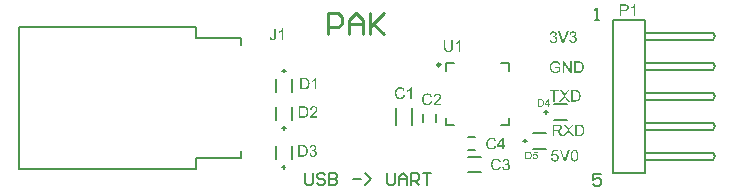
<source format=gbr>
%TF.GenerationSoftware,Altium Limited,Altium Designer,23.8.1 (32)*%
G04 Layer_Color=65535*
%FSLAX45Y45*%
%MOMM*%
%TF.SameCoordinates,ADF8DBE8-81F1-4F09-BB5B-47DAA202E5C4*%
%TF.FilePolarity,Positive*%
%TF.FileFunction,Legend,Top*%
%TF.Part,Single*%
G01*
G75*
%TA.AperFunction,NonConductor*%
%ADD30C,0.25000*%
%ADD31C,0.20000*%
%ADD32C,0.15240*%
%ADD33C,0.25400*%
G36*
X994006Y380614D02*
X994710D01*
X995554Y380473D01*
X996469Y380403D01*
X997454Y380262D01*
X998580Y380051D01*
X999705Y379840D01*
X1002168Y379207D01*
X1003505Y378855D01*
X1004771Y378362D01*
X1006038Y377870D01*
X1007304Y377236D01*
X1007374Y377166D01*
X1007585Y377096D01*
X1007937Y376885D01*
X1008430Y376603D01*
X1008993Y376251D01*
X1009626Y375829D01*
X1010329Y375337D01*
X1011103Y374774D01*
X1012792Y373437D01*
X1014481Y371819D01*
X1016099Y369990D01*
X1016873Y368934D01*
X1017576Y367879D01*
X1017647Y367809D01*
X1017717Y367597D01*
X1017928Y367316D01*
X1018139Y366823D01*
X1018421Y366331D01*
X1018702Y365627D01*
X1019054Y364924D01*
X1019406Y364080D01*
X1019687Y363165D01*
X1020039Y362250D01*
X1020602Y360139D01*
X1021024Y357818D01*
X1021094Y356622D01*
X1021165Y355355D01*
Y355285D01*
Y355074D01*
Y354722D01*
X1021094Y354300D01*
Y353737D01*
X1020954Y353104D01*
X1020883Y352330D01*
X1020742Y351556D01*
X1020320Y349727D01*
X1019687Y347827D01*
X1019335Y346842D01*
X1018843Y345786D01*
X1018350Y344801D01*
X1017717Y343816D01*
X1017647Y343746D01*
X1017576Y343605D01*
X1017365Y343324D01*
X1017084Y342972D01*
X1016732Y342550D01*
X1016310Y342057D01*
X1015817Y341495D01*
X1015184Y340861D01*
X1014551Y340228D01*
X1013777Y339595D01*
X1013003Y338891D01*
X1012088Y338188D01*
X1011103Y337555D01*
X1010048Y336851D01*
X1008922Y336218D01*
X1007726Y335655D01*
X1007797D01*
X1008078Y335585D01*
X1008571Y335444D01*
X1009133Y335233D01*
X1009907Y335022D01*
X1010752Y334670D01*
X1011666Y334318D01*
X1012651Y333826D01*
X1013707Y333333D01*
X1014832Y332700D01*
X1015958Y332067D01*
X1017084Y331293D01*
X1018139Y330448D01*
X1019195Y329534D01*
X1020250Y328478D01*
X1021165Y327353D01*
X1021235Y327282D01*
X1021376Y327071D01*
X1021587Y326719D01*
X1021939Y326227D01*
X1022290Y325594D01*
X1022712Y324890D01*
X1023135Y324046D01*
X1023557Y323061D01*
X1023979Y321935D01*
X1024471Y320739D01*
X1024823Y319473D01*
X1025175Y318065D01*
X1025527Y316588D01*
X1025738Y315040D01*
X1025879Y313422D01*
X1025949Y311663D01*
Y311522D01*
Y311100D01*
X1025879Y310396D01*
X1025808Y309552D01*
X1025667Y308426D01*
X1025456Y307160D01*
X1025175Y305753D01*
X1024753Y304205D01*
X1024260Y302516D01*
X1023697Y300828D01*
X1022924Y298998D01*
X1022009Y297169D01*
X1020954Y295340D01*
X1019687Y293510D01*
X1018210Y291752D01*
X1016591Y290063D01*
X1016451Y289993D01*
X1016169Y289711D01*
X1015677Y289219D01*
X1014903Y288656D01*
X1013988Y288023D01*
X1012933Y287249D01*
X1011596Y286475D01*
X1010189Y285630D01*
X1008571Y284786D01*
X1006741Y284012D01*
X1004842Y283238D01*
X1002731Y282605D01*
X1000550Y282042D01*
X998158Y281550D01*
X995695Y281268D01*
X993092Y281198D01*
X992529D01*
X991825Y281268D01*
X990981Y281339D01*
X989855Y281409D01*
X988589Y281620D01*
X987182Y281831D01*
X985634Y282183D01*
X984016Y282535D01*
X982257Y283027D01*
X980498Y283660D01*
X978668Y284434D01*
X976909Y285279D01*
X975150Y286264D01*
X973391Y287460D01*
X971773Y288796D01*
X971703Y288867D01*
X971421Y289148D01*
X970999Y289570D01*
X970436Y290204D01*
X969803Y290978D01*
X969029Y291892D01*
X968255Y292948D01*
X967411Y294144D01*
X966567Y295480D01*
X965722Y297028D01*
X964949Y298647D01*
X964175Y300406D01*
X963541Y302305D01*
X962908Y304275D01*
X962486Y306386D01*
X962205Y308637D01*
X974165Y310256D01*
Y310115D01*
X974236Y309834D01*
X974377Y309271D01*
X974588Y308567D01*
X974799Y307723D01*
X975080Y306808D01*
X975432Y305753D01*
X975784Y304627D01*
X976769Y302164D01*
X977965Y299772D01*
X978668Y298576D01*
X979442Y297451D01*
X980216Y296465D01*
X981131Y295551D01*
X981201Y295480D01*
X981342Y295340D01*
X981623Y295129D01*
X982046Y294847D01*
X982468Y294495D01*
X983101Y294144D01*
X983734Y293722D01*
X984508Y293370D01*
X985352Y292948D01*
X986267Y292525D01*
X987252Y292174D01*
X988307Y291822D01*
X989433Y291540D01*
X990629Y291329D01*
X991825Y291189D01*
X993162Y291118D01*
X993514D01*
X994006Y291189D01*
X994569D01*
X995343Y291329D01*
X996187Y291400D01*
X997102Y291611D01*
X998158Y291822D01*
X999213Y292174D01*
X1000409Y292525D01*
X1001605Y293018D01*
X1002801Y293581D01*
X1003997Y294284D01*
X1005193Y295058D01*
X1006319Y295903D01*
X1007445Y296958D01*
X1007515Y297028D01*
X1007726Y297239D01*
X1008008Y297521D01*
X1008359Y298013D01*
X1008782Y298576D01*
X1009274Y299280D01*
X1009837Y300054D01*
X1010400Y300968D01*
X1010892Y301953D01*
X1011455Y303079D01*
X1011948Y304205D01*
X1012370Y305542D01*
X1012722Y306878D01*
X1013003Y308286D01*
X1013214Y309834D01*
X1013284Y311381D01*
Y311452D01*
Y311733D01*
Y312155D01*
X1013214Y312789D01*
X1013144Y313422D01*
X1013003Y314266D01*
X1012862Y315181D01*
X1012581Y316166D01*
X1012299Y317221D01*
X1011948Y318347D01*
X1011526Y319473D01*
X1011033Y320598D01*
X1010400Y321724D01*
X1009626Y322850D01*
X1008852Y323905D01*
X1007867Y324960D01*
X1007797Y325031D01*
X1007656Y325172D01*
X1007304Y325453D01*
X1006882Y325805D01*
X1006389Y326227D01*
X1005756Y326649D01*
X1004982Y327142D01*
X1004138Y327634D01*
X1003223Y328127D01*
X1002168Y328619D01*
X1001042Y329041D01*
X999846Y329463D01*
X998580Y329815D01*
X997173Y330097D01*
X995765Y330237D01*
X994217Y330308D01*
X993584D01*
X992881Y330237D01*
X991896Y330167D01*
X990629Y330026D01*
X989222Y329745D01*
X987604Y329463D01*
X985775Y329041D01*
X987111Y339525D01*
X987322D01*
X987533Y339454D01*
X987815D01*
X988448Y339384D01*
X989785D01*
X990277Y339454D01*
X990981Y339525D01*
X991755Y339595D01*
X992599Y339736D01*
X993584Y339876D01*
X994640Y340087D01*
X995695Y340369D01*
X998017Y341072D01*
X999213Y341495D01*
X1000409Y342057D01*
X1001605Y342620D01*
X1002731Y343324D01*
X1002801Y343394D01*
X1003012Y343535D01*
X1003294Y343746D01*
X1003716Y344098D01*
X1004138Y344520D01*
X1004701Y345013D01*
X1005193Y345646D01*
X1005827Y346349D01*
X1006389Y347194D01*
X1006952Y348108D01*
X1007445Y349093D01*
X1007867Y350219D01*
X1008289Y351415D01*
X1008571Y352752D01*
X1008782Y354159D01*
X1008852Y355637D01*
Y355707D01*
Y355918D01*
Y356270D01*
X1008782Y356762D01*
X1008711Y357255D01*
X1008641Y357958D01*
X1008500Y358662D01*
X1008289Y359436D01*
X1007726Y361124D01*
X1007374Y362039D01*
X1006952Y362954D01*
X1006460Y363868D01*
X1005827Y364783D01*
X1005123Y365627D01*
X1004349Y366472D01*
X1004279Y366542D01*
X1004138Y366683D01*
X1003927Y366894D01*
X1003575Y367175D01*
X1003083Y367457D01*
X1002590Y367879D01*
X1001957Y368231D01*
X1001253Y368653D01*
X1000479Y369075D01*
X999635Y369427D01*
X998650Y369849D01*
X997665Y370130D01*
X996539Y370412D01*
X995414Y370623D01*
X994147Y370764D01*
X992881Y370834D01*
X992177D01*
X991755Y370764D01*
X991122Y370693D01*
X990418Y370623D01*
X989644Y370482D01*
X988800Y370271D01*
X986971Y369779D01*
X986056Y369427D01*
X985071Y368934D01*
X984086Y368442D01*
X983101Y367879D01*
X982186Y367175D01*
X981272Y366401D01*
X981201Y366331D01*
X981061Y366190D01*
X980849Y365909D01*
X980498Y365557D01*
X980146Y365135D01*
X979724Y364572D01*
X979302Y363868D01*
X978809Y363165D01*
X978317Y362250D01*
X977824Y361265D01*
X977261Y360210D01*
X976839Y359014D01*
X976347Y357747D01*
X975995Y356411D01*
X975643Y354933D01*
X975362Y353315D01*
X963401Y355426D01*
Y355496D01*
Y355566D01*
X963541Y355988D01*
X963682Y356551D01*
X963893Y357396D01*
X964175Y358451D01*
X964526Y359577D01*
X964949Y360843D01*
X965441Y362250D01*
X966074Y363728D01*
X966778Y365276D01*
X967622Y366823D01*
X968537Y368371D01*
X969522Y369919D01*
X970648Y371397D01*
X971914Y372804D01*
X973321Y374070D01*
X973391Y374141D01*
X973673Y374352D01*
X974095Y374704D01*
X974728Y375126D01*
X975502Y375618D01*
X976417Y376181D01*
X977472Y376744D01*
X978668Y377377D01*
X980005Y378010D01*
X981483Y378573D01*
X983031Y379136D01*
X984719Y379629D01*
X986548Y380051D01*
X988518Y380403D01*
X990559Y380614D01*
X992670Y380684D01*
X993444D01*
X994006Y380614D01*
D02*
G37*
G36*
X905074Y380262D02*
X906200D01*
X907396Y380192D01*
X908732D01*
X911547Y379980D01*
X914431Y379769D01*
X915839Y379558D01*
X917175Y379418D01*
X918442Y379207D01*
X919638Y378925D01*
X919708D01*
X919990Y378855D01*
X920412Y378714D01*
X921045Y378573D01*
X921749Y378292D01*
X922593Y378010D01*
X923508Y377729D01*
X924563Y377307D01*
X926744Y376392D01*
X929136Y375126D01*
X931528Y373719D01*
X932725Y372874D01*
X933850Y371960D01*
X933921Y371889D01*
X934202Y371678D01*
X934624Y371256D01*
X935117Y370764D01*
X935750Y370130D01*
X936524Y369356D01*
X937298Y368442D01*
X938213Y367457D01*
X939127Y366261D01*
X940042Y364994D01*
X941027Y363657D01*
X942012Y362180D01*
X942926Y360562D01*
X943771Y358943D01*
X944615Y357114D01*
X945389Y355285D01*
X945459Y355144D01*
X945530Y354792D01*
X945741Y354300D01*
X946022Y353526D01*
X946304Y352541D01*
X946585Y351415D01*
X946937Y350078D01*
X947359Y348601D01*
X947711Y346983D01*
X948063Y345153D01*
X948344Y343254D01*
X948625Y341213D01*
X948907Y339102D01*
X949118Y336851D01*
X949188Y334529D01*
X949259Y332137D01*
Y331996D01*
Y331644D01*
Y331082D01*
X949188Y330237D01*
Y329323D01*
X949118Y328197D01*
X949048Y326931D01*
X948907Y325523D01*
X948766Y324046D01*
X948625Y322428D01*
X948133Y319121D01*
X947500Y315744D01*
X946655Y312437D01*
Y312366D01*
X946515Y312085D01*
X946374Y311592D01*
X946163Y311030D01*
X945952Y310326D01*
X945600Y309482D01*
X945248Y308497D01*
X944826Y307512D01*
X943911Y305260D01*
X942715Y302868D01*
X941449Y300546D01*
X939971Y298295D01*
X939901Y298224D01*
X939760Y298084D01*
X939549Y297732D01*
X939268Y297380D01*
X938916Y296888D01*
X938424Y296325D01*
X937368Y295058D01*
X936031Y293651D01*
X934554Y292174D01*
X932865Y290766D01*
X931106Y289430D01*
X931036D01*
X930895Y289289D01*
X930614Y289148D01*
X930262Y288937D01*
X929770Y288656D01*
X929207Y288374D01*
X928573Y288023D01*
X927870Y287671D01*
X927026Y287249D01*
X926181Y286826D01*
X925196Y286475D01*
X924211Y286053D01*
X921960Y285279D01*
X919497Y284575D01*
X919427D01*
X919216Y284505D01*
X918794Y284434D01*
X918301Y284294D01*
X917668Y284223D01*
X916894Y284082D01*
X915979Y283942D01*
X914994Y283801D01*
X913869Y283590D01*
X912673Y283449D01*
X911406Y283309D01*
X909999Y283238D01*
X908592Y283097D01*
X907044Y283027D01*
X903878Y282957D01*
X868769D01*
Y380332D01*
X904159D01*
X905074Y380262D01*
D02*
G37*
G36*
X3131408Y242918D02*
X3118111D01*
X3080399Y340294D01*
X3094400D01*
X3119658Y269514D01*
X3119729Y269443D01*
X3119799Y269162D01*
X3119940Y268669D01*
X3120151Y268036D01*
X3120432Y267332D01*
X3120714Y266418D01*
X3121066Y265433D01*
X3121488Y264307D01*
X3121840Y263111D01*
X3122262Y261845D01*
X3123106Y259171D01*
X3124021Y256357D01*
X3124795Y253542D01*
Y253613D01*
X3124865Y253894D01*
X3125006Y254316D01*
X3125217Y254879D01*
X3125428Y255653D01*
X3125639Y256497D01*
X3125991Y257482D01*
X3126272Y258538D01*
X3126694Y259663D01*
X3127046Y260930D01*
X3127539Y262267D01*
X3127961Y263603D01*
X3128946Y266559D01*
X3130071Y269514D01*
X3156385Y340294D01*
X3169542D01*
X3131408Y242918D01*
D02*
G37*
G36*
X3069915Y327629D02*
X3030937D01*
X3025731Y301386D01*
X3025801Y301456D01*
X3026153Y301667D01*
X3026575Y301949D01*
X3027278Y302371D01*
X3028052Y302793D01*
X3028967Y303356D01*
X3030093Y303848D01*
X3031289Y304481D01*
X3032626Y305044D01*
X3034033Y305607D01*
X3035581Y306100D01*
X3037129Y306522D01*
X3038817Y306944D01*
X3040506Y307225D01*
X3042335Y307437D01*
X3044094Y307507D01*
X3044657D01*
X3045360Y307437D01*
X3046205Y307366D01*
X3047330Y307225D01*
X3048597Y307014D01*
X3050074Y306733D01*
X3051622Y306381D01*
X3053241Y305959D01*
X3054999Y305326D01*
X3056758Y304622D01*
X3058588Y303778D01*
X3060417Y302723D01*
X3062246Y301597D01*
X3064005Y300190D01*
X3065694Y298642D01*
X3065764Y298571D01*
X3066046Y298220D01*
X3066538Y297727D01*
X3067101Y297024D01*
X3067734Y296179D01*
X3068508Y295124D01*
X3069282Y293857D01*
X3070126Y292450D01*
X3070900Y290902D01*
X3071674Y289214D01*
X3072448Y287314D01*
X3073152Y285344D01*
X3073644Y283163D01*
X3074137Y280841D01*
X3074418Y278449D01*
X3074489Y275916D01*
Y275846D01*
Y275775D01*
Y275564D01*
Y275353D01*
X3074418Y274650D01*
X3074348Y273735D01*
X3074278Y272539D01*
X3074066Y271202D01*
X3073855Y269725D01*
X3073504Y268106D01*
X3073081Y266347D01*
X3072589Y264518D01*
X3071956Y262618D01*
X3071252Y260719D01*
X3070338Y258749D01*
X3069282Y256849D01*
X3068086Y254949D01*
X3066749Y253120D01*
X3066609Y252979D01*
X3066327Y252628D01*
X3065764Y252065D01*
X3065061Y251291D01*
X3064076Y250376D01*
X3062950Y249391D01*
X3061613Y248336D01*
X3060065Y247210D01*
X3058306Y246084D01*
X3056407Y245029D01*
X3054296Y244044D01*
X3051974Y243129D01*
X3049512Y242426D01*
X3046908Y241793D01*
X3044094Y241441D01*
X3041139Y241300D01*
X3040576D01*
X3039873Y241370D01*
X3038958Y241441D01*
X3037832Y241511D01*
X3036495Y241722D01*
X3035018Y241933D01*
X3033470Y242215D01*
X3031781Y242637D01*
X3030022Y243129D01*
X3028193Y243692D01*
X3026364Y244396D01*
X3024605Y245240D01*
X3022776Y246225D01*
X3021087Y247421D01*
X3019469Y248688D01*
X3019398Y248758D01*
X3019117Y249039D01*
X3018695Y249462D01*
X3018132Y250024D01*
X3017499Y250798D01*
X3016725Y251713D01*
X3015951Y252768D01*
X3015106Y253964D01*
X3014262Y255301D01*
X3013488Y256779D01*
X3012644Y258397D01*
X3011870Y260156D01*
X3011237Y262056D01*
X3010674Y264096D01*
X3010181Y266207D01*
X3009900Y268458D01*
X3022424Y269514D01*
Y269443D01*
X3022494Y269091D01*
X3022564Y268669D01*
X3022705Y268036D01*
X3022916Y267262D01*
X3023127Y266347D01*
X3023409Y265362D01*
X3023761Y264307D01*
X3024605Y262126D01*
X3025097Y260930D01*
X3025660Y259804D01*
X3026364Y258678D01*
X3027067Y257623D01*
X3027912Y256638D01*
X3028826Y255723D01*
X3028897Y255653D01*
X3029037Y255512D01*
X3029319Y255301D01*
X3029741Y255020D01*
X3030233Y254668D01*
X3030867Y254246D01*
X3031500Y253894D01*
X3032274Y253472D01*
X3033118Y252979D01*
X3034103Y252628D01*
X3035088Y252205D01*
X3036214Y251854D01*
X3037340Y251572D01*
X3038536Y251361D01*
X3039802Y251220D01*
X3041139Y251150D01*
X3041561D01*
X3041983Y251220D01*
X3042616D01*
X3043320Y251361D01*
X3044235Y251502D01*
X3045220Y251713D01*
X3046275Y251994D01*
X3047401Y252276D01*
X3048597Y252698D01*
X3049793Y253261D01*
X3051059Y253894D01*
X3052256Y254598D01*
X3053522Y255512D01*
X3054718Y256497D01*
X3055844Y257623D01*
X3055914Y257693D01*
X3056125Y257904D01*
X3056407Y258327D01*
X3056758Y258819D01*
X3057251Y259452D01*
X3057743Y260226D01*
X3058306Y261141D01*
X3058869Y262196D01*
X3059362Y263392D01*
X3059925Y264659D01*
X3060417Y266066D01*
X3060910Y267614D01*
X3061261Y269302D01*
X3061543Y271061D01*
X3061754Y272891D01*
X3061824Y274861D01*
Y275001D01*
Y275283D01*
X3061754Y275846D01*
Y276549D01*
X3061683Y277394D01*
X3061543Y278449D01*
X3061332Y279504D01*
X3061121Y280771D01*
X3060769Y282037D01*
X3060417Y283304D01*
X3059925Y284641D01*
X3059362Y286048D01*
X3058728Y287384D01*
X3057955Y288651D01*
X3057040Y289917D01*
X3056055Y291043D01*
X3055984Y291113D01*
X3055773Y291325D01*
X3055492Y291606D01*
X3054999Y291958D01*
X3054437Y292450D01*
X3053733Y292943D01*
X3052959Y293435D01*
X3052044Y293998D01*
X3050989Y294561D01*
X3049863Y295054D01*
X3048667Y295616D01*
X3047330Y296039D01*
X3045853Y296390D01*
X3044305Y296672D01*
X3042687Y296883D01*
X3040998Y296953D01*
X3040435D01*
X3040013Y296883D01*
X3039521D01*
X3038887Y296812D01*
X3038254Y296742D01*
X3037480Y296601D01*
X3035862Y296320D01*
X3034103Y295827D01*
X3032274Y295194D01*
X3030515Y294280D01*
X3030445D01*
X3030304Y294139D01*
X3030093Y293998D01*
X3029741Y293787D01*
X3028897Y293224D01*
X3027841Y292450D01*
X3026716Y291465D01*
X3025519Y290340D01*
X3024323Y289003D01*
X3023268Y287525D01*
X3012011Y289003D01*
X3021439Y339027D01*
X3069915D01*
Y327629D01*
D02*
G37*
G36*
X3209295Y340575D02*
X3209928D01*
X3210772Y340505D01*
X3211616Y340364D01*
X3212601Y340223D01*
X3214712Y339872D01*
X3217034Y339309D01*
X3219426Y338535D01*
X3220552Y338042D01*
X3221678Y337479D01*
X3221748D01*
X3221959Y337339D01*
X3222240Y337128D01*
X3222663Y336917D01*
X3223155Y336565D01*
X3223718Y336143D01*
X3224422Y335720D01*
X3225125Y335158D01*
X3226673Y333891D01*
X3228291Y332273D01*
X3229909Y330444D01*
X3231387Y328333D01*
X3231457Y328262D01*
X3231528Y328051D01*
X3231739Y327700D01*
X3232020Y327277D01*
X3232372Y326715D01*
X3232724Y326011D01*
X3233146Y325237D01*
X3233568Y324322D01*
X3234061Y323337D01*
X3234553Y322212D01*
X3235046Y321016D01*
X3235608Y319749D01*
X3236101Y318412D01*
X3236523Y317005D01*
X3237016Y315457D01*
X3237438Y313909D01*
Y313839D01*
X3237508Y313487D01*
X3237649Y313065D01*
X3237790Y312362D01*
X3237930Y311517D01*
X3238141Y310462D01*
X3238352Y309266D01*
X3238564Y307859D01*
X3238775Y306311D01*
X3238986Y304552D01*
X3239197Y302652D01*
X3239337Y300612D01*
X3239478Y298431D01*
X3239619Y296039D01*
X3239689Y293576D01*
Y290902D01*
Y290832D01*
Y290691D01*
Y290480D01*
Y290128D01*
Y289777D01*
Y289284D01*
X3239619Y288721D01*
Y288088D01*
X3239549Y286611D01*
X3239478Y284922D01*
X3239408Y283093D01*
X3239267Y281052D01*
X3239056Y278871D01*
X3238845Y276620D01*
X3238212Y272046D01*
X3237790Y269725D01*
X3237297Y267473D01*
X3236734Y265292D01*
X3236101Y263252D01*
X3236031Y263111D01*
X3235960Y262759D01*
X3235749Y262267D01*
X3235468Y261493D01*
X3235046Y260648D01*
X3234623Y259593D01*
X3234061Y258467D01*
X3233498Y257271D01*
X3232794Y256005D01*
X3231950Y254668D01*
X3231106Y253331D01*
X3230191Y251924D01*
X3229136Y250587D01*
X3228010Y249321D01*
X3226814Y248125D01*
X3225547Y246999D01*
X3225477Y246929D01*
X3225195Y246788D01*
X3224844Y246506D01*
X3224281Y246084D01*
X3223577Y245662D01*
X3222803Y245170D01*
X3221818Y244677D01*
X3220763Y244185D01*
X3219496Y243622D01*
X3218160Y243129D01*
X3216753Y242637D01*
X3215205Y242215D01*
X3213516Y241863D01*
X3211757Y241581D01*
X3209928Y241370D01*
X3207958Y241300D01*
X3207325D01*
X3206621Y241370D01*
X3205636Y241441D01*
X3204440Y241581D01*
X3203033Y241863D01*
X3201555Y242144D01*
X3199867Y242566D01*
X3198108Y243059D01*
X3196349Y243763D01*
X3194519Y244536D01*
X3192620Y245521D01*
X3190790Y246647D01*
X3189031Y247984D01*
X3187343Y249532D01*
X3185795Y251291D01*
Y251361D01*
X3185725Y251432D01*
X3185584Y251643D01*
X3185373Y251854D01*
X3185162Y252205D01*
X3184880Y252628D01*
X3184599Y253050D01*
X3184317Y253613D01*
X3183966Y254246D01*
X3183544Y254949D01*
X3183192Y255723D01*
X3182770Y256568D01*
X3182347Y257553D01*
X3181925Y258538D01*
X3181433Y259663D01*
X3181011Y260789D01*
X3180589Y262056D01*
X3180096Y263392D01*
X3179674Y264800D01*
X3179252Y266347D01*
X3178830Y267895D01*
X3178478Y269584D01*
X3178056Y271273D01*
X3177704Y273172D01*
X3177422Y275072D01*
X3177141Y277042D01*
X3176860Y279153D01*
X3176648Y281334D01*
X3176437Y283585D01*
X3176367Y285907D01*
X3176226Y288370D01*
Y290902D01*
Y290973D01*
Y291113D01*
Y291325D01*
Y291676D01*
Y292098D01*
Y292591D01*
X3176297Y293154D01*
Y293787D01*
X3176367Y295194D01*
X3176437Y296883D01*
X3176508Y298782D01*
X3176648Y300823D01*
X3176860Y303004D01*
X3177071Y305255D01*
X3177704Y309899D01*
X3178126Y312221D01*
X3178618Y314472D01*
X3179111Y316653D01*
X3179744Y318694D01*
X3179815Y318835D01*
X3179885Y319186D01*
X3180096Y319679D01*
X3180377Y320453D01*
X3180800Y321297D01*
X3181222Y322352D01*
X3181785Y323478D01*
X3182418Y324674D01*
X3183051Y325941D01*
X3183895Y327277D01*
X3184740Y328685D01*
X3185654Y330021D01*
X3186710Y331358D01*
X3187835Y332625D01*
X3189031Y333821D01*
X3190298Y334946D01*
X3190368Y335017D01*
X3190650Y335228D01*
X3191001Y335509D01*
X3191564Y335861D01*
X3192268Y336283D01*
X3193112Y336776D01*
X3194027Y337268D01*
X3195153Y337831D01*
X3196349Y338324D01*
X3197686Y338816D01*
X3199163Y339309D01*
X3200711Y339731D01*
X3202399Y340153D01*
X3204158Y340434D01*
X3205988Y340575D01*
X3207958Y340645D01*
X3208732D01*
X3209295Y340575D01*
D02*
G37*
G36*
X3130528Y800380D02*
X3166974Y749300D01*
X3151003D01*
X3126448Y783986D01*
X3126377Y784127D01*
X3126096Y784479D01*
X3125674Y785112D01*
X3125181Y785816D01*
X3124548Y786730D01*
X3123915Y787715D01*
X3122437Y789897D01*
Y789826D01*
X3122297Y789685D01*
X3122156Y789404D01*
X3121945Y789123D01*
X3121382Y788208D01*
X3120678Y787223D01*
X3119904Y786027D01*
X3119201Y784901D01*
X3118497Y783846D01*
X3117864Y783001D01*
X3093168Y749300D01*
X3077690D01*
X3115331Y799747D01*
X3082122Y846675D01*
X3097531D01*
X3115261Y821769D01*
X3115331Y821698D01*
X3115472Y821417D01*
X3115824Y820995D01*
X3116175Y820502D01*
X3116598Y819869D01*
X3117160Y819095D01*
X3117723Y818251D01*
X3118356Y817407D01*
X3119623Y815437D01*
X3120889Y813466D01*
X3122085Y811567D01*
X3122648Y810652D01*
X3123070Y809808D01*
X3123141Y809878D01*
X3123211Y810019D01*
X3123422Y810300D01*
X3123633Y810723D01*
X3123985Y811145D01*
X3124337Y811708D01*
X3124759Y812411D01*
X3125252Y813115D01*
X3126377Y814733D01*
X3127644Y816562D01*
X3129121Y818603D01*
X3130739Y820713D01*
X3150229Y846675D01*
X3164300D01*
X3130528Y800380D01*
D02*
G37*
G36*
X3214606Y846605D02*
X3215732D01*
X3216928Y846535D01*
X3218265D01*
X3221079Y846324D01*
X3223964Y846113D01*
X3225371Y845902D01*
X3226708Y845761D01*
X3227974Y845550D01*
X3229170Y845268D01*
X3229241D01*
X3229522Y845198D01*
X3229944Y845057D01*
X3230577Y844917D01*
X3231281Y844635D01*
X3232125Y844354D01*
X3233040Y844072D01*
X3234095Y843650D01*
X3236276Y842735D01*
X3238669Y841469D01*
X3241061Y840062D01*
X3242257Y839218D01*
X3243383Y838303D01*
X3243453Y838233D01*
X3243734Y838021D01*
X3244157Y837599D01*
X3244649Y837107D01*
X3245282Y836474D01*
X3246056Y835700D01*
X3246830Y834785D01*
X3247745Y833800D01*
X3248659Y832604D01*
X3249574Y831337D01*
X3250559Y830001D01*
X3251544Y828523D01*
X3252459Y826905D01*
X3253303Y825287D01*
X3254147Y823457D01*
X3254921Y821628D01*
X3254992Y821487D01*
X3255062Y821136D01*
X3255273Y820643D01*
X3255555Y819869D01*
X3255836Y818884D01*
X3256117Y817758D01*
X3256469Y816422D01*
X3256891Y814944D01*
X3257243Y813326D01*
X3257595Y811496D01*
X3257876Y809597D01*
X3258158Y807556D01*
X3258439Y805446D01*
X3258650Y803194D01*
X3258721Y800872D01*
X3258791Y798480D01*
Y798340D01*
Y797988D01*
Y797425D01*
X3258721Y796581D01*
Y795666D01*
X3258650Y794540D01*
X3258580Y793274D01*
X3258439Y791867D01*
X3258299Y790389D01*
X3258158Y788771D01*
X3257665Y785464D01*
X3257032Y782087D01*
X3256188Y778780D01*
Y778710D01*
X3256047Y778428D01*
X3255906Y777936D01*
X3255695Y777373D01*
X3255484Y776669D01*
X3255132Y775825D01*
X3254781Y774840D01*
X3254358Y773855D01*
X3253444Y771603D01*
X3252248Y769211D01*
X3250981Y766890D01*
X3249504Y764638D01*
X3249433Y764568D01*
X3249293Y764427D01*
X3249082Y764075D01*
X3248800Y763723D01*
X3248448Y763231D01*
X3247956Y762668D01*
X3246901Y761402D01*
X3245564Y759994D01*
X3244086Y758517D01*
X3242398Y757110D01*
X3240639Y755773D01*
X3240568D01*
X3240428Y755632D01*
X3240146Y755492D01*
X3239794Y755280D01*
X3239302Y754999D01*
X3238739Y754718D01*
X3238106Y754366D01*
X3237402Y754014D01*
X3236558Y753592D01*
X3235714Y753170D01*
X3234729Y752818D01*
X3233744Y752396D01*
X3231492Y751622D01*
X3229030Y750918D01*
X3228959D01*
X3228748Y750848D01*
X3228326Y750778D01*
X3227834Y750637D01*
X3227200Y750566D01*
X3226426Y750426D01*
X3225512Y750285D01*
X3224527Y750144D01*
X3223401Y749933D01*
X3222205Y749793D01*
X3220938Y749652D01*
X3219531Y749581D01*
X3218124Y749441D01*
X3216576Y749370D01*
X3213410Y749300D01*
X3178301D01*
Y846675D01*
X3213692D01*
X3214606Y846605D01*
D02*
G37*
G36*
X3074383Y835207D02*
X3042159D01*
Y749300D01*
X3029283D01*
Y835207D01*
X2997200D01*
Y846675D01*
X3074383D01*
Y835207D01*
D02*
G37*
G36*
X3163527Y508280D02*
X3199973Y457200D01*
X3184001D01*
X3159446Y491886D01*
X3159376Y492027D01*
X3159095Y492379D01*
X3158672Y493012D01*
X3158180Y493716D01*
X3157547Y494630D01*
X3156913Y495615D01*
X3155436Y497797D01*
Y497726D01*
X3155295Y497585D01*
X3155154Y497304D01*
X3154943Y497023D01*
X3154381Y496108D01*
X3153677Y495123D01*
X3152903Y493927D01*
X3152199Y492801D01*
X3151496Y491746D01*
X3150863Y490901D01*
X3126167Y457200D01*
X3110688D01*
X3148330Y507647D01*
X3115121Y554575D01*
X3130529D01*
X3148259Y529669D01*
X3148330Y529598D01*
X3148470Y529317D01*
X3148822Y528895D01*
X3149174Y528402D01*
X3149596Y527769D01*
X3150159Y526995D01*
X3150722Y526151D01*
X3151355Y525307D01*
X3152622Y523337D01*
X3153888Y521366D01*
X3155084Y519467D01*
X3155647Y518552D01*
X3156069Y517708D01*
X3156139Y517778D01*
X3156210Y517919D01*
X3156421Y518200D01*
X3156632Y518623D01*
X3156984Y519045D01*
X3157336Y519608D01*
X3157758Y520311D01*
X3158250Y521015D01*
X3159376Y522633D01*
X3160642Y524462D01*
X3162120Y526503D01*
X3163738Y528613D01*
X3183227Y554575D01*
X3197299D01*
X3163527Y508280D01*
D02*
G37*
G36*
X3247605Y554505D02*
X3248731D01*
X3249927Y554435D01*
X3251263D01*
X3254078Y554224D01*
X3256962Y554013D01*
X3258370Y553802D01*
X3259706Y553661D01*
X3260973Y553450D01*
X3262169Y553168D01*
X3262239D01*
X3262521Y553098D01*
X3262943Y552957D01*
X3263576Y552817D01*
X3264280Y552535D01*
X3265124Y552254D01*
X3266039Y551972D01*
X3267094Y551550D01*
X3269275Y550635D01*
X3271667Y549369D01*
X3274059Y547962D01*
X3275256Y547118D01*
X3276381Y546203D01*
X3276452Y546133D01*
X3276733Y545921D01*
X3277155Y545499D01*
X3277648Y545007D01*
X3278281Y544374D01*
X3279055Y543600D01*
X3279829Y542685D01*
X3280744Y541700D01*
X3281658Y540504D01*
X3282573Y539237D01*
X3283558Y537901D01*
X3284543Y536423D01*
X3285457Y534805D01*
X3286302Y533187D01*
X3287146Y531357D01*
X3287920Y529528D01*
X3287990Y529387D01*
X3288061Y529036D01*
X3288272Y528543D01*
X3288553Y527769D01*
X3288835Y526784D01*
X3289116Y525658D01*
X3289468Y524322D01*
X3289890Y522844D01*
X3290242Y521226D01*
X3290594Y519396D01*
X3290875Y517497D01*
X3291156Y515456D01*
X3291438Y513346D01*
X3291649Y511094D01*
X3291719Y508772D01*
X3291790Y506380D01*
Y506240D01*
Y505888D01*
Y505325D01*
X3291719Y504481D01*
Y503566D01*
X3291649Y502440D01*
X3291579Y501174D01*
X3291438Y499767D01*
X3291297Y498289D01*
X3291156Y496671D01*
X3290664Y493364D01*
X3290031Y489987D01*
X3289186Y486680D01*
Y486610D01*
X3289046Y486328D01*
X3288905Y485836D01*
X3288694Y485273D01*
X3288483Y484569D01*
X3288131Y483725D01*
X3287779Y482740D01*
X3287357Y481755D01*
X3286442Y479503D01*
X3285246Y477111D01*
X3283980Y474789D01*
X3282502Y472538D01*
X3282432Y472468D01*
X3282291Y472327D01*
X3282080Y471975D01*
X3281799Y471623D01*
X3281447Y471131D01*
X3280955Y470568D01*
X3279899Y469302D01*
X3278562Y467894D01*
X3277085Y466417D01*
X3275396Y465010D01*
X3273637Y463673D01*
X3273567D01*
X3273426Y463532D01*
X3273145Y463392D01*
X3272793Y463180D01*
X3272301Y462899D01*
X3271738Y462618D01*
X3271104Y462266D01*
X3270401Y461914D01*
X3269557Y461492D01*
X3268712Y461070D01*
X3267727Y460718D01*
X3266742Y460296D01*
X3264491Y459522D01*
X3262028Y458818D01*
X3261958D01*
X3261747Y458748D01*
X3261325Y458678D01*
X3260832Y458537D01*
X3260199Y458466D01*
X3259425Y458326D01*
X3258510Y458185D01*
X3257525Y458044D01*
X3256400Y457833D01*
X3255204Y457693D01*
X3253937Y457552D01*
X3252530Y457481D01*
X3251123Y457341D01*
X3249575Y457270D01*
X3246409Y457200D01*
X3211300D01*
Y554575D01*
X3246690D01*
X3247605Y554505D01*
D02*
G37*
G36*
X3067840D02*
X3068966D01*
X3070232Y554435D01*
X3071569Y554364D01*
X3073117Y554224D01*
X3074665Y554083D01*
X3076283Y553942D01*
X3079590Y553450D01*
X3081138Y553168D01*
X3082686Y552817D01*
X3084163Y552394D01*
X3085500Y551902D01*
X3085570D01*
X3085781Y551761D01*
X3086133Y551620D01*
X3086626Y551409D01*
X3087189Y551128D01*
X3087822Y550706D01*
X3088596Y550284D01*
X3089370Y549791D01*
X3090214Y549158D01*
X3091129Y548525D01*
X3092043Y547751D01*
X3092958Y546906D01*
X3093802Y545921D01*
X3094717Y544936D01*
X3095561Y543811D01*
X3096335Y542615D01*
X3096406Y542544D01*
X3096546Y542333D01*
X3096687Y541981D01*
X3096968Y541489D01*
X3097250Y540856D01*
X3097602Y540082D01*
X3098024Y539237D01*
X3098376Y538323D01*
X3098727Y537267D01*
X3099150Y536142D01*
X3099501Y534946D01*
X3099783Y533679D01*
X3100064Y532342D01*
X3100275Y530935D01*
X3100346Y529458D01*
X3100416Y527980D01*
Y527839D01*
Y527558D01*
X3100346Y526995D01*
Y526221D01*
X3100205Y525377D01*
X3100064Y524322D01*
X3099853Y523196D01*
X3099572Y521929D01*
X3099220Y520593D01*
X3098798Y519185D01*
X3098235Y517708D01*
X3097602Y516230D01*
X3096828Y514753D01*
X3095913Y513346D01*
X3094858Y511868D01*
X3093662Y510531D01*
X3093591Y510461D01*
X3093380Y510250D01*
X3092958Y509898D01*
X3092395Y509406D01*
X3091692Y508843D01*
X3090777Y508210D01*
X3089792Y507506D01*
X3088596Y506732D01*
X3087189Y505958D01*
X3085711Y505184D01*
X3083952Y504481D01*
X3082123Y503707D01*
X3080082Y503073D01*
X3077901Y502440D01*
X3075509Y501948D01*
X3072976Y501526D01*
X3073047D01*
X3073187Y501385D01*
X3073469Y501314D01*
X3073821Y501103D01*
X3074243Y500892D01*
X3074735Y500611D01*
X3075861Y499978D01*
X3077127Y499274D01*
X3078394Y498430D01*
X3079590Y497585D01*
X3080716Y496671D01*
X3080786Y496600D01*
X3080997Y496460D01*
X3081279Y496108D01*
X3081701Y495756D01*
X3082193Y495193D01*
X3082756Y494630D01*
X3083460Y493927D01*
X3084163Y493083D01*
X3084937Y492168D01*
X3085781Y491183D01*
X3086696Y490128D01*
X3087611Y489002D01*
X3088525Y487735D01*
X3089510Y486469D01*
X3091410Y483655D01*
X3108226Y457200D01*
X3092114D01*
X3079238Y477463D01*
X3079168Y477533D01*
X3078957Y477815D01*
X3078675Y478307D01*
X3078324Y478870D01*
X3077831Y479644D01*
X3077268Y480488D01*
X3076635Y481403D01*
X3076002Y482388D01*
X3074524Y484569D01*
X3072976Y486821D01*
X3071428Y488931D01*
X3070655Y489916D01*
X3069951Y490831D01*
X3069881Y490901D01*
X3069810Y491042D01*
X3069599Y491253D01*
X3069318Y491605D01*
X3068614Y492449D01*
X3067770Y493434D01*
X3066714Y494490D01*
X3065659Y495615D01*
X3064533Y496600D01*
X3063408Y497374D01*
X3063267Y497445D01*
X3062915Y497656D01*
X3062352Y498008D01*
X3061578Y498359D01*
X3060734Y498782D01*
X3059749Y499274D01*
X3058694Y499626D01*
X3057568Y499978D01*
X3057498D01*
X3057146Y500048D01*
X3056583Y500118D01*
X3055879Y500259D01*
X3054894Y500329D01*
X3053628Y500400D01*
X3052150Y500470D01*
X3035476D01*
Y457200D01*
X3022600D01*
Y554575D01*
X3066996D01*
X3067840Y554505D01*
D02*
G37*
G36*
X3047647Y1091212D02*
X3048632D01*
X3049687Y1091071D01*
X3050883Y1091001D01*
X3052220Y1090860D01*
X3053697Y1090649D01*
X3055175Y1090438D01*
X3058411Y1089805D01*
X3060030Y1089453D01*
X3061718Y1088960D01*
X3063337Y1088468D01*
X3064955Y1087835D01*
X3065025Y1087764D01*
X3065307Y1087694D01*
X3065799Y1087483D01*
X3066362Y1087202D01*
X3067065Y1086850D01*
X3067910Y1086428D01*
X3068824Y1085935D01*
X3069880Y1085372D01*
X3070935Y1084669D01*
X3071991Y1083965D01*
X3074242Y1082347D01*
X3076423Y1080447D01*
X3077478Y1079392D01*
X3078393Y1078266D01*
X3078463Y1078196D01*
X3078604Y1077985D01*
X3078886Y1077633D01*
X3079167Y1077140D01*
X3079589Y1076577D01*
X3080082Y1075804D01*
X3080574Y1074959D01*
X3081137Y1073974D01*
X3081700Y1072919D01*
X3082333Y1071652D01*
X3082966Y1070386D01*
X3083529Y1068979D01*
X3084162Y1067431D01*
X3084725Y1065813D01*
X3085288Y1064124D01*
X3085781Y1062295D01*
X3074172Y1059129D01*
Y1059199D01*
X3074101Y1059480D01*
X3073961Y1059832D01*
X3073750Y1060395D01*
X3073538Y1060958D01*
X3073327Y1061732D01*
X3072976Y1062506D01*
X3072694Y1063421D01*
X3071850Y1065250D01*
X3070935Y1067220D01*
X3069880Y1069120D01*
X3069317Y1069964D01*
X3068684Y1070808D01*
X3068613Y1070878D01*
X3068543Y1071019D01*
X3068332Y1071230D01*
X3068121Y1071512D01*
X3067769Y1071863D01*
X3067347Y1072286D01*
X3066854Y1072778D01*
X3066292Y1073271D01*
X3065658Y1073834D01*
X3065025Y1074396D01*
X3063407Y1075522D01*
X3061507Y1076648D01*
X3059396Y1077633D01*
X3059326D01*
X3059115Y1077774D01*
X3058763Y1077844D01*
X3058341Y1078055D01*
X3057778Y1078266D01*
X3057075Y1078477D01*
X3056301Y1078688D01*
X3055456Y1078970D01*
X3054542Y1079181D01*
X3053486Y1079392D01*
X3052361Y1079603D01*
X3051235Y1079814D01*
X3048702Y1080095D01*
X3046028Y1080236D01*
X3045184D01*
X3044551Y1080166D01*
X3043777D01*
X3042862Y1080095D01*
X3041877Y1080025D01*
X3040822Y1079884D01*
X3039626Y1079744D01*
X3038359Y1079603D01*
X3035827Y1079110D01*
X3033223Y1078407D01*
X3030690Y1077492D01*
X3030620D01*
X3030409Y1077351D01*
X3030057Y1077211D01*
X3029635Y1077000D01*
X3029072Y1076718D01*
X3028439Y1076437D01*
X3027735Y1076015D01*
X3027032Y1075592D01*
X3025343Y1074607D01*
X3023655Y1073341D01*
X3021896Y1071934D01*
X3020348Y1070386D01*
X3020277Y1070316D01*
X3020207Y1070175D01*
X3019996Y1069964D01*
X3019715Y1069612D01*
X3019363Y1069190D01*
X3019011Y1068768D01*
X3018589Y1068205D01*
X3018096Y1067572D01*
X3017111Y1066164D01*
X3016056Y1064546D01*
X3015071Y1062717D01*
X3014156Y1060817D01*
X3014086Y1060747D01*
X3014016Y1060395D01*
X3013804Y1059903D01*
X3013593Y1059269D01*
X3013312Y1058425D01*
X3013031Y1057440D01*
X3012679Y1056244D01*
X3012327Y1054978D01*
X3011975Y1053570D01*
X3011623Y1052093D01*
X3011342Y1050475D01*
X3011061Y1048716D01*
X3010849Y1046957D01*
X3010638Y1045057D01*
X3010568Y1043157D01*
X3010498Y1041187D01*
Y1041117D01*
Y1041047D01*
Y1040625D01*
Y1039921D01*
X3010568Y1039006D01*
X3010638Y1037881D01*
X3010709Y1036614D01*
X3010849Y1035137D01*
X3011061Y1033589D01*
X3011272Y1031900D01*
X3011553Y1030141D01*
X3011975Y1028312D01*
X3012397Y1026483D01*
X3012890Y1024653D01*
X3013453Y1022824D01*
X3014156Y1021065D01*
X3014930Y1019376D01*
X3015001Y1019306D01*
X3015141Y1019025D01*
X3015423Y1018532D01*
X3015775Y1017969D01*
X3016267Y1017195D01*
X3016830Y1016421D01*
X3017463Y1015507D01*
X3018237Y1014522D01*
X3019152Y1013466D01*
X3020137Y1012411D01*
X3021192Y1011285D01*
X3022388Y1010230D01*
X3023655Y1009175D01*
X3024991Y1008189D01*
X3026469Y1007275D01*
X3028017Y1006431D01*
X3028087Y1006360D01*
X3028439Y1006219D01*
X3028861Y1006008D01*
X3029494Y1005797D01*
X3030268Y1005446D01*
X3031253Y1005094D01*
X3032309Y1004742D01*
X3033505Y1004320D01*
X3034842Y1003898D01*
X3036249Y1003546D01*
X3037726Y1003194D01*
X3039274Y1002842D01*
X3040963Y1002631D01*
X3042651Y1002420D01*
X3044410Y1002279D01*
X3046169Y1002209D01*
X3047013D01*
X3047576Y1002279D01*
X3048350D01*
X3049265Y1002350D01*
X3050250Y1002491D01*
X3051376Y1002631D01*
X3052572Y1002772D01*
X3053838Y1002983D01*
X3056582Y1003546D01*
X3059537Y1004320D01*
X3061015Y1004812D01*
X3062492Y1005375D01*
X3062563Y1005446D01*
X3062844Y1005516D01*
X3063266Y1005727D01*
X3063829Y1005938D01*
X3064462Y1006219D01*
X3065236Y1006571D01*
X3066080Y1006993D01*
X3066995Y1007486D01*
X3068965Y1008471D01*
X3071006Y1009667D01*
X3072976Y1010933D01*
X3073820Y1011567D01*
X3074664Y1012270D01*
Y1030423D01*
X3046028D01*
Y1041891D01*
X3087258D01*
Y1005727D01*
X3087118Y1005657D01*
X3086836Y1005375D01*
X3086344Y1005023D01*
X3085640Y1004461D01*
X3084725Y1003898D01*
X3083740Y1003124D01*
X3082544Y1002350D01*
X3081278Y1001505D01*
X3079800Y1000591D01*
X3078323Y999676D01*
X3076705Y998691D01*
X3074946Y997777D01*
X3071357Y995947D01*
X3069528Y995173D01*
X3067628Y994399D01*
X3067488Y994329D01*
X3067206Y994259D01*
X3066643Y994048D01*
X3065869Y993836D01*
X3064955Y993555D01*
X3063899Y993203D01*
X3062633Y992851D01*
X3061296Y992500D01*
X3059748Y992148D01*
X3058130Y991796D01*
X3056441Y991515D01*
X3054682Y991163D01*
X3050883Y990741D01*
X3048913Y990670D01*
X3046943Y990600D01*
X3045958D01*
X3045536Y990670D01*
X3044551D01*
X3043284Y990811D01*
X3041807Y990952D01*
X3040118Y991093D01*
X3038289Y991374D01*
X3036319Y991726D01*
X3034279Y992078D01*
X3032098Y992570D01*
X3029846Y993203D01*
X3027595Y993907D01*
X3025343Y994681D01*
X3023092Y995666D01*
X3020840Y996721D01*
X3020700Y996792D01*
X3020348Y997003D01*
X3019715Y997354D01*
X3018941Y997847D01*
X3017956Y998480D01*
X3016830Y999254D01*
X3015563Y1000169D01*
X3014227Y1001224D01*
X3012819Y1002420D01*
X3011342Y1003757D01*
X3009864Y1005164D01*
X3008387Y1006782D01*
X3006980Y1008541D01*
X3005573Y1010371D01*
X3004306Y1012341D01*
X3003110Y1014451D01*
X3003040Y1014592D01*
X3002829Y1015014D01*
X3002547Y1015647D01*
X3002195Y1016492D01*
X3001773Y1017617D01*
X3001210Y1018884D01*
X3000718Y1020432D01*
X3000155Y1022050D01*
X2999592Y1023950D01*
X2999100Y1025920D01*
X2998607Y1028030D01*
X2998115Y1030352D01*
X2997763Y1032744D01*
X2997481Y1035207D01*
X2997270Y1037740D01*
X2997200Y1040413D01*
Y1040484D01*
Y1040554D01*
Y1040765D01*
Y1041047D01*
Y1041398D01*
X2997270Y1041821D01*
Y1042806D01*
X2997411Y1044072D01*
X2997481Y1045550D01*
X2997693Y1047238D01*
X2997974Y1049067D01*
X2998255Y1051038D01*
X2998678Y1053148D01*
X2999100Y1055329D01*
X2999663Y1057581D01*
X3000366Y1059903D01*
X3001140Y1062295D01*
X3002055Y1064617D01*
X3003110Y1066938D01*
Y1067009D01*
X3003180Y1067079D01*
X3003392Y1067501D01*
X3003743Y1068135D01*
X3004236Y1068979D01*
X3004799Y1069964D01*
X3005573Y1071160D01*
X3006487Y1072497D01*
X3007472Y1073904D01*
X3008598Y1075381D01*
X3009864Y1076859D01*
X3011272Y1078407D01*
X3012819Y1079884D01*
X3014508Y1081362D01*
X3016267Y1082769D01*
X3018167Y1084106D01*
X3020207Y1085302D01*
X3020348Y1085372D01*
X3020700Y1085583D01*
X3021333Y1085865D01*
X3022177Y1086217D01*
X3023232Y1086709D01*
X3024499Y1087202D01*
X3025976Y1087764D01*
X3027595Y1088327D01*
X3029424Y1088820D01*
X3031394Y1089383D01*
X3033505Y1089875D01*
X3035756Y1090368D01*
X3038148Y1090719D01*
X3040611Y1091001D01*
X3043214Y1091212D01*
X3045888Y1091282D01*
X3046943D01*
X3047647Y1091212D01*
D02*
G37*
G36*
X3182804Y992218D02*
X3169507D01*
X3118497Y1068627D01*
Y992218D01*
X3106114D01*
Y1089594D01*
X3119341D01*
X3170421Y1013115D01*
Y1089594D01*
X3182804D01*
Y992218D01*
D02*
G37*
G36*
X3240779Y1089523D02*
X3241905D01*
X3243101Y1089453D01*
X3244438D01*
X3247252Y1089242D01*
X3250137Y1089031D01*
X3251544Y1088820D01*
X3252881Y1088679D01*
X3254147Y1088468D01*
X3255344Y1088187D01*
X3255414D01*
X3255695Y1088116D01*
X3256117Y1087975D01*
X3256751Y1087835D01*
X3257454Y1087553D01*
X3258299Y1087272D01*
X3259213Y1086990D01*
X3260269Y1086568D01*
X3262450Y1085654D01*
X3264842Y1084387D01*
X3267234Y1082980D01*
X3268430Y1082136D01*
X3269556Y1081221D01*
X3269626Y1081151D01*
X3269908Y1080940D01*
X3270330Y1080518D01*
X3270822Y1080025D01*
X3271455Y1079392D01*
X3272229Y1078618D01*
X3273003Y1077703D01*
X3273918Y1076718D01*
X3274833Y1075522D01*
X3275747Y1074256D01*
X3276732Y1072919D01*
X3277717Y1071441D01*
X3278632Y1069823D01*
X3279476Y1068205D01*
X3280321Y1066376D01*
X3281095Y1064546D01*
X3281165Y1064406D01*
X3281235Y1064054D01*
X3281446Y1063561D01*
X3281728Y1062787D01*
X3282009Y1061802D01*
X3282291Y1060677D01*
X3282642Y1059340D01*
X3283065Y1057862D01*
X3283416Y1056244D01*
X3283768Y1054415D01*
X3284050Y1052515D01*
X3284331Y1050475D01*
X3284612Y1048364D01*
X3284824Y1046112D01*
X3284894Y1043791D01*
X3284964Y1041398D01*
Y1041258D01*
Y1040906D01*
Y1040343D01*
X3284894Y1039499D01*
Y1038584D01*
X3284824Y1037458D01*
X3284753Y1036192D01*
X3284612Y1034785D01*
X3284472Y1033307D01*
X3284331Y1031689D01*
X3283838Y1028382D01*
X3283205Y1025005D01*
X3282361Y1021698D01*
Y1021628D01*
X3282220Y1021346D01*
X3282080Y1020854D01*
X3281868Y1020291D01*
X3281657Y1019587D01*
X3281306Y1018743D01*
X3280954Y1017758D01*
X3280532Y1016773D01*
X3279617Y1014522D01*
X3278421Y1012130D01*
X3277154Y1009808D01*
X3275677Y1007556D01*
X3275607Y1007486D01*
X3275466Y1007345D01*
X3275255Y1006993D01*
X3274973Y1006642D01*
X3274622Y1006149D01*
X3274129Y1005586D01*
X3273074Y1004320D01*
X3271737Y1002913D01*
X3270259Y1001435D01*
X3268571Y1000028D01*
X3266812Y998691D01*
X3266741D01*
X3266601Y998550D01*
X3266319Y998410D01*
X3265968Y998199D01*
X3265475Y997917D01*
X3264912Y997636D01*
X3264279Y997284D01*
X3263575Y996932D01*
X3262731Y996510D01*
X3261887Y996088D01*
X3260902Y995736D01*
X3259917Y995314D01*
X3257665Y994540D01*
X3255203Y993836D01*
X3255132D01*
X3254921Y993766D01*
X3254499Y993696D01*
X3254007Y993555D01*
X3253373Y993485D01*
X3252600Y993344D01*
X3251685Y993203D01*
X3250700Y993063D01*
X3249574Y992851D01*
X3248378Y992711D01*
X3247112Y992570D01*
X3245704Y992500D01*
X3244297Y992359D01*
X3242749Y992289D01*
X3239583Y992218D01*
X3204475D01*
Y1089594D01*
X3239865D01*
X3240779Y1089523D01*
D02*
G37*
G36*
X3195328Y1344016D02*
X3196032D01*
X3196876Y1343875D01*
X3197791Y1343805D01*
X3198776Y1343664D01*
X3199901Y1343453D01*
X3201027Y1343242D01*
X3203490Y1342609D01*
X3204826Y1342257D01*
X3206093Y1341764D01*
X3207359Y1341272D01*
X3208626Y1340639D01*
X3208696Y1340568D01*
X3208907Y1340498D01*
X3209259Y1340287D01*
X3209752Y1340005D01*
X3210314Y1339654D01*
X3210948Y1339232D01*
X3211651Y1338739D01*
X3212425Y1338176D01*
X3214114Y1336839D01*
X3215802Y1335221D01*
X3217421Y1333392D01*
X3218194Y1332336D01*
X3218898Y1331281D01*
X3218968Y1331211D01*
X3219039Y1331000D01*
X3219250Y1330718D01*
X3219461Y1330226D01*
X3219742Y1329733D01*
X3220024Y1329030D01*
X3220376Y1328326D01*
X3220727Y1327482D01*
X3221009Y1326567D01*
X3221361Y1325652D01*
X3221923Y1323542D01*
X3222346Y1321220D01*
X3222416Y1320024D01*
X3222486Y1318757D01*
Y1318687D01*
Y1318476D01*
Y1318124D01*
X3222416Y1317702D01*
Y1317139D01*
X3222275Y1316506D01*
X3222205Y1315732D01*
X3222064Y1314958D01*
X3221642Y1313129D01*
X3221009Y1311229D01*
X3220657Y1310244D01*
X3220165Y1309189D01*
X3219672Y1308204D01*
X3219039Y1307219D01*
X3218968Y1307148D01*
X3218898Y1307008D01*
X3218687Y1306726D01*
X3218406Y1306374D01*
X3218054Y1305952D01*
X3217632Y1305460D01*
X3217139Y1304897D01*
X3216506Y1304264D01*
X3215873Y1303630D01*
X3215099Y1302997D01*
X3214325Y1302294D01*
X3213410Y1301590D01*
X3212425Y1300957D01*
X3211370Y1300253D01*
X3210244Y1299620D01*
X3209048Y1299057D01*
X3209118D01*
X3209400Y1298987D01*
X3209892Y1298846D01*
X3210455Y1298635D01*
X3211229Y1298424D01*
X3212073Y1298072D01*
X3212988Y1297720D01*
X3213973Y1297228D01*
X3215028Y1296735D01*
X3216154Y1296102D01*
X3217280Y1295469D01*
X3218406Y1294695D01*
X3219461Y1293851D01*
X3220516Y1292936D01*
X3221572Y1291881D01*
X3222486Y1290755D01*
X3222557Y1290684D01*
X3222697Y1290473D01*
X3222908Y1290122D01*
X3223260Y1289629D01*
X3223612Y1288996D01*
X3224034Y1288292D01*
X3224456Y1287448D01*
X3224878Y1286463D01*
X3225301Y1285337D01*
X3225793Y1284141D01*
X3226145Y1282875D01*
X3226497Y1281468D01*
X3226849Y1279990D01*
X3227060Y1278442D01*
X3227200Y1276824D01*
X3227271Y1275065D01*
Y1274924D01*
Y1274502D01*
X3227200Y1273799D01*
X3227130Y1272954D01*
X3226989Y1271829D01*
X3226778Y1270562D01*
X3226497Y1269155D01*
X3226075Y1267607D01*
X3225582Y1265918D01*
X3225019Y1264230D01*
X3224245Y1262401D01*
X3223331Y1260571D01*
X3222275Y1258742D01*
X3221009Y1256913D01*
X3219531Y1255154D01*
X3217913Y1253465D01*
X3217772Y1253395D01*
X3217491Y1253113D01*
X3216998Y1252621D01*
X3216224Y1252058D01*
X3215310Y1251425D01*
X3214254Y1250651D01*
X3212918Y1249877D01*
X3211510Y1249033D01*
X3209892Y1248188D01*
X3208063Y1247414D01*
X3206163Y1246640D01*
X3204053Y1246007D01*
X3201871Y1245444D01*
X3199479Y1244952D01*
X3197017Y1244670D01*
X3194413Y1244600D01*
X3193851D01*
X3193147Y1244670D01*
X3192303Y1244741D01*
X3191177Y1244811D01*
X3189911Y1245022D01*
X3188503Y1245233D01*
X3186956Y1245585D01*
X3185337Y1245937D01*
X3183578Y1246429D01*
X3181819Y1247063D01*
X3179990Y1247836D01*
X3178231Y1248681D01*
X3176472Y1249666D01*
X3174713Y1250862D01*
X3173095Y1252199D01*
X3173025Y1252269D01*
X3172743Y1252550D01*
X3172321Y1252973D01*
X3171758Y1253606D01*
X3171125Y1254380D01*
X3170351Y1255294D01*
X3169577Y1256350D01*
X3168733Y1257546D01*
X3167889Y1258883D01*
X3167044Y1260431D01*
X3166270Y1262049D01*
X3165496Y1263808D01*
X3164863Y1265707D01*
X3164230Y1267677D01*
X3163808Y1269788D01*
X3163526Y1272040D01*
X3175487Y1273658D01*
Y1273517D01*
X3175558Y1273236D01*
X3175698Y1272673D01*
X3175909Y1271969D01*
X3176120Y1271125D01*
X3176402Y1270210D01*
X3176754Y1269155D01*
X3177105Y1268029D01*
X3178090Y1265567D01*
X3179287Y1263175D01*
X3179990Y1261978D01*
X3180764Y1260853D01*
X3181538Y1259868D01*
X3182453Y1258953D01*
X3182523Y1258883D01*
X3182664Y1258742D01*
X3182945Y1258531D01*
X3183367Y1258249D01*
X3183789Y1257898D01*
X3184423Y1257546D01*
X3185056Y1257124D01*
X3185830Y1256772D01*
X3186674Y1256350D01*
X3187589Y1255928D01*
X3188574Y1255576D01*
X3189629Y1255224D01*
X3190755Y1254943D01*
X3191951Y1254732D01*
X3193147Y1254591D01*
X3194484Y1254520D01*
X3194836D01*
X3195328Y1254591D01*
X3195891D01*
X3196665Y1254732D01*
X3197509Y1254802D01*
X3198424Y1255013D01*
X3199479Y1255224D01*
X3200535Y1255576D01*
X3201731Y1255928D01*
X3202927Y1256420D01*
X3204123Y1256983D01*
X3205319Y1257687D01*
X3206515Y1258461D01*
X3207641Y1259305D01*
X3208767Y1260360D01*
X3208837Y1260431D01*
X3209048Y1260642D01*
X3209329Y1260923D01*
X3209681Y1261416D01*
X3210103Y1261978D01*
X3210596Y1262682D01*
X3211159Y1263456D01*
X3211722Y1264371D01*
X3212214Y1265356D01*
X3212777Y1266481D01*
X3213269Y1267607D01*
X3213692Y1268944D01*
X3214043Y1270281D01*
X3214325Y1271688D01*
X3214536Y1273236D01*
X3214606Y1274784D01*
Y1274854D01*
Y1275135D01*
Y1275558D01*
X3214536Y1276191D01*
X3214466Y1276824D01*
X3214325Y1277668D01*
X3214184Y1278583D01*
X3213903Y1279568D01*
X3213621Y1280623D01*
X3213269Y1281749D01*
X3212847Y1282875D01*
X3212355Y1284000D01*
X3211722Y1285126D01*
X3210948Y1286252D01*
X3210174Y1287307D01*
X3209189Y1288363D01*
X3209118Y1288433D01*
X3208978Y1288574D01*
X3208626Y1288855D01*
X3208204Y1289207D01*
X3207711Y1289629D01*
X3207078Y1290051D01*
X3206304Y1290544D01*
X3205460Y1291036D01*
X3204545Y1291529D01*
X3203490Y1292021D01*
X3202364Y1292443D01*
X3201168Y1292866D01*
X3199901Y1293217D01*
X3198494Y1293499D01*
X3197087Y1293640D01*
X3195539Y1293710D01*
X3194906D01*
X3194202Y1293640D01*
X3193217Y1293569D01*
X3191951Y1293428D01*
X3190544Y1293147D01*
X3188926Y1292866D01*
X3187096Y1292443D01*
X3188433Y1302927D01*
X3188644D01*
X3188855Y1302856D01*
X3189137D01*
X3189770Y1302786D01*
X3191107D01*
X3191599Y1302856D01*
X3192303Y1302927D01*
X3193077Y1302997D01*
X3193921Y1303138D01*
X3194906Y1303279D01*
X3195961Y1303490D01*
X3197017Y1303771D01*
X3199339Y1304475D01*
X3200535Y1304897D01*
X3201731Y1305460D01*
X3202927Y1306023D01*
X3204053Y1306726D01*
X3204123Y1306796D01*
X3204334Y1306937D01*
X3204615Y1307148D01*
X3205038Y1307500D01*
X3205460Y1307922D01*
X3206023Y1308415D01*
X3206515Y1309048D01*
X3207148Y1309752D01*
X3207711Y1310596D01*
X3208274Y1311510D01*
X3208767Y1312495D01*
X3209189Y1313621D01*
X3209611Y1314817D01*
X3209892Y1316154D01*
X3210103Y1317561D01*
X3210174Y1319039D01*
Y1319109D01*
Y1319320D01*
Y1319672D01*
X3210103Y1320164D01*
X3210033Y1320657D01*
X3209963Y1321361D01*
X3209822Y1322064D01*
X3209611Y1322838D01*
X3209048Y1324527D01*
X3208696Y1325441D01*
X3208274Y1326356D01*
X3207781Y1327271D01*
X3207148Y1328185D01*
X3206445Y1329030D01*
X3205671Y1329874D01*
X3205600Y1329944D01*
X3205460Y1330085D01*
X3205249Y1330296D01*
X3204897Y1330577D01*
X3204404Y1330859D01*
X3203912Y1331281D01*
X3203279Y1331633D01*
X3202575Y1332055D01*
X3201801Y1332477D01*
X3200957Y1332829D01*
X3199972Y1333251D01*
X3198987Y1333533D01*
X3197861Y1333814D01*
X3196735Y1334025D01*
X3195469Y1334166D01*
X3194202Y1334236D01*
X3193499D01*
X3193077Y1334166D01*
X3192443Y1334095D01*
X3191740Y1334025D01*
X3190966Y1333884D01*
X3190122Y1333673D01*
X3188292Y1333181D01*
X3187378Y1332829D01*
X3186393Y1332336D01*
X3185408Y1331844D01*
X3184423Y1331281D01*
X3183508Y1330577D01*
X3182593Y1329804D01*
X3182523Y1329733D01*
X3182382Y1329592D01*
X3182171Y1329311D01*
X3181819Y1328959D01*
X3181468Y1328537D01*
X3181045Y1327974D01*
X3180623Y1327271D01*
X3180131Y1326567D01*
X3179638Y1325652D01*
X3179146Y1324667D01*
X3178583Y1323612D01*
X3178161Y1322416D01*
X3177668Y1321150D01*
X3177316Y1319813D01*
X3176965Y1318335D01*
X3176683Y1316717D01*
X3164722Y1318828D01*
Y1318898D01*
Y1318968D01*
X3164863Y1319391D01*
X3165004Y1319953D01*
X3165215Y1320798D01*
X3165496Y1321853D01*
X3165848Y1322979D01*
X3166270Y1324245D01*
X3166763Y1325652D01*
X3167396Y1327130D01*
X3168100Y1328678D01*
X3168944Y1330226D01*
X3169859Y1331774D01*
X3170844Y1333321D01*
X3171969Y1334799D01*
X3173236Y1336206D01*
X3174643Y1337473D01*
X3174713Y1337543D01*
X3174995Y1337754D01*
X3175417Y1338106D01*
X3176050Y1338528D01*
X3176824Y1339020D01*
X3177739Y1339583D01*
X3178794Y1340146D01*
X3179990Y1340779D01*
X3181327Y1341413D01*
X3182804Y1341975D01*
X3184352Y1342538D01*
X3186041Y1343031D01*
X3187870Y1343453D01*
X3189840Y1343805D01*
X3191881Y1344016D01*
X3193991Y1344086D01*
X3194765D01*
X3195328Y1344016D01*
D02*
G37*
G36*
X3029002D02*
X3029705D01*
X3030550Y1343875D01*
X3031464Y1343805D01*
X3032449Y1343664D01*
X3033575Y1343453D01*
X3034701Y1343242D01*
X3037163Y1342609D01*
X3038500Y1342257D01*
X3039767Y1341764D01*
X3041033Y1341272D01*
X3042299Y1340639D01*
X3042370Y1340568D01*
X3042581Y1340498D01*
X3042933Y1340287D01*
X3043425Y1340005D01*
X3043988Y1339654D01*
X3044621Y1339232D01*
X3045325Y1338739D01*
X3046099Y1338176D01*
X3047787Y1336839D01*
X3049476Y1335221D01*
X3051094Y1333392D01*
X3051868Y1332336D01*
X3052572Y1331281D01*
X3052642Y1331211D01*
X3052712Y1331000D01*
X3052924Y1330718D01*
X3053135Y1330226D01*
X3053416Y1329733D01*
X3053697Y1329030D01*
X3054049Y1328326D01*
X3054401Y1327482D01*
X3054682Y1326567D01*
X3055034Y1325652D01*
X3055597Y1323542D01*
X3056019Y1321220D01*
X3056090Y1320024D01*
X3056160Y1318757D01*
Y1318687D01*
Y1318476D01*
Y1318124D01*
X3056090Y1317702D01*
Y1317139D01*
X3055949Y1316506D01*
X3055879Y1315732D01*
X3055738Y1314958D01*
X3055316Y1313129D01*
X3054682Y1311229D01*
X3054331Y1310244D01*
X3053838Y1309189D01*
X3053346Y1308204D01*
X3052712Y1307219D01*
X3052642Y1307148D01*
X3052572Y1307008D01*
X3052361Y1306726D01*
X3052079Y1306374D01*
X3051727Y1305952D01*
X3051305Y1305460D01*
X3050813Y1304897D01*
X3050180Y1304264D01*
X3049546Y1303630D01*
X3048772Y1302997D01*
X3047998Y1302294D01*
X3047084Y1301590D01*
X3046099Y1300957D01*
X3045043Y1300253D01*
X3043918Y1299620D01*
X3042722Y1299057D01*
X3042792D01*
X3043073Y1298987D01*
X3043566Y1298846D01*
X3044129Y1298635D01*
X3044903Y1298424D01*
X3045747Y1298072D01*
X3046662Y1297720D01*
X3047647Y1297228D01*
X3048702Y1296735D01*
X3049828Y1296102D01*
X3050954Y1295469D01*
X3052079Y1294695D01*
X3053135Y1293851D01*
X3054190Y1292936D01*
X3055245Y1291881D01*
X3056160Y1290755D01*
X3056230Y1290684D01*
X3056371Y1290473D01*
X3056582Y1290122D01*
X3056934Y1289629D01*
X3057286Y1288996D01*
X3057708Y1288292D01*
X3058130Y1287448D01*
X3058552Y1286463D01*
X3058974Y1285337D01*
X3059467Y1284141D01*
X3059819Y1282875D01*
X3060170Y1281468D01*
X3060522Y1279990D01*
X3060733Y1278442D01*
X3060874Y1276824D01*
X3060944Y1275065D01*
Y1274924D01*
Y1274502D01*
X3060874Y1273799D01*
X3060804Y1272954D01*
X3060663Y1271829D01*
X3060452Y1270562D01*
X3060170Y1269155D01*
X3059748Y1267607D01*
X3059256Y1265918D01*
X3058693Y1264230D01*
X3057919Y1262401D01*
X3057004Y1260571D01*
X3055949Y1258742D01*
X3054682Y1256913D01*
X3053205Y1255154D01*
X3051587Y1253465D01*
X3051446Y1253395D01*
X3051165Y1253113D01*
X3050672Y1252621D01*
X3049898Y1252058D01*
X3048983Y1251425D01*
X3047928Y1250651D01*
X3046591Y1249877D01*
X3045184Y1249033D01*
X3043566Y1248188D01*
X3041737Y1247414D01*
X3039837Y1246640D01*
X3037726Y1246007D01*
X3035545Y1245444D01*
X3033153Y1244952D01*
X3030690Y1244670D01*
X3028087Y1244600D01*
X3027524D01*
X3026821Y1244670D01*
X3025976Y1244741D01*
X3024851Y1244811D01*
X3023584Y1245022D01*
X3022177Y1245233D01*
X3020629Y1245585D01*
X3019011Y1245937D01*
X3017252Y1246429D01*
X3015493Y1247063D01*
X3013664Y1247836D01*
X3011905Y1248681D01*
X3010146Y1249666D01*
X3008387Y1250862D01*
X3006769Y1252199D01*
X3006698Y1252269D01*
X3006417Y1252550D01*
X3005995Y1252973D01*
X3005432Y1253606D01*
X3004799Y1254380D01*
X3004025Y1255294D01*
X3003251Y1256350D01*
X3002406Y1257546D01*
X3001562Y1258883D01*
X3000718Y1260431D01*
X2999944Y1262049D01*
X2999170Y1263808D01*
X2998537Y1265707D01*
X2997904Y1267677D01*
X2997481Y1269788D01*
X2997200Y1272040D01*
X3009161Y1273658D01*
Y1273517D01*
X3009231Y1273236D01*
X3009372Y1272673D01*
X3009583Y1271969D01*
X3009794Y1271125D01*
X3010076Y1270210D01*
X3010427Y1269155D01*
X3010779Y1268029D01*
X3011764Y1265567D01*
X3012960Y1263175D01*
X3013664Y1261978D01*
X3014438Y1260853D01*
X3015212Y1259868D01*
X3016126Y1258953D01*
X3016197Y1258883D01*
X3016337Y1258742D01*
X3016619Y1258531D01*
X3017041Y1258249D01*
X3017463Y1257898D01*
X3018096Y1257546D01*
X3018730Y1257124D01*
X3019503Y1256772D01*
X3020348Y1256350D01*
X3021262Y1255928D01*
X3022247Y1255576D01*
X3023303Y1255224D01*
X3024429Y1254943D01*
X3025625Y1254732D01*
X3026821Y1254591D01*
X3028158Y1254520D01*
X3028509D01*
X3029002Y1254591D01*
X3029565D01*
X3030339Y1254732D01*
X3031183Y1254802D01*
X3032098Y1255013D01*
X3033153Y1255224D01*
X3034208Y1255576D01*
X3035404Y1255928D01*
X3036600Y1256420D01*
X3037797Y1256983D01*
X3038993Y1257687D01*
X3040189Y1258461D01*
X3041314Y1259305D01*
X3042440Y1260360D01*
X3042511Y1260431D01*
X3042722Y1260642D01*
X3043003Y1260923D01*
X3043355Y1261416D01*
X3043777Y1261978D01*
X3044270Y1262682D01*
X3044832Y1263456D01*
X3045395Y1264371D01*
X3045888Y1265356D01*
X3046451Y1266481D01*
X3046943Y1267607D01*
X3047365Y1268944D01*
X3047717Y1270281D01*
X3047998Y1271688D01*
X3048210Y1273236D01*
X3048280Y1274784D01*
Y1274854D01*
Y1275135D01*
Y1275558D01*
X3048210Y1276191D01*
X3048139Y1276824D01*
X3047998Y1277668D01*
X3047858Y1278583D01*
X3047576Y1279568D01*
X3047295Y1280623D01*
X3046943Y1281749D01*
X3046521Y1282875D01*
X3046028Y1284000D01*
X3045395Y1285126D01*
X3044621Y1286252D01*
X3043847Y1287307D01*
X3042862Y1288363D01*
X3042792Y1288433D01*
X3042651Y1288574D01*
X3042299Y1288855D01*
X3041877Y1289207D01*
X3041385Y1289629D01*
X3040752Y1290051D01*
X3039978Y1290544D01*
X3039133Y1291036D01*
X3038219Y1291529D01*
X3037163Y1292021D01*
X3036038Y1292443D01*
X3034842Y1292866D01*
X3033575Y1293217D01*
X3032168Y1293499D01*
X3030761Y1293640D01*
X3029213Y1293710D01*
X3028580D01*
X3027876Y1293640D01*
X3026891Y1293569D01*
X3025625Y1293428D01*
X3024217Y1293147D01*
X3022599Y1292866D01*
X3020770Y1292443D01*
X3022107Y1302927D01*
X3022318D01*
X3022529Y1302856D01*
X3022810D01*
X3023444Y1302786D01*
X3024780D01*
X3025273Y1302856D01*
X3025976Y1302927D01*
X3026750Y1302997D01*
X3027595Y1303138D01*
X3028580Y1303279D01*
X3029635Y1303490D01*
X3030690Y1303771D01*
X3033012Y1304475D01*
X3034208Y1304897D01*
X3035404Y1305460D01*
X3036600Y1306023D01*
X3037726Y1306726D01*
X3037797Y1306796D01*
X3038008Y1306937D01*
X3038289Y1307148D01*
X3038711Y1307500D01*
X3039133Y1307922D01*
X3039696Y1308415D01*
X3040189Y1309048D01*
X3040822Y1309752D01*
X3041385Y1310596D01*
X3041948Y1311510D01*
X3042440Y1312495D01*
X3042862Y1313621D01*
X3043284Y1314817D01*
X3043566Y1316154D01*
X3043777Y1317561D01*
X3043847Y1319039D01*
Y1319109D01*
Y1319320D01*
Y1319672D01*
X3043777Y1320164D01*
X3043707Y1320657D01*
X3043636Y1321361D01*
X3043496Y1322064D01*
X3043284Y1322838D01*
X3042722Y1324527D01*
X3042370Y1325441D01*
X3041948Y1326356D01*
X3041455Y1327271D01*
X3040822Y1328185D01*
X3040118Y1329030D01*
X3039344Y1329874D01*
X3039274Y1329944D01*
X3039133Y1330085D01*
X3038922Y1330296D01*
X3038571Y1330577D01*
X3038078Y1330859D01*
X3037585Y1331281D01*
X3036952Y1331633D01*
X3036249Y1332055D01*
X3035475Y1332477D01*
X3034630Y1332829D01*
X3033645Y1333251D01*
X3032660Y1333533D01*
X3031535Y1333814D01*
X3030409Y1334025D01*
X3029143Y1334166D01*
X3027876Y1334236D01*
X3027173D01*
X3026750Y1334166D01*
X3026117Y1334095D01*
X3025414Y1334025D01*
X3024640Y1333884D01*
X3023795Y1333673D01*
X3021966Y1333181D01*
X3021051Y1332829D01*
X3020066Y1332336D01*
X3019081Y1331844D01*
X3018096Y1331281D01*
X3017182Y1330577D01*
X3016267Y1329804D01*
X3016197Y1329733D01*
X3016056Y1329592D01*
X3015845Y1329311D01*
X3015493Y1328959D01*
X3015141Y1328537D01*
X3014719Y1327974D01*
X3014297Y1327271D01*
X3013804Y1326567D01*
X3013312Y1325652D01*
X3012819Y1324667D01*
X3012257Y1323612D01*
X3011834Y1322416D01*
X3011342Y1321150D01*
X3010990Y1319813D01*
X3010638Y1318335D01*
X3010357Y1316717D01*
X2998396Y1318828D01*
Y1318898D01*
Y1318968D01*
X2998537Y1319391D01*
X2998678Y1319953D01*
X2998889Y1320798D01*
X2999170Y1321853D01*
X2999522Y1322979D01*
X2999944Y1324245D01*
X3000436Y1325652D01*
X3001070Y1327130D01*
X3001773Y1328678D01*
X3002618Y1330226D01*
X3003532Y1331774D01*
X3004517Y1333321D01*
X3005643Y1334799D01*
X3006909Y1336206D01*
X3008317Y1337473D01*
X3008387Y1337543D01*
X3008668Y1337754D01*
X3009091Y1338106D01*
X3009724Y1338528D01*
X3010498Y1339020D01*
X3011412Y1339583D01*
X3012468Y1340146D01*
X3013664Y1340779D01*
X3015001Y1341413D01*
X3016478Y1341975D01*
X3018026Y1342538D01*
X3019715Y1343031D01*
X3021544Y1343453D01*
X3023514Y1343805D01*
X3025554Y1344016D01*
X3027665Y1344086D01*
X3028439D01*
X3029002Y1344016D01*
D02*
G37*
G36*
X3118638Y1246359D02*
X3105340D01*
X3067628Y1343734D01*
X3081630D01*
X3106888Y1272954D01*
X3106958Y1272884D01*
X3107029Y1272602D01*
X3107170Y1272110D01*
X3107381Y1271477D01*
X3107662Y1270773D01*
X3107943Y1269859D01*
X3108295Y1268874D01*
X3108717Y1267748D01*
X3109069Y1266552D01*
X3109491Y1265285D01*
X3110336Y1262612D01*
X3111250Y1259797D01*
X3112024Y1256983D01*
Y1257053D01*
X3112095Y1257335D01*
X3112235Y1257757D01*
X3112446Y1258320D01*
X3112657Y1259094D01*
X3112869Y1259938D01*
X3113220Y1260923D01*
X3113502Y1261978D01*
X3113924Y1263104D01*
X3114276Y1264371D01*
X3114768Y1265707D01*
X3115190Y1267044D01*
X3116175Y1269999D01*
X3117301Y1272954D01*
X3143615Y1343734D01*
X3156772D01*
X3118638Y1246359D01*
D02*
G37*
G36*
X2894492Y316699D02*
X2868460D01*
X2864982Y299172D01*
X2865029Y299219D01*
X2865264Y299360D01*
X2865546Y299548D01*
X2866016Y299830D01*
X2866533Y300112D01*
X2867144Y300488D01*
X2867896Y300817D01*
X2868695Y301240D01*
X2869587Y301616D01*
X2870527Y301992D01*
X2871561Y302320D01*
X2872595Y302602D01*
X2873722Y302884D01*
X2874850Y303072D01*
X2876072Y303213D01*
X2877247Y303260D01*
X2877623D01*
X2878093Y303213D01*
X2878656Y303166D01*
X2879408Y303072D01*
X2880254Y302931D01*
X2881241Y302743D01*
X2882275Y302508D01*
X2883355Y302226D01*
X2884530Y301804D01*
X2885705Y301334D01*
X2886927Y300770D01*
X2888148Y300065D01*
X2889370Y299313D01*
X2890545Y298373D01*
X2891673Y297340D01*
X2891720Y297293D01*
X2891908Y297058D01*
X2892237Y296729D01*
X2892612Y296259D01*
X2893035Y295695D01*
X2893552Y294990D01*
X2894069Y294144D01*
X2894633Y293204D01*
X2895150Y292171D01*
X2895667Y291043D01*
X2896184Y289774D01*
X2896654Y288458D01*
X2896983Y287002D01*
X2897311Y285451D01*
X2897499Y283853D01*
X2897546Y282162D01*
Y282115D01*
Y282068D01*
Y281927D01*
Y281786D01*
X2897499Y281316D01*
X2897452Y280705D01*
X2897405Y279906D01*
X2897264Y279013D01*
X2897123Y278027D01*
X2896889Y276946D01*
X2896607Y275771D01*
X2896278Y274549D01*
X2895855Y273281D01*
X2895385Y272012D01*
X2894774Y270696D01*
X2894069Y269427D01*
X2893270Y268159D01*
X2892378Y266937D01*
X2892284Y266843D01*
X2892096Y266608D01*
X2891720Y266232D01*
X2891250Y265715D01*
X2890592Y265104D01*
X2889840Y264447D01*
X2888947Y263742D01*
X2887913Y262990D01*
X2886739Y262238D01*
X2885470Y261533D01*
X2884060Y260875D01*
X2882510Y260264D01*
X2880865Y259795D01*
X2879126Y259372D01*
X2877247Y259137D01*
X2875273Y259043D01*
X2874897D01*
X2874427Y259090D01*
X2873816Y259137D01*
X2873065Y259184D01*
X2872172Y259325D01*
X2871185Y259466D01*
X2870151Y259654D01*
X2869023Y259935D01*
X2867849Y260264D01*
X2866627Y260640D01*
X2865405Y261110D01*
X2864230Y261674D01*
X2863009Y262332D01*
X2861881Y263131D01*
X2860800Y263977D01*
X2860753Y264024D01*
X2860565Y264212D01*
X2860283Y264494D01*
X2859907Y264869D01*
X2859485Y265386D01*
X2858968Y265997D01*
X2858451Y266702D01*
X2857887Y267501D01*
X2857323Y268394D01*
X2856806Y269380D01*
X2856242Y270461D01*
X2855725Y271636D01*
X2855302Y272905D01*
X2854926Y274267D01*
X2854598Y275677D01*
X2854410Y277181D01*
X2862774Y277886D01*
Y277839D01*
X2862821Y277604D01*
X2862868Y277322D01*
X2862962Y276899D01*
X2863103Y276382D01*
X2863244Y275771D01*
X2863432Y275113D01*
X2863667Y274408D01*
X2864230Y272952D01*
X2864559Y272153D01*
X2864935Y271401D01*
X2865405Y270649D01*
X2865875Y269944D01*
X2866439Y269286D01*
X2867050Y268676D01*
X2867097Y268629D01*
X2867191Y268535D01*
X2867379Y268394D01*
X2867661Y268206D01*
X2867990Y267971D01*
X2868413Y267689D01*
X2868836Y267454D01*
X2869352Y267172D01*
X2869916Y266843D01*
X2870574Y266608D01*
X2871232Y266326D01*
X2871984Y266091D01*
X2872736Y265903D01*
X2873535Y265762D01*
X2874380Y265668D01*
X2875273Y265621D01*
X2875555D01*
X2875837Y265668D01*
X2876260D01*
X2876730Y265762D01*
X2877341Y265856D01*
X2877999Y265997D01*
X2878703Y266185D01*
X2879455Y266373D01*
X2880254Y266655D01*
X2881053Y267031D01*
X2881899Y267454D01*
X2882698Y267924D01*
X2883543Y268535D01*
X2884342Y269193D01*
X2885094Y269944D01*
X2885141Y269991D01*
X2885282Y270132D01*
X2885470Y270414D01*
X2885705Y270743D01*
X2886034Y271166D01*
X2886363Y271683D01*
X2886739Y272294D01*
X2887115Y272999D01*
X2887444Y273798D01*
X2887819Y274643D01*
X2888148Y275583D01*
X2888477Y276617D01*
X2888712Y277745D01*
X2888900Y278919D01*
X2889041Y280141D01*
X2889088Y281457D01*
Y281551D01*
Y281739D01*
X2889041Y282115D01*
Y282585D01*
X2888994Y283149D01*
X2888900Y283853D01*
X2888759Y284558D01*
X2888618Y285404D01*
X2888383Y286250D01*
X2888148Y287096D01*
X2887819Y287989D01*
X2887444Y288928D01*
X2887021Y289821D01*
X2886504Y290667D01*
X2885893Y291513D01*
X2885235Y292265D01*
X2885188Y292312D01*
X2885047Y292453D01*
X2884859Y292641D01*
X2884530Y292875D01*
X2884154Y293204D01*
X2883684Y293533D01*
X2883167Y293862D01*
X2882557Y294238D01*
X2881852Y294614D01*
X2881100Y294943D01*
X2880301Y295319D01*
X2879408Y295601D01*
X2878421Y295836D01*
X2877388Y296024D01*
X2876307Y296165D01*
X2875179Y296212D01*
X2874803D01*
X2874521Y296165D01*
X2874192D01*
X2873769Y296118D01*
X2873347Y296071D01*
X2872830Y295977D01*
X2871749Y295789D01*
X2870574Y295460D01*
X2869352Y295037D01*
X2868178Y294426D01*
X2868131D01*
X2868037Y294332D01*
X2867896Y294238D01*
X2867661Y294097D01*
X2867097Y293721D01*
X2866392Y293204D01*
X2865640Y292547D01*
X2864841Y291795D01*
X2864043Y290902D01*
X2863338Y289915D01*
X2855819Y290902D01*
X2862116Y324312D01*
X2894492D01*
Y316699D01*
D02*
G37*
G36*
X2816301Y325111D02*
X2817053D01*
X2817851Y325064D01*
X2818744D01*
X2820624Y324923D01*
X2822550Y324782D01*
X2823490Y324641D01*
X2824383Y324547D01*
X2825229Y324406D01*
X2826028Y324218D01*
X2826075D01*
X2826263Y324171D01*
X2826545Y324077D01*
X2826967Y323983D01*
X2827437Y323795D01*
X2828001Y323607D01*
X2828612Y323419D01*
X2829317Y323137D01*
X2830774Y322526D01*
X2832371Y321680D01*
X2833969Y320741D01*
X2834768Y320177D01*
X2835520Y319566D01*
X2835567Y319519D01*
X2835755Y319378D01*
X2836036Y319096D01*
X2836365Y318767D01*
X2836788Y318344D01*
X2837305Y317827D01*
X2837822Y317216D01*
X2838433Y316558D01*
X2839044Y315760D01*
X2839655Y314914D01*
X2840313Y314021D01*
X2840970Y313034D01*
X2841581Y311953D01*
X2842145Y310873D01*
X2842709Y309651D01*
X2843226Y308429D01*
X2843273Y308335D01*
X2843320Y308100D01*
X2843461Y307771D01*
X2843649Y307254D01*
X2843837Y306597D01*
X2844025Y305845D01*
X2844260Y304952D01*
X2844542Y303965D01*
X2844777Y302884D01*
X2845012Y301663D01*
X2845200Y300394D01*
X2845388Y299031D01*
X2845575Y297621D01*
X2845716Y296118D01*
X2845763Y294567D01*
X2845810Y292969D01*
Y292875D01*
Y292641D01*
Y292265D01*
X2845763Y291701D01*
Y291090D01*
X2845716Y290338D01*
X2845669Y289492D01*
X2845575Y288552D01*
X2845481Y287566D01*
X2845388Y286485D01*
X2845059Y284276D01*
X2844636Y282021D01*
X2844072Y279812D01*
Y279765D01*
X2843978Y279577D01*
X2843884Y279248D01*
X2843743Y278872D01*
X2843602Y278403D01*
X2843367Y277839D01*
X2843132Y277181D01*
X2842850Y276523D01*
X2842239Y275019D01*
X2841440Y273422D01*
X2840595Y271871D01*
X2839608Y270367D01*
X2839561Y270320D01*
X2839467Y270226D01*
X2839326Y269991D01*
X2839138Y269756D01*
X2838903Y269427D01*
X2838574Y269052D01*
X2837869Y268206D01*
X2836976Y267266D01*
X2835990Y266279D01*
X2834862Y265339D01*
X2833687Y264447D01*
X2833640D01*
X2833546Y264353D01*
X2833358Y264259D01*
X2833123Y264118D01*
X2832794Y263930D01*
X2832418Y263742D01*
X2831995Y263507D01*
X2831525Y263272D01*
X2830962Y262990D01*
X2830398Y262708D01*
X2829740Y262473D01*
X2829082Y262191D01*
X2827578Y261674D01*
X2825934Y261204D01*
X2825887D01*
X2825746Y261157D01*
X2825464Y261110D01*
X2825135Y261016D01*
X2824712Y260969D01*
X2824195Y260875D01*
X2823584Y260781D01*
X2822926Y260687D01*
X2822174Y260546D01*
X2821376Y260452D01*
X2820530Y260358D01*
X2819590Y260311D01*
X2818650Y260217D01*
X2817616Y260170D01*
X2815502Y260123D01*
X2792054D01*
Y325158D01*
X2815690D01*
X2816301Y325111D01*
D02*
G37*
G36*
X2989983Y726967D02*
X2998770D01*
Y719637D01*
X2989983D01*
Y704083D01*
X2981995D01*
Y719637D01*
X2953801D01*
Y726967D01*
X2983452Y769117D01*
X2989983D01*
Y726967D01*
D02*
G37*
G36*
X2918277Y769070D02*
X2919028D01*
X2919827Y769023D01*
X2920720D01*
X2922600Y768882D01*
X2924526Y768741D01*
X2925466Y768600D01*
X2926359Y768506D01*
X2927205Y768365D01*
X2928004Y768177D01*
X2928051D01*
X2928238Y768130D01*
X2928520Y768036D01*
X2928943Y767942D01*
X2929413Y767754D01*
X2929977Y767566D01*
X2930588Y767378D01*
X2931293Y767097D01*
X2932750Y766486D01*
X2934347Y765640D01*
X2935945Y764700D01*
X2936744Y764136D01*
X2937496Y763525D01*
X2937543Y763478D01*
X2937730Y763337D01*
X2938012Y763055D01*
X2938341Y762726D01*
X2938764Y762304D01*
X2939281Y761787D01*
X2939798Y761176D01*
X2940409Y760518D01*
X2941020Y759719D01*
X2941631Y758873D01*
X2942289Y757980D01*
X2942946Y756994D01*
X2943557Y755913D01*
X2944121Y754832D01*
X2944685Y753610D01*
X2945202Y752389D01*
X2945249Y752295D01*
X2945296Y752060D01*
X2945437Y751731D01*
X2945625Y751214D01*
X2945813Y750556D01*
X2946001Y749804D01*
X2946236Y748911D01*
X2946518Y747925D01*
X2946753Y746844D01*
X2946988Y745622D01*
X2947175Y744353D01*
X2947363Y742991D01*
X2947551Y741581D01*
X2947692Y740077D01*
X2947739Y738527D01*
X2947786Y736929D01*
Y736835D01*
Y736600D01*
Y736224D01*
X2947739Y735660D01*
Y735049D01*
X2947692Y734297D01*
X2947645Y733452D01*
X2947551Y732512D01*
X2947457Y731525D01*
X2947363Y730444D01*
X2947034Y728236D01*
X2946612Y725980D01*
X2946048Y723772D01*
Y723725D01*
X2945954Y723537D01*
X2945860Y723208D01*
X2945719Y722832D01*
X2945578Y722362D01*
X2945343Y721798D01*
X2945108Y721140D01*
X2944826Y720482D01*
X2944215Y718979D01*
X2943416Y717381D01*
X2942570Y715830D01*
X2941584Y714327D01*
X2941537Y714280D01*
X2941443Y714186D01*
X2941302Y713951D01*
X2941114Y713716D01*
X2940879Y713387D01*
X2940550Y713011D01*
X2939845Y712165D01*
X2938952Y711225D01*
X2937965Y710239D01*
X2936838Y709299D01*
X2935663Y708406D01*
X2935616D01*
X2935522Y708312D01*
X2935334Y708218D01*
X2935099Y708077D01*
X2934770Y707889D01*
X2934394Y707701D01*
X2933971Y707466D01*
X2933501Y707231D01*
X2932937Y706949D01*
X2932374Y706667D01*
X2931716Y706432D01*
X2931058Y706150D01*
X2929554Y705634D01*
X2927910Y705164D01*
X2927863D01*
X2927722Y705117D01*
X2927440Y705070D01*
X2927111Y704976D01*
X2926688Y704929D01*
X2926171Y704835D01*
X2925560Y704741D01*
X2924902Y704647D01*
X2924150Y704506D01*
X2923352Y704412D01*
X2922506Y704318D01*
X2921566Y704271D01*
X2920626Y704177D01*
X2919592Y704130D01*
X2917478Y704083D01*
X2894030D01*
Y769117D01*
X2917666D01*
X2918277Y769070D01*
D02*
G37*
G36*
X2178358Y1211035D02*
Y1210964D01*
Y1210894D01*
Y1210683D01*
Y1210401D01*
Y1210050D01*
Y1209628D01*
X2178287Y1208642D01*
Y1207376D01*
X2178217Y1205969D01*
X2178076Y1204351D01*
X2177936Y1202662D01*
X2177725Y1200833D01*
X2177514Y1198933D01*
X2176951Y1195063D01*
X2176529Y1193093D01*
X2176106Y1191264D01*
X2175544Y1189435D01*
X2174981Y1187746D01*
X2174910Y1187676D01*
X2174840Y1187394D01*
X2174629Y1186902D01*
X2174347Y1186339D01*
X2173925Y1185565D01*
X2173503Y1184721D01*
X2172940Y1183806D01*
X2172237Y1182751D01*
X2171463Y1181625D01*
X2170618Y1180499D01*
X2169633Y1179374D01*
X2168508Y1178177D01*
X2167312Y1176981D01*
X2166045Y1175856D01*
X2164568Y1174730D01*
X2163020Y1173675D01*
X2162949Y1173604D01*
X2162598Y1173463D01*
X2162105Y1173182D01*
X2161472Y1172830D01*
X2160557Y1172408D01*
X2159572Y1171986D01*
X2158306Y1171493D01*
X2156969Y1171001D01*
X2155351Y1170508D01*
X2153662Y1170016D01*
X2151833Y1169594D01*
X2149792Y1169172D01*
X2147611Y1168820D01*
X2145290Y1168538D01*
X2142897Y1168398D01*
X2140294Y1168327D01*
X2138957D01*
X2138043Y1168398D01*
X2136847Y1168468D01*
X2135510Y1168609D01*
X2133962Y1168750D01*
X2132344Y1168890D01*
X2130585Y1169172D01*
X2128755Y1169453D01*
X2126926Y1169875D01*
X2125026Y1170297D01*
X2123197Y1170860D01*
X2121298Y1171493D01*
X2119539Y1172197D01*
X2117850Y1173041D01*
X2117780Y1173112D01*
X2117498Y1173252D01*
X2117006Y1173534D01*
X2116443Y1173886D01*
X2115739Y1174378D01*
X2114895Y1175011D01*
X2114051Y1175715D01*
X2113066Y1176489D01*
X2112081Y1177404D01*
X2111025Y1178459D01*
X2109970Y1179514D01*
X2108985Y1180781D01*
X2108000Y1182047D01*
X2107085Y1183525D01*
X2106241Y1185002D01*
X2105467Y1186620D01*
X2105397Y1186761D01*
X2105326Y1187043D01*
X2105115Y1187535D01*
X2104904Y1188239D01*
X2104623Y1189153D01*
X2104341Y1190279D01*
X2103989Y1191545D01*
X2103638Y1193023D01*
X2103286Y1194712D01*
X2102934Y1196541D01*
X2102653Y1198511D01*
X2102371Y1200692D01*
X2102160Y1203014D01*
X2101949Y1205547D01*
X2101879Y1208220D01*
X2101808Y1211035D01*
Y1267321D01*
X2114684D01*
Y1211105D01*
Y1210964D01*
Y1210542D01*
Y1209909D01*
X2114754Y1209065D01*
Y1208009D01*
X2114825Y1206813D01*
X2114895Y1205476D01*
X2114965Y1203999D01*
X2115106Y1202521D01*
X2115247Y1200973D01*
X2115669Y1197878D01*
X2115950Y1196400D01*
X2116232Y1194923D01*
X2116584Y1193586D01*
X2117006Y1192390D01*
Y1192319D01*
X2117146Y1192108D01*
X2117287Y1191827D01*
X2117498Y1191405D01*
X2117709Y1190912D01*
X2118061Y1190349D01*
X2118905Y1189013D01*
X2120031Y1187535D01*
X2120664Y1186761D01*
X2121438Y1185987D01*
X2122212Y1185213D01*
X2123127Y1184510D01*
X2124041Y1183806D01*
X2125097Y1183173D01*
X2125167D01*
X2125378Y1183032D01*
X2125660Y1182891D01*
X2126152Y1182680D01*
X2126715Y1182399D01*
X2127348Y1182118D01*
X2128122Y1181836D01*
X2129037Y1181555D01*
X2130022Y1181273D01*
X2131077Y1180992D01*
X2132203Y1180710D01*
X2133469Y1180429D01*
X2134806Y1180218D01*
X2136213Y1180077D01*
X2137621Y1180007D01*
X2139168Y1179936D01*
X2139802D01*
X2140505Y1180007D01*
X2141490D01*
X2142686Y1180148D01*
X2143953Y1180288D01*
X2145430Y1180499D01*
X2147049Y1180710D01*
X2148667Y1181062D01*
X2150355Y1181484D01*
X2152044Y1182047D01*
X2153733Y1182610D01*
X2155351Y1183384D01*
X2156828Y1184228D01*
X2158235Y1185213D01*
X2159432Y1186339D01*
X2159502Y1186409D01*
X2159713Y1186620D01*
X2159994Y1187043D01*
X2160346Y1187605D01*
X2160839Y1188379D01*
X2161331Y1189364D01*
X2161894Y1190490D01*
X2162457Y1191897D01*
X2163020Y1193445D01*
X2163583Y1195204D01*
X2164075Y1197244D01*
X2164568Y1199496D01*
X2164919Y1202029D01*
X2165201Y1204773D01*
X2165412Y1207798D01*
X2165482Y1211105D01*
Y1267321D01*
X2178358D01*
Y1211035D01*
D02*
G37*
G36*
X2239991Y1169946D02*
X2228031D01*
Y1246073D01*
X2227960Y1246003D01*
X2227820Y1245862D01*
X2227608Y1245651D01*
X2227257Y1245369D01*
X2226835Y1245018D01*
X2226272Y1244525D01*
X2225638Y1244033D01*
X2225005Y1243470D01*
X2224161Y1242907D01*
X2223317Y1242203D01*
X2222402Y1241570D01*
X2221417Y1240796D01*
X2220291Y1240093D01*
X2219165Y1239319D01*
X2216633Y1237771D01*
X2216562Y1237700D01*
X2216351Y1237560D01*
X2215929Y1237349D01*
X2215437Y1237137D01*
X2214874Y1236786D01*
X2214170Y1236364D01*
X2213326Y1235941D01*
X2212481Y1235449D01*
X2210511Y1234464D01*
X2208401Y1233479D01*
X2206220Y1232494D01*
X2204109Y1231650D01*
Y1243188D01*
X2204250Y1243259D01*
X2204531Y1243399D01*
X2205094Y1243681D01*
X2205797Y1244033D01*
X2206642Y1244455D01*
X2207697Y1245018D01*
X2208823Y1245651D01*
X2210019Y1246354D01*
X2211356Y1247199D01*
X2212763Y1248043D01*
X2215718Y1250013D01*
X2218743Y1252194D01*
X2221628Y1254586D01*
X2221698Y1254657D01*
X2221980Y1254868D01*
X2222332Y1255219D01*
X2222824Y1255712D01*
X2223457Y1256345D01*
X2224161Y1257049D01*
X2224935Y1257893D01*
X2225779Y1258737D01*
X2226623Y1259722D01*
X2227538Y1260778D01*
X2229297Y1262959D01*
X2230915Y1265281D01*
X2231619Y1266477D01*
X2232252Y1267673D01*
X2239991D01*
Y1169946D01*
D02*
G37*
G36*
X2507072Y443971D02*
X2508128Y443901D01*
X2509394Y443830D01*
X2510801Y443619D01*
X2512420Y443408D01*
X2514249Y443127D01*
X2516149Y442704D01*
X2518119Y442212D01*
X2520159Y441649D01*
X2522199Y440875D01*
X2524240Y440031D01*
X2526351Y439046D01*
X2528321Y437920D01*
X2530220Y436583D01*
X2530361Y436513D01*
X2530642Y436232D01*
X2531205Y435809D01*
X2531838Y435176D01*
X2532683Y434473D01*
X2533597Y433488D01*
X2534582Y432432D01*
X2535708Y431166D01*
X2536834Y429759D01*
X2538030Y428211D01*
X2539156Y426452D01*
X2540281Y424622D01*
X2541407Y422582D01*
X2542392Y420401D01*
X2543377Y418079D01*
X2544151Y415617D01*
X2531487Y412662D01*
X2531416Y412802D01*
X2531346Y413154D01*
X2531135Y413647D01*
X2530853Y414421D01*
X2530502Y415265D01*
X2530080Y416250D01*
X2529517Y417376D01*
X2528954Y418572D01*
X2528321Y419838D01*
X2527547Y421105D01*
X2526773Y422371D01*
X2525858Y423708D01*
X2524873Y424904D01*
X2523888Y426100D01*
X2522762Y427155D01*
X2521566Y428140D01*
X2521496Y428211D01*
X2521285Y428351D01*
X2520933Y428563D01*
X2520440Y428914D01*
X2519807Y429266D01*
X2519033Y429688D01*
X2518119Y430110D01*
X2517134Y430603D01*
X2516008Y431025D01*
X2514812Y431447D01*
X2513475Y431869D01*
X2512068Y432221D01*
X2510520Y432573D01*
X2508902Y432784D01*
X2507213Y432925D01*
X2505384Y432995D01*
X2504328D01*
X2503555Y432925D01*
X2502570Y432854D01*
X2501444Y432714D01*
X2500177Y432573D01*
X2498841Y432291D01*
X2497363Y432010D01*
X2495886Y431658D01*
X2494338Y431236D01*
X2492719Y430744D01*
X2491172Y430110D01*
X2489624Y429336D01*
X2488076Y428563D01*
X2486598Y427578D01*
X2486528Y427507D01*
X2486246Y427366D01*
X2485895Y427015D01*
X2485402Y426592D01*
X2484769Y426030D01*
X2484065Y425396D01*
X2483291Y424622D01*
X2482447Y423778D01*
X2481603Y422793D01*
X2480688Y421738D01*
X2479844Y420542D01*
X2479000Y419205D01*
X2478155Y417868D01*
X2477381Y416391D01*
X2476678Y414843D01*
X2476045Y413154D01*
Y413084D01*
X2475904Y412732D01*
X2475763Y412239D01*
X2475552Y411606D01*
X2475341Y410762D01*
X2475060Y409777D01*
X2474848Y408651D01*
X2474567Y407385D01*
X2474286Y406048D01*
X2474004Y404570D01*
X2473723Y403023D01*
X2473512Y401404D01*
X2473160Y398027D01*
X2473090Y396268D01*
X2473019Y394439D01*
Y394298D01*
Y393876D01*
Y393243D01*
X2473090Y392328D01*
X2473160Y391273D01*
X2473230Y390006D01*
X2473301Y388599D01*
X2473441Y387122D01*
X2473652Y385433D01*
X2473863Y383674D01*
X2474567Y380086D01*
X2474919Y378186D01*
X2475411Y376357D01*
X2475974Y374528D01*
X2476607Y372769D01*
X2476678Y372698D01*
X2476748Y372346D01*
X2476959Y371924D01*
X2477311Y371291D01*
X2477663Y370517D01*
X2478155Y369603D01*
X2478718Y368618D01*
X2479351Y367562D01*
X2480125Y366507D01*
X2480970Y365381D01*
X2481884Y364185D01*
X2482869Y363059D01*
X2483995Y361933D01*
X2485191Y360878D01*
X2486458Y359893D01*
X2487865Y358978D01*
X2487935Y358908D01*
X2488217Y358767D01*
X2488639Y358556D01*
X2489202Y358275D01*
X2489905Y357923D01*
X2490749Y357501D01*
X2491734Y357149D01*
X2492790Y356727D01*
X2493986Y356234D01*
X2495252Y355883D01*
X2496659Y355461D01*
X2498067Y355109D01*
X2499615Y354827D01*
X2501162Y354616D01*
X2502781Y354476D01*
X2504399Y354405D01*
X2504891D01*
X2505454Y354476D01*
X2506228D01*
X2507143Y354616D01*
X2508198Y354757D01*
X2509465Y354898D01*
X2510731Y355179D01*
X2512138Y355531D01*
X2513616Y355953D01*
X2515164Y356446D01*
X2516712Y357008D01*
X2518259Y357712D01*
X2519807Y358556D01*
X2521285Y359541D01*
X2522762Y360597D01*
X2522833Y360667D01*
X2523114Y360878D01*
X2523466Y361230D01*
X2523958Y361793D01*
X2524592Y362426D01*
X2525295Y363200D01*
X2526069Y364185D01*
X2526843Y365240D01*
X2527687Y366507D01*
X2528532Y367844D01*
X2529446Y369391D01*
X2530220Y371080D01*
X2531065Y372839D01*
X2531768Y374809D01*
X2532401Y376849D01*
X2532964Y379101D01*
X2545840Y375864D01*
Y375794D01*
X2545769Y375653D01*
X2545699Y375442D01*
X2545629Y375161D01*
X2545558Y374809D01*
X2545418Y374316D01*
X2545066Y373261D01*
X2544573Y371924D01*
X2544010Y370447D01*
X2543307Y368758D01*
X2542463Y366929D01*
X2541548Y364959D01*
X2540493Y362989D01*
X2539296Y361019D01*
X2537960Y358978D01*
X2536482Y357008D01*
X2534864Y355109D01*
X2533105Y353350D01*
X2531205Y351661D01*
X2531065Y351591D01*
X2530713Y351309D01*
X2530150Y350887D01*
X2529306Y350395D01*
X2528321Y349762D01*
X2527054Y349058D01*
X2525647Y348284D01*
X2524029Y347510D01*
X2522270Y346736D01*
X2520300Y345962D01*
X2518189Y345259D01*
X2515938Y344625D01*
X2513475Y344133D01*
X2510942Y343711D01*
X2508269Y343429D01*
X2505454Y343359D01*
X2504399D01*
X2503906Y343429D01*
X2502851D01*
X2501514Y343570D01*
X2499966Y343711D01*
X2498207Y343922D01*
X2496378Y344133D01*
X2494338Y344485D01*
X2492297Y344907D01*
X2490116Y345470D01*
X2488005Y346033D01*
X2485895Y346807D01*
X2483784Y347651D01*
X2481744Y348636D01*
X2479844Y349762D01*
X2479703Y349832D01*
X2479422Y350043D01*
X2478929Y350465D01*
X2478226Y350958D01*
X2477381Y351591D01*
X2476467Y352435D01*
X2475411Y353350D01*
X2474286Y354476D01*
X2473090Y355742D01*
X2471893Y357079D01*
X2470627Y358627D01*
X2469361Y360245D01*
X2468164Y362074D01*
X2466968Y363974D01*
X2465843Y366085D01*
X2464858Y368266D01*
Y368336D01*
X2464787Y368406D01*
X2464647Y368829D01*
X2464365Y369462D01*
X2464084Y370376D01*
X2463662Y371502D01*
X2463239Y372839D01*
X2462747Y374387D01*
X2462325Y376075D01*
X2461832Y377975D01*
X2461340Y380015D01*
X2460918Y382126D01*
X2460495Y384448D01*
X2460214Y386770D01*
X2459933Y389232D01*
X2459792Y391765D01*
X2459722Y394369D01*
Y394439D01*
Y394580D01*
Y394791D01*
Y395072D01*
Y395424D01*
X2459792Y395846D01*
Y396901D01*
X2459933Y398238D01*
X2460003Y399786D01*
X2460214Y401545D01*
X2460425Y403445D01*
X2460777Y405415D01*
X2461129Y407525D01*
X2461621Y409777D01*
X2462184Y412028D01*
X2462817Y414280D01*
X2463591Y416531D01*
X2464506Y418712D01*
X2465491Y420893D01*
X2465561Y421034D01*
X2465772Y421386D01*
X2466124Y421949D01*
X2466546Y422793D01*
X2467179Y423708D01*
X2467883Y424763D01*
X2468798Y426030D01*
X2469783Y427296D01*
X2470838Y428633D01*
X2472105Y430110D01*
X2473441Y431518D01*
X2474919Y432925D01*
X2476537Y434332D01*
X2478226Y435669D01*
X2480055Y436935D01*
X2482025Y438131D01*
X2482166Y438202D01*
X2482518Y438413D01*
X2483080Y438694D01*
X2483925Y439046D01*
X2484910Y439538D01*
X2486106Y440031D01*
X2487513Y440523D01*
X2488990Y441086D01*
X2490679Y441649D01*
X2492508Y442142D01*
X2494478Y442704D01*
X2496519Y443127D01*
X2498700Y443478D01*
X2500951Y443760D01*
X2503273Y443971D01*
X2505665Y444041D01*
X2506650D01*
X2507072Y443971D01*
D02*
G37*
G36*
X2607122Y379242D02*
X2620278D01*
Y368266D01*
X2607122D01*
Y344977D01*
X2595161D01*
Y368266D01*
X2552946D01*
Y379242D01*
X2597342Y442353D01*
X2607122D01*
Y379242D01*
D02*
G37*
G36*
X2546897Y266241D02*
X2547952Y266171D01*
X2549218Y266101D01*
X2550626Y265889D01*
X2552244Y265678D01*
X2554073Y265397D01*
X2555973Y264975D01*
X2557943Y264482D01*
X2559983Y263919D01*
X2562024Y263146D01*
X2564064Y262301D01*
X2566175Y261316D01*
X2568145Y260190D01*
X2570044Y258854D01*
X2570185Y258783D01*
X2570467Y258502D01*
X2571029Y258080D01*
X2571663Y257447D01*
X2572507Y256743D01*
X2573422Y255758D01*
X2574407Y254703D01*
X2575532Y253436D01*
X2576658Y252029D01*
X2577854Y250481D01*
X2578980Y248722D01*
X2580106Y246893D01*
X2581231Y244852D01*
X2582216Y242671D01*
X2583201Y240350D01*
X2583975Y237887D01*
X2571311Y234932D01*
X2571240Y235073D01*
X2571170Y235424D01*
X2570959Y235917D01*
X2570678Y236691D01*
X2570326Y237535D01*
X2569904Y238520D01*
X2569341Y239646D01*
X2568778Y240842D01*
X2568145Y242108D01*
X2567371Y243375D01*
X2566597Y244641D01*
X2565682Y245978D01*
X2564697Y247174D01*
X2563712Y248370D01*
X2562586Y249426D01*
X2561390Y250411D01*
X2561320Y250481D01*
X2561109Y250622D01*
X2560757Y250833D01*
X2560265Y251185D01*
X2559631Y251536D01*
X2558857Y251959D01*
X2557943Y252381D01*
X2556958Y252873D01*
X2555832Y253295D01*
X2554636Y253718D01*
X2553299Y254140D01*
X2551892Y254491D01*
X2550344Y254843D01*
X2548726Y255054D01*
X2547037Y255195D01*
X2545208Y255265D01*
X2544153D01*
X2543379Y255195D01*
X2542394Y255125D01*
X2541268Y254984D01*
X2540002Y254843D01*
X2538665Y254562D01*
X2537187Y254280D01*
X2535710Y253929D01*
X2534162Y253506D01*
X2532544Y253014D01*
X2530996Y252381D01*
X2529448Y251607D01*
X2527900Y250833D01*
X2526422Y249848D01*
X2526352Y249778D01*
X2526071Y249637D01*
X2525719Y249285D01*
X2525226Y248863D01*
X2524593Y248300D01*
X2523890Y247667D01*
X2523116Y246893D01*
X2522271Y246049D01*
X2521427Y245064D01*
X2520512Y244008D01*
X2519668Y242812D01*
X2518824Y241475D01*
X2517979Y240138D01*
X2517206Y238661D01*
X2516502Y237113D01*
X2515869Y235424D01*
Y235354D01*
X2515728Y235002D01*
X2515587Y234510D01*
X2515376Y233877D01*
X2515165Y233032D01*
X2514884Y232047D01*
X2514673Y230922D01*
X2514391Y229655D01*
X2514110Y228318D01*
X2513828Y226841D01*
X2513547Y225293D01*
X2513336Y223675D01*
X2512984Y220298D01*
X2512914Y218539D01*
X2512843Y216709D01*
Y216569D01*
Y216146D01*
Y215513D01*
X2512914Y214599D01*
X2512984Y213543D01*
X2513054Y212277D01*
X2513125Y210870D01*
X2513265Y209392D01*
X2513477Y207703D01*
X2513688Y205944D01*
X2514391Y202356D01*
X2514743Y200457D01*
X2515236Y198627D01*
X2515798Y196798D01*
X2516432Y195039D01*
X2516502Y194969D01*
X2516572Y194617D01*
X2516783Y194195D01*
X2517135Y193561D01*
X2517487Y192788D01*
X2517979Y191873D01*
X2518542Y190888D01*
X2519176Y189832D01*
X2519949Y188777D01*
X2520794Y187651D01*
X2521708Y186455D01*
X2522693Y185330D01*
X2523819Y184204D01*
X2525015Y183148D01*
X2526282Y182163D01*
X2527689Y181249D01*
X2527759Y181178D01*
X2528041Y181038D01*
X2528463Y180827D01*
X2529026Y180545D01*
X2529729Y180193D01*
X2530574Y179771D01*
X2531559Y179420D01*
X2532614Y178997D01*
X2533810Y178505D01*
X2535076Y178153D01*
X2536484Y177731D01*
X2537891Y177379D01*
X2539439Y177098D01*
X2540987Y176887D01*
X2542605Y176746D01*
X2544223Y176676D01*
X2544716D01*
X2545278Y176746D01*
X2546052D01*
X2546967Y176887D01*
X2548022Y177027D01*
X2549289Y177168D01*
X2550555Y177449D01*
X2551962Y177801D01*
X2553440Y178223D01*
X2554988Y178716D01*
X2556536Y179279D01*
X2558084Y179982D01*
X2559631Y180827D01*
X2561109Y181812D01*
X2562586Y182867D01*
X2562657Y182937D01*
X2562938Y183148D01*
X2563290Y183500D01*
X2563783Y184063D01*
X2564416Y184696D01*
X2565119Y185470D01*
X2565893Y186455D01*
X2566667Y187511D01*
X2567512Y188777D01*
X2568356Y190114D01*
X2569270Y191662D01*
X2570044Y193350D01*
X2570889Y195109D01*
X2571592Y197079D01*
X2572225Y199120D01*
X2572788Y201371D01*
X2585664Y198135D01*
Y198064D01*
X2585594Y197924D01*
X2585523Y197713D01*
X2585453Y197431D01*
X2585382Y197079D01*
X2585242Y196587D01*
X2584890Y195531D01*
X2584397Y194195D01*
X2583835Y192717D01*
X2583131Y191029D01*
X2582287Y189199D01*
X2581372Y187229D01*
X2580317Y185259D01*
X2579121Y183289D01*
X2577784Y181249D01*
X2576306Y179279D01*
X2574688Y177379D01*
X2572929Y175620D01*
X2571029Y173932D01*
X2570889Y173861D01*
X2570537Y173580D01*
X2569974Y173158D01*
X2569130Y172665D01*
X2568145Y172032D01*
X2566878Y171328D01*
X2565471Y170554D01*
X2563853Y169780D01*
X2562094Y169007D01*
X2560124Y168233D01*
X2558013Y167529D01*
X2555762Y166896D01*
X2553299Y166403D01*
X2550766Y165981D01*
X2548093Y165700D01*
X2545278Y165629D01*
X2544223D01*
X2543730Y165700D01*
X2542675D01*
X2541338Y165840D01*
X2539790Y165981D01*
X2538031Y166192D01*
X2536202Y166403D01*
X2534162Y166755D01*
X2532121Y167177D01*
X2529940Y167740D01*
X2527830Y168303D01*
X2525719Y169077D01*
X2523608Y169921D01*
X2521568Y170906D01*
X2519668Y172032D01*
X2519527Y172102D01*
X2519246Y172313D01*
X2518753Y172735D01*
X2518050Y173228D01*
X2517206Y173861D01*
X2516291Y174706D01*
X2515236Y175620D01*
X2514110Y176746D01*
X2512914Y178012D01*
X2511718Y179349D01*
X2510451Y180897D01*
X2509185Y182515D01*
X2507989Y184345D01*
X2506793Y186244D01*
X2505667Y188355D01*
X2504682Y190536D01*
Y190606D01*
X2504611Y190677D01*
X2504471Y191099D01*
X2504189Y191732D01*
X2503908Y192647D01*
X2503486Y193773D01*
X2503064Y195109D01*
X2502571Y196657D01*
X2502149Y198346D01*
X2501656Y200245D01*
X2501164Y202286D01*
X2500742Y204397D01*
X2500320Y206718D01*
X2500038Y209040D01*
X2499757Y211503D01*
X2499616Y214036D01*
X2499546Y216639D01*
Y216709D01*
Y216850D01*
Y217061D01*
Y217342D01*
Y217694D01*
X2499616Y218116D01*
Y219172D01*
X2499757Y220509D01*
X2499827Y222056D01*
X2500038Y223815D01*
X2500249Y225715D01*
X2500601Y227685D01*
X2500953Y229796D01*
X2501445Y232047D01*
X2502008Y234299D01*
X2502641Y236550D01*
X2503415Y238802D01*
X2504330Y240983D01*
X2505315Y243164D01*
X2505385Y243305D01*
X2505596Y243656D01*
X2505948Y244219D01*
X2506370Y245064D01*
X2507004Y245978D01*
X2507707Y247034D01*
X2508622Y248300D01*
X2509607Y249566D01*
X2510662Y250903D01*
X2511929Y252381D01*
X2513265Y253788D01*
X2514743Y255195D01*
X2516361Y256602D01*
X2518050Y257939D01*
X2519879Y259205D01*
X2521849Y260402D01*
X2521990Y260472D01*
X2522342Y260683D01*
X2522905Y260964D01*
X2523749Y261316D01*
X2524734Y261809D01*
X2525930Y262301D01*
X2527337Y262794D01*
X2528815Y263357D01*
X2530503Y263919D01*
X2532333Y264412D01*
X2534303Y264975D01*
X2536343Y265397D01*
X2538524Y265749D01*
X2540775Y266030D01*
X2543097Y266241D01*
X2545489Y266312D01*
X2546474D01*
X2546897Y266241D01*
D02*
G37*
G36*
X2628512Y264904D02*
X2629215D01*
X2630060Y264764D01*
X2630974Y264693D01*
X2631959Y264553D01*
X2633085Y264342D01*
X2634211Y264131D01*
X2636673Y263497D01*
X2638010Y263146D01*
X2639277Y262653D01*
X2640543Y262161D01*
X2641810Y261527D01*
X2641880Y261457D01*
X2642091Y261387D01*
X2642443Y261176D01*
X2642935Y260894D01*
X2643498Y260542D01*
X2644131Y260120D01*
X2644835Y259628D01*
X2645609Y259065D01*
X2647297Y257728D01*
X2648986Y256110D01*
X2650604Y254280D01*
X2651378Y253225D01*
X2652082Y252170D01*
X2652152Y252099D01*
X2652223Y251888D01*
X2652434Y251607D01*
X2652645Y251114D01*
X2652926Y250622D01*
X2653208Y249918D01*
X2653559Y249215D01*
X2653911Y248370D01*
X2654193Y247456D01*
X2654544Y246541D01*
X2655107Y244430D01*
X2655529Y242108D01*
X2655600Y240912D01*
X2655670Y239646D01*
Y239576D01*
Y239365D01*
Y239013D01*
X2655600Y238591D01*
Y238028D01*
X2655459Y237394D01*
X2655389Y236621D01*
X2655248Y235847D01*
X2654826Y234017D01*
X2654193Y232118D01*
X2653841Y231133D01*
X2653348Y230077D01*
X2652856Y229092D01*
X2652223Y228107D01*
X2652152Y228037D01*
X2652082Y227896D01*
X2651871Y227615D01*
X2651589Y227263D01*
X2651238Y226841D01*
X2650815Y226348D01*
X2650323Y225785D01*
X2649690Y225152D01*
X2649056Y224519D01*
X2648282Y223886D01*
X2647509Y223182D01*
X2646594Y222479D01*
X2645609Y221845D01*
X2644554Y221142D01*
X2643428Y220509D01*
X2642232Y219946D01*
X2642302D01*
X2642583Y219875D01*
X2643076Y219735D01*
X2643639Y219524D01*
X2644413Y219312D01*
X2645257Y218961D01*
X2646172Y218609D01*
X2647157Y218116D01*
X2648212Y217624D01*
X2649338Y216991D01*
X2650464Y216357D01*
X2651589Y215584D01*
X2652645Y214739D01*
X2653700Y213825D01*
X2654755Y212769D01*
X2655670Y211643D01*
X2655740Y211573D01*
X2655881Y211362D01*
X2656092Y211010D01*
X2656444Y210518D01*
X2656796Y209885D01*
X2657218Y209181D01*
X2657640Y208337D01*
X2658062Y207352D01*
X2658484Y206226D01*
X2658977Y205030D01*
X2659329Y203763D01*
X2659680Y202356D01*
X2660032Y200879D01*
X2660243Y199331D01*
X2660384Y197713D01*
X2660454Y195954D01*
Y195813D01*
Y195391D01*
X2660384Y194687D01*
X2660314Y193843D01*
X2660173Y192717D01*
X2659962Y191451D01*
X2659680Y190044D01*
X2659258Y188496D01*
X2658766Y186807D01*
X2658203Y185119D01*
X2657429Y183289D01*
X2656514Y181460D01*
X2655459Y179631D01*
X2654193Y177801D01*
X2652715Y176042D01*
X2651097Y174354D01*
X2650956Y174283D01*
X2650675Y174002D01*
X2650182Y173509D01*
X2649408Y172947D01*
X2648494Y172313D01*
X2647438Y171539D01*
X2646101Y170765D01*
X2644694Y169921D01*
X2643076Y169077D01*
X2641247Y168303D01*
X2639347Y167529D01*
X2637236Y166896D01*
X2635055Y166333D01*
X2632663Y165840D01*
X2630200Y165559D01*
X2627597Y165489D01*
X2627034D01*
X2626331Y165559D01*
X2625486Y165629D01*
X2624361Y165700D01*
X2623094Y165911D01*
X2621687Y166122D01*
X2620139Y166474D01*
X2618521Y166825D01*
X2616762Y167318D01*
X2615003Y167951D01*
X2613174Y168725D01*
X2611415Y169569D01*
X2609656Y170554D01*
X2607897Y171750D01*
X2606279Y173087D01*
X2606208Y173158D01*
X2605927Y173439D01*
X2605505Y173861D01*
X2604942Y174494D01*
X2604309Y175268D01*
X2603535Y176183D01*
X2602761Y177238D01*
X2601917Y178434D01*
X2601072Y179771D01*
X2600228Y181319D01*
X2599454Y182937D01*
X2598680Y184696D01*
X2598047Y186596D01*
X2597414Y188566D01*
X2596992Y190677D01*
X2596710Y192928D01*
X2608671Y194546D01*
Y194406D01*
X2608741Y194124D01*
X2608882Y193561D01*
X2609093Y192858D01*
X2609304Y192014D01*
X2609586Y191099D01*
X2609937Y190044D01*
X2610289Y188918D01*
X2611274Y186455D01*
X2612470Y184063D01*
X2613174Y182867D01*
X2613948Y181741D01*
X2614722Y180756D01*
X2615636Y179842D01*
X2615707Y179771D01*
X2615847Y179631D01*
X2616129Y179420D01*
X2616551Y179138D01*
X2616973Y178786D01*
X2617606Y178434D01*
X2618240Y178012D01*
X2619014Y177661D01*
X2619858Y177238D01*
X2620773Y176816D01*
X2621758Y176464D01*
X2622813Y176113D01*
X2623939Y175831D01*
X2625135Y175620D01*
X2626331Y175479D01*
X2627668Y175409D01*
X2628019D01*
X2628512Y175479D01*
X2629075D01*
X2629849Y175620D01*
X2630693Y175691D01*
X2631608Y175902D01*
X2632663Y176113D01*
X2633718Y176464D01*
X2634914Y176816D01*
X2636111Y177309D01*
X2637307Y177872D01*
X2638503Y178575D01*
X2639699Y179349D01*
X2640825Y180193D01*
X2641950Y181249D01*
X2642021Y181319D01*
X2642232Y181530D01*
X2642513Y181812D01*
X2642865Y182304D01*
X2643287Y182867D01*
X2643780Y183571D01*
X2644342Y184345D01*
X2644905Y185259D01*
X2645398Y186244D01*
X2645961Y187370D01*
X2646453Y188496D01*
X2646875Y189832D01*
X2647227Y191169D01*
X2647509Y192576D01*
X2647720Y194124D01*
X2647790Y195672D01*
Y195743D01*
Y196024D01*
Y196446D01*
X2647720Y197079D01*
X2647649Y197713D01*
X2647509Y198557D01*
X2647368Y199472D01*
X2647086Y200457D01*
X2646805Y201512D01*
X2646453Y202638D01*
X2646031Y203763D01*
X2645539Y204889D01*
X2644905Y206015D01*
X2644131Y207141D01*
X2643357Y208196D01*
X2642372Y209251D01*
X2642302Y209322D01*
X2642161Y209462D01*
X2641810Y209744D01*
X2641387Y210096D01*
X2640895Y210518D01*
X2640262Y210940D01*
X2639488Y211432D01*
X2638643Y211925D01*
X2637729Y212417D01*
X2636673Y212910D01*
X2635548Y213332D01*
X2634352Y213754D01*
X2633085Y214106D01*
X2631678Y214387D01*
X2630271Y214528D01*
X2628723Y214599D01*
X2628090D01*
X2627386Y214528D01*
X2626401Y214458D01*
X2625135Y214317D01*
X2623728Y214036D01*
X2622109Y213754D01*
X2620280Y213332D01*
X2621617Y223815D01*
X2621828D01*
X2622039Y223745D01*
X2622320D01*
X2622954Y223675D01*
X2624290D01*
X2624783Y223745D01*
X2625486Y223815D01*
X2626260Y223886D01*
X2627105Y224026D01*
X2628090Y224167D01*
X2629145Y224378D01*
X2630200Y224660D01*
X2632522Y225363D01*
X2633718Y225785D01*
X2634914Y226348D01*
X2636111Y226911D01*
X2637236Y227615D01*
X2637307Y227685D01*
X2637518Y227826D01*
X2637799Y228037D01*
X2638221Y228389D01*
X2638643Y228811D01*
X2639206Y229303D01*
X2639699Y229937D01*
X2640332Y230640D01*
X2640895Y231484D01*
X2641458Y232399D01*
X2641950Y233384D01*
X2642372Y234510D01*
X2642795Y235706D01*
X2643076Y237043D01*
X2643287Y238450D01*
X2643357Y239927D01*
Y239998D01*
Y240209D01*
Y240561D01*
X2643287Y241053D01*
X2643217Y241546D01*
X2643146Y242249D01*
X2643006Y242953D01*
X2642795Y243727D01*
X2642232Y245415D01*
X2641880Y246330D01*
X2641458Y247245D01*
X2640965Y248159D01*
X2640332Y249074D01*
X2639628Y249918D01*
X2638855Y250763D01*
X2638784Y250833D01*
X2638643Y250974D01*
X2638432Y251185D01*
X2638081Y251466D01*
X2637588Y251748D01*
X2637096Y252170D01*
X2636462Y252521D01*
X2635759Y252944D01*
X2634985Y253366D01*
X2634141Y253718D01*
X2633156Y254140D01*
X2632171Y254421D01*
X2631045Y254703D01*
X2629919Y254914D01*
X2628653Y255054D01*
X2627386Y255125D01*
X2626683D01*
X2626260Y255054D01*
X2625627Y254984D01*
X2624924Y254914D01*
X2624150Y254773D01*
X2623305Y254562D01*
X2621476Y254069D01*
X2620561Y253718D01*
X2619576Y253225D01*
X2618591Y252733D01*
X2617606Y252170D01*
X2616692Y251466D01*
X2615777Y250692D01*
X2615707Y250622D01*
X2615566Y250481D01*
X2615355Y250200D01*
X2615003Y249848D01*
X2614651Y249426D01*
X2614229Y248863D01*
X2613807Y248159D01*
X2613315Y247456D01*
X2612822Y246541D01*
X2612330Y245556D01*
X2611767Y244501D01*
X2611345Y243305D01*
X2610852Y242038D01*
X2610500Y240701D01*
X2610148Y239224D01*
X2609867Y237606D01*
X2597906Y239716D01*
Y239787D01*
Y239857D01*
X2598047Y240279D01*
X2598188Y240842D01*
X2598399Y241686D01*
X2598680Y242742D01*
X2599032Y243867D01*
X2599454Y245134D01*
X2599947Y246541D01*
X2600580Y248019D01*
X2601283Y249566D01*
X2602128Y251114D01*
X2603042Y252662D01*
X2604027Y254210D01*
X2605153Y255688D01*
X2606419Y257095D01*
X2607827Y258361D01*
X2607897Y258432D01*
X2608178Y258643D01*
X2608601Y258994D01*
X2609234Y259417D01*
X2610008Y259909D01*
X2610922Y260472D01*
X2611978Y261035D01*
X2613174Y261668D01*
X2614511Y262301D01*
X2615988Y262864D01*
X2617536Y263427D01*
X2619225Y263919D01*
X2621054Y264342D01*
X2623024Y264693D01*
X2625064Y264904D01*
X2627175Y264975D01*
X2627949D01*
X2628512Y264904D01*
D02*
G37*
G36*
X1964807Y817814D02*
X1965862Y817743D01*
X1967129Y817673D01*
X1968536Y817462D01*
X1970154Y817251D01*
X1971984Y816969D01*
X1973883Y816547D01*
X1975853Y816055D01*
X1977894Y815492D01*
X1979934Y814718D01*
X1981974Y813874D01*
X1984085Y812889D01*
X1986055Y811763D01*
X1987955Y810426D01*
X1988096Y810356D01*
X1988377Y810074D01*
X1988940Y809652D01*
X1989573Y809019D01*
X1990417Y808315D01*
X1991332Y807330D01*
X1992317Y806275D01*
X1993443Y805009D01*
X1994569Y803601D01*
X1995765Y802054D01*
X1996890Y800295D01*
X1998016Y798465D01*
X1999142Y796425D01*
X2000127Y794244D01*
X2001112Y791922D01*
X2001886Y789459D01*
X1989221Y786504D01*
X1989151Y786645D01*
X1989081Y786997D01*
X1988870Y787489D01*
X1988588Y788263D01*
X1988236Y789108D01*
X1987814Y790093D01*
X1987251Y791218D01*
X1986688Y792414D01*
X1986055Y793681D01*
X1985281Y794947D01*
X1984507Y796214D01*
X1983593Y797551D01*
X1982608Y798747D01*
X1981623Y799943D01*
X1980497Y800998D01*
X1979301Y801983D01*
X1979230Y802054D01*
X1979019Y802194D01*
X1978668Y802405D01*
X1978175Y802757D01*
X1977542Y803109D01*
X1976768Y803531D01*
X1975853Y803953D01*
X1974868Y804446D01*
X1973743Y804868D01*
X1972546Y805290D01*
X1971210Y805712D01*
X1969803Y806064D01*
X1968255Y806416D01*
X1966636Y806627D01*
X1964948Y806767D01*
X1963119Y806838D01*
X1962063D01*
X1961289Y806767D01*
X1960304Y806697D01*
X1959178Y806556D01*
X1957912Y806416D01*
X1956575Y806134D01*
X1955098Y805853D01*
X1953620Y805501D01*
X1952072Y805079D01*
X1950454Y804586D01*
X1948906Y803953D01*
X1947358Y803179D01*
X1945810Y802405D01*
X1944333Y801420D01*
X1944263Y801350D01*
X1943981Y801209D01*
X1943629Y800857D01*
X1943137Y800435D01*
X1942504Y799872D01*
X1941800Y799239D01*
X1941026Y798465D01*
X1940182Y797621D01*
X1939337Y796636D01*
X1938423Y795581D01*
X1937579Y794384D01*
X1936734Y793048D01*
X1935890Y791711D01*
X1935116Y790233D01*
X1934412Y788685D01*
X1933779Y786997D01*
Y786927D01*
X1933638Y786575D01*
X1933498Y786082D01*
X1933287Y785449D01*
X1933076Y784605D01*
X1932794Y783620D01*
X1932583Y782494D01*
X1932302Y781228D01*
X1932020Y779891D01*
X1931739Y778413D01*
X1931457Y776865D01*
X1931246Y775247D01*
X1930895Y771870D01*
X1930824Y770111D01*
X1930754Y768282D01*
Y768141D01*
Y767719D01*
Y767086D01*
X1930824Y766171D01*
X1930895Y765116D01*
X1930965Y763849D01*
X1931035Y762442D01*
X1931176Y760964D01*
X1931387Y759276D01*
X1931598Y757517D01*
X1932302Y753929D01*
X1932653Y752029D01*
X1933146Y750200D01*
X1933709Y748370D01*
X1934342Y746611D01*
X1934412Y746541D01*
X1934483Y746189D01*
X1934694Y745767D01*
X1935046Y745134D01*
X1935397Y744360D01*
X1935890Y743445D01*
X1936453Y742460D01*
X1937086Y741405D01*
X1937860Y740350D01*
X1938704Y739224D01*
X1939619Y738028D01*
X1940604Y736902D01*
X1941730Y735776D01*
X1942926Y734721D01*
X1944192Y733736D01*
X1945599Y732821D01*
X1945670Y732751D01*
X1945951Y732610D01*
X1946373Y732399D01*
X1946936Y732118D01*
X1947640Y731766D01*
X1948484Y731344D01*
X1949469Y730992D01*
X1950524Y730570D01*
X1951721Y730077D01*
X1952987Y729725D01*
X1954394Y729303D01*
X1955801Y728952D01*
X1957349Y728670D01*
X1958897Y728459D01*
X1960515Y728318D01*
X1962133Y728248D01*
X1962626D01*
X1963189Y728318D01*
X1963963D01*
X1964877Y728459D01*
X1965933Y728600D01*
X1967199Y728740D01*
X1968466Y729022D01*
X1969873Y729374D01*
X1971350Y729796D01*
X1972898Y730288D01*
X1974446Y730851D01*
X1975994Y731555D01*
X1977542Y732399D01*
X1979019Y733384D01*
X1980497Y734439D01*
X1980567Y734510D01*
X1980849Y734721D01*
X1981201Y735073D01*
X1981693Y735636D01*
X1982326Y736269D01*
X1983030Y737043D01*
X1983804Y738028D01*
X1984578Y739083D01*
X1985422Y740350D01*
X1986266Y741686D01*
X1987181Y743234D01*
X1987955Y744923D01*
X1988799Y746682D01*
X1989503Y748652D01*
X1990136Y750692D01*
X1990699Y752944D01*
X2003574Y749707D01*
Y749637D01*
X2003504Y749496D01*
X2003434Y749285D01*
X2003363Y749004D01*
X2003293Y748652D01*
X2003152Y748159D01*
X2002800Y747104D01*
X2002308Y745767D01*
X2001745Y744290D01*
X2001041Y742601D01*
X2000197Y740772D01*
X1999283Y738802D01*
X1998227Y736832D01*
X1997031Y734862D01*
X1995694Y732821D01*
X1994217Y730851D01*
X1992599Y728952D01*
X1990840Y727193D01*
X1988940Y725504D01*
X1988799Y725434D01*
X1988447Y725152D01*
X1987885Y724730D01*
X1987040Y724238D01*
X1986055Y723604D01*
X1984789Y722901D01*
X1983382Y722127D01*
X1981763Y721353D01*
X1980004Y720579D01*
X1978034Y719805D01*
X1975924Y719101D01*
X1973672Y718468D01*
X1971210Y717976D01*
X1968677Y717554D01*
X1966003Y717272D01*
X1963189Y717202D01*
X1962133D01*
X1961641Y717272D01*
X1960586D01*
X1959249Y717413D01*
X1957701Y717554D01*
X1955942Y717765D01*
X1954113Y717976D01*
X1952072Y718327D01*
X1950032Y718750D01*
X1947851Y719313D01*
X1945740Y719875D01*
X1943629Y720649D01*
X1941519Y721494D01*
X1939478Y722479D01*
X1937579Y723604D01*
X1937438Y723675D01*
X1937156Y723886D01*
X1936664Y724308D01*
X1935960Y724800D01*
X1935116Y725434D01*
X1934201Y726278D01*
X1933146Y727193D01*
X1932020Y728318D01*
X1930824Y729585D01*
X1929628Y730922D01*
X1928362Y732469D01*
X1927095Y734088D01*
X1925899Y735917D01*
X1924703Y737817D01*
X1923577Y739927D01*
X1922592Y742108D01*
Y742179D01*
X1922522Y742249D01*
X1922381Y742671D01*
X1922100Y743305D01*
X1921818Y744219D01*
X1921396Y745345D01*
X1920974Y746682D01*
X1920482Y748230D01*
X1920059Y749918D01*
X1919567Y751818D01*
X1919074Y753858D01*
X1918652Y755969D01*
X1918230Y758291D01*
X1917949Y760613D01*
X1917667Y763075D01*
X1917527Y765608D01*
X1917456Y768211D01*
Y768282D01*
Y768422D01*
Y768633D01*
Y768915D01*
Y769267D01*
X1917527Y769689D01*
Y770744D01*
X1917667Y772081D01*
X1917738Y773629D01*
X1917949Y775388D01*
X1918160Y777287D01*
X1918512Y779258D01*
X1918863Y781368D01*
X1919356Y783620D01*
X1919919Y785871D01*
X1920552Y788123D01*
X1921326Y790374D01*
X1922241Y792555D01*
X1923226Y794736D01*
X1923296Y794877D01*
X1923507Y795229D01*
X1923859Y795792D01*
X1924281Y796636D01*
X1924914Y797551D01*
X1925618Y798606D01*
X1926532Y799872D01*
X1927517Y801139D01*
X1928573Y802476D01*
X1929839Y803953D01*
X1931176Y805360D01*
X1932653Y806767D01*
X1934272Y808175D01*
X1935960Y809511D01*
X1937790Y810778D01*
X1939760Y811974D01*
X1939900Y812044D01*
X1940252Y812255D01*
X1940815Y812537D01*
X1941659Y812889D01*
X1942644Y813381D01*
X1943840Y813874D01*
X1945248Y814366D01*
X1946725Y814929D01*
X1948414Y815492D01*
X1950243Y815984D01*
X1952213Y816547D01*
X1954253Y816969D01*
X1956434Y817321D01*
X1958686Y817603D01*
X1961008Y817814D01*
X1963400Y817884D01*
X1964385D01*
X1964807Y817814D01*
D02*
G37*
G36*
X2048181Y816477D02*
X2049166Y816407D01*
X2050362Y816336D01*
X2051699Y816125D01*
X2053247Y815914D01*
X2054865Y815562D01*
X2056624Y815140D01*
X2058383Y814648D01*
X2060283Y814014D01*
X2062112Y813240D01*
X2063942Y812326D01*
X2065700Y811341D01*
X2067389Y810145D01*
X2069007Y808738D01*
X2069078Y808667D01*
X2069359Y808386D01*
X2069781Y807964D01*
X2070274Y807330D01*
X2070907Y806627D01*
X2071611Y805712D01*
X2072384Y804657D01*
X2073158Y803461D01*
X2073862Y802124D01*
X2074636Y800646D01*
X2075340Y799028D01*
X2075973Y797340D01*
X2076465Y795510D01*
X2076887Y793611D01*
X2077169Y791570D01*
X2077239Y789459D01*
Y789389D01*
Y789178D01*
Y788897D01*
Y788474D01*
X2077169Y787912D01*
X2077098Y787349D01*
X2077028Y786645D01*
X2076958Y785871D01*
X2076676Y784112D01*
X2076254Y782142D01*
X2075621Y780102D01*
X2074847Y777991D01*
Y777921D01*
X2074706Y777710D01*
X2074566Y777428D01*
X2074354Y777006D01*
X2074143Y776514D01*
X2073792Y775880D01*
X2073440Y775177D01*
X2072947Y774403D01*
X2072455Y773559D01*
X2071892Y772644D01*
X2070485Y770603D01*
X2069711Y769548D01*
X2068867Y768422D01*
X2067882Y767297D01*
X2066897Y766101D01*
X2066826Y766030D01*
X2066615Y765819D01*
X2066334Y765467D01*
X2065841Y764975D01*
X2065208Y764342D01*
X2064434Y763568D01*
X2063590Y762653D01*
X2062534Y761598D01*
X2061338Y760472D01*
X2059931Y759205D01*
X2058454Y757798D01*
X2056765Y756250D01*
X2054936Y754632D01*
X2052966Y752873D01*
X2050785Y750974D01*
X2048463Y749004D01*
X2048322Y748933D01*
X2047970Y748581D01*
X2047478Y748159D01*
X2046774Y747526D01*
X2045860Y746822D01*
X2044945Y745978D01*
X2043889Y745064D01*
X2042764Y744079D01*
X2040372Y742038D01*
X2039246Y740983D01*
X2038120Y739998D01*
X2037065Y739013D01*
X2036150Y738168D01*
X2035306Y737395D01*
X2034673Y736691D01*
X2034532Y736550D01*
X2034180Y736128D01*
X2033617Y735495D01*
X2032914Y734721D01*
X2032140Y733736D01*
X2031295Y732681D01*
X2030451Y731484D01*
X2029677Y730288D01*
X2077380D01*
Y718820D01*
X2013073D01*
Y718890D01*
Y719031D01*
Y719242D01*
Y719524D01*
Y719946D01*
X2013143Y720368D01*
X2013213Y721494D01*
X2013354Y722690D01*
X2013565Y724097D01*
X2013917Y725574D01*
X2014409Y727052D01*
Y727122D01*
X2014550Y727333D01*
X2014691Y727685D01*
X2014902Y728178D01*
X2015113Y728811D01*
X2015465Y729514D01*
X2015887Y730288D01*
X2016309Y731133D01*
X2016802Y732118D01*
X2017435Y733103D01*
X2018772Y735284D01*
X2020390Y737606D01*
X2022290Y739998D01*
X2022360Y740068D01*
X2022571Y740279D01*
X2022852Y740631D01*
X2023275Y741123D01*
X2023837Y741757D01*
X2024541Y742460D01*
X2025315Y743305D01*
X2026300Y744219D01*
X2027355Y745275D01*
X2028481Y746400D01*
X2029748Y747596D01*
X2031155Y748933D01*
X2032703Y750270D01*
X2034321Y751677D01*
X2036080Y753155D01*
X2037909Y754703D01*
X2037979Y754773D01*
X2038120Y754843D01*
X2038331Y755054D01*
X2038613Y755265D01*
X2038964Y755617D01*
X2039387Y755969D01*
X2040442Y756884D01*
X2041779Y757939D01*
X2043186Y759276D01*
X2044804Y760683D01*
X2046493Y762231D01*
X2048322Y763849D01*
X2050081Y765538D01*
X2051910Y767226D01*
X2053599Y768985D01*
X2055287Y770674D01*
X2056765Y772292D01*
X2058172Y773910D01*
X2059298Y775388D01*
X2059368Y775458D01*
X2059509Y775740D01*
X2059790Y776162D01*
X2060213Y776654D01*
X2060635Y777358D01*
X2061057Y778132D01*
X2061620Y779046D01*
X2062112Y780031D01*
X2062605Y781087D01*
X2063168Y782213D01*
X2064082Y784675D01*
X2064434Y785942D01*
X2064715Y787208D01*
X2064856Y788474D01*
X2064927Y789741D01*
Y789811D01*
Y790093D01*
Y790444D01*
X2064856Y790937D01*
X2064786Y791570D01*
X2064645Y792274D01*
X2064504Y793048D01*
X2064293Y793892D01*
X2064012Y794807D01*
X2063660Y795792D01*
X2063238Y796777D01*
X2062745Y797762D01*
X2062183Y798817D01*
X2061479Y799802D01*
X2060705Y800787D01*
X2059790Y801702D01*
X2059720Y801772D01*
X2059579Y801913D01*
X2059298Y802124D01*
X2058876Y802476D01*
X2058383Y802827D01*
X2057750Y803250D01*
X2057046Y803742D01*
X2056272Y804164D01*
X2055358Y804657D01*
X2054373Y805079D01*
X2053247Y805501D01*
X2052121Y805853D01*
X2050855Y806205D01*
X2049518Y806416D01*
X2048111Y806556D01*
X2046633Y806627D01*
X2045789D01*
X2045226Y806556D01*
X2044452Y806486D01*
X2043608Y806345D01*
X2042693Y806205D01*
X2041638Y805994D01*
X2040583Y805712D01*
X2039457Y805360D01*
X2038331Y804938D01*
X2037135Y804446D01*
X2036009Y803812D01*
X2034884Y803109D01*
X2033758Y802335D01*
X2032773Y801420D01*
X2032703Y801350D01*
X2032562Y801209D01*
X2032280Y800857D01*
X2031999Y800506D01*
X2031577Y799943D01*
X2031155Y799310D01*
X2030662Y798536D01*
X2030240Y797691D01*
X2029748Y796777D01*
X2029255Y795651D01*
X2028833Y794525D01*
X2028411Y793259D01*
X2028129Y791852D01*
X2027848Y790374D01*
X2027707Y788826D01*
X2027637Y787138D01*
X2015324Y788404D01*
Y788474D01*
Y788545D01*
X2015394Y788756D01*
Y789037D01*
X2015465Y789741D01*
X2015676Y790656D01*
X2015887Y791781D01*
X2016168Y793118D01*
X2016520Y794596D01*
X2016942Y796143D01*
X2017505Y797832D01*
X2018138Y799521D01*
X2018912Y801280D01*
X2019827Y803039D01*
X2020812Y804727D01*
X2022008Y806345D01*
X2023275Y807893D01*
X2024752Y809300D01*
X2024822Y809371D01*
X2025104Y809582D01*
X2025596Y810004D01*
X2026230Y810426D01*
X2027074Y810989D01*
X2028059Y811622D01*
X2029255Y812255D01*
X2030592Y812959D01*
X2032140Y813592D01*
X2033758Y814225D01*
X2035587Y814859D01*
X2037557Y815422D01*
X2039668Y815914D01*
X2041919Y816266D01*
X2044312Y816477D01*
X2046845Y816547D01*
X2047478D01*
X2048181Y816477D01*
D02*
G37*
G36*
X1733667Y871154D02*
X1734722Y871083D01*
X1735989Y871013D01*
X1737396Y870802D01*
X1739014Y870591D01*
X1740844Y870309D01*
X1742743Y869887D01*
X1744713Y869395D01*
X1746754Y868832D01*
X1748794Y868058D01*
X1750834Y867214D01*
X1752945Y866229D01*
X1754915Y865103D01*
X1756815Y863766D01*
X1756956Y863696D01*
X1757237Y863414D01*
X1757800Y862992D01*
X1758433Y862359D01*
X1759277Y861655D01*
X1760192Y860670D01*
X1761177Y859615D01*
X1762303Y858349D01*
X1763429Y856941D01*
X1764625Y855394D01*
X1765750Y853635D01*
X1766876Y851805D01*
X1768002Y849765D01*
X1768987Y847584D01*
X1769972Y845262D01*
X1770746Y842799D01*
X1758081Y839844D01*
X1758011Y839985D01*
X1757941Y840337D01*
X1757730Y840829D01*
X1757448Y841603D01*
X1757096Y842448D01*
X1756674Y843433D01*
X1756111Y844558D01*
X1755548Y845754D01*
X1754915Y847021D01*
X1754141Y848287D01*
X1753367Y849554D01*
X1752453Y850891D01*
X1751468Y852087D01*
X1750483Y853283D01*
X1749357Y854338D01*
X1748161Y855323D01*
X1748090Y855394D01*
X1747879Y855534D01*
X1747528Y855745D01*
X1747035Y856097D01*
X1746402Y856449D01*
X1745628Y856871D01*
X1744713Y857293D01*
X1743728Y857786D01*
X1742603Y858208D01*
X1741406Y858630D01*
X1740070Y859052D01*
X1738663Y859404D01*
X1737115Y859756D01*
X1735496Y859967D01*
X1733808Y860107D01*
X1731979Y860178D01*
X1730923D01*
X1730149Y860107D01*
X1729164Y860037D01*
X1728038Y859896D01*
X1726772Y859756D01*
X1725435Y859474D01*
X1723958Y859193D01*
X1722480Y858841D01*
X1720932Y858419D01*
X1719314Y857926D01*
X1717766Y857293D01*
X1716218Y856519D01*
X1714670Y855745D01*
X1713193Y854760D01*
X1713123Y854690D01*
X1712841Y854549D01*
X1712489Y854197D01*
X1711997Y853775D01*
X1711364Y853212D01*
X1710660Y852579D01*
X1709886Y851805D01*
X1709042Y850961D01*
X1708197Y849976D01*
X1707283Y848921D01*
X1706439Y847724D01*
X1705594Y846388D01*
X1704750Y845051D01*
X1703976Y843573D01*
X1703272Y842025D01*
X1702639Y840337D01*
Y840267D01*
X1702499Y839915D01*
X1702358Y839422D01*
X1702147Y838789D01*
X1701936Y837945D01*
X1701654Y836960D01*
X1701443Y835834D01*
X1701162Y834568D01*
X1700880Y833231D01*
X1700599Y831753D01*
X1700317Y830205D01*
X1700106Y828587D01*
X1699755Y825210D01*
X1699684Y823451D01*
X1699614Y821622D01*
Y821481D01*
Y821059D01*
Y820426D01*
X1699684Y819511D01*
X1699755Y818456D01*
X1699825Y817189D01*
X1699895Y815782D01*
X1700036Y814304D01*
X1700247Y812616D01*
X1700458Y810857D01*
X1701162Y807269D01*
X1701513Y805369D01*
X1702006Y803540D01*
X1702569Y801710D01*
X1703202Y799951D01*
X1703272Y799881D01*
X1703343Y799529D01*
X1703554Y799107D01*
X1703906Y798474D01*
X1704257Y797700D01*
X1704750Y796785D01*
X1705313Y795800D01*
X1705946Y794745D01*
X1706720Y793690D01*
X1707564Y792564D01*
X1708479Y791368D01*
X1709464Y790242D01*
X1710590Y789116D01*
X1711786Y788061D01*
X1713052Y787076D01*
X1714459Y786161D01*
X1714530Y786091D01*
X1714811Y785950D01*
X1715233Y785739D01*
X1715796Y785458D01*
X1716500Y785106D01*
X1717344Y784684D01*
X1718329Y784332D01*
X1719384Y783910D01*
X1720581Y783417D01*
X1721847Y783065D01*
X1723254Y782643D01*
X1724661Y782292D01*
X1726209Y782010D01*
X1727757Y781799D01*
X1729375Y781658D01*
X1730993Y781588D01*
X1731486D01*
X1732049Y781658D01*
X1732823D01*
X1733737Y781799D01*
X1734793Y781940D01*
X1736059Y782080D01*
X1737326Y782362D01*
X1738733Y782714D01*
X1740210Y783136D01*
X1741758Y783628D01*
X1743306Y784191D01*
X1744854Y784895D01*
X1746402Y785739D01*
X1747879Y786724D01*
X1749357Y787779D01*
X1749427Y787850D01*
X1749709Y788061D01*
X1750061Y788413D01*
X1750553Y788976D01*
X1751186Y789609D01*
X1751890Y790383D01*
X1752664Y791368D01*
X1753438Y792423D01*
X1754282Y793690D01*
X1755126Y795026D01*
X1756041Y796574D01*
X1756815Y798263D01*
X1757659Y800022D01*
X1758363Y801992D01*
X1758996Y804032D01*
X1759559Y806284D01*
X1772434Y803047D01*
Y802977D01*
X1772364Y802836D01*
X1772294Y802625D01*
X1772223Y802344D01*
X1772153Y801992D01*
X1772012Y801499D01*
X1771660Y800444D01*
X1771168Y799107D01*
X1770605Y797630D01*
X1769901Y795941D01*
X1769057Y794112D01*
X1768143Y792142D01*
X1767087Y790172D01*
X1765891Y788202D01*
X1764554Y786161D01*
X1763077Y784191D01*
X1761459Y782292D01*
X1759700Y780533D01*
X1757800Y778844D01*
X1757659Y778774D01*
X1757307Y778492D01*
X1756745Y778070D01*
X1755900Y777578D01*
X1754915Y776944D01*
X1753649Y776241D01*
X1752242Y775467D01*
X1750623Y774693D01*
X1748864Y773919D01*
X1746894Y773145D01*
X1744784Y772441D01*
X1742532Y771808D01*
X1740070Y771316D01*
X1737537Y770894D01*
X1734863Y770612D01*
X1732049Y770542D01*
X1730993D01*
X1730501Y770612D01*
X1729446D01*
X1728109Y770753D01*
X1726561Y770894D01*
X1724802Y771105D01*
X1722973Y771316D01*
X1720932Y771667D01*
X1718892Y772090D01*
X1716711Y772653D01*
X1714600Y773215D01*
X1712489Y773989D01*
X1710379Y774834D01*
X1708338Y775819D01*
X1706439Y776944D01*
X1706298Y777015D01*
X1706016Y777226D01*
X1705524Y777648D01*
X1704820Y778140D01*
X1703976Y778774D01*
X1703061Y779618D01*
X1702006Y780533D01*
X1700880Y781658D01*
X1699684Y782925D01*
X1698488Y784262D01*
X1697222Y785809D01*
X1695955Y787428D01*
X1694759Y789257D01*
X1693563Y791157D01*
X1692437Y793267D01*
X1691452Y795448D01*
Y795519D01*
X1691382Y795589D01*
X1691241Y796011D01*
X1690960Y796645D01*
X1690678Y797559D01*
X1690256Y798685D01*
X1689834Y800022D01*
X1689342Y801570D01*
X1688919Y803258D01*
X1688427Y805158D01*
X1687934Y807198D01*
X1687512Y809309D01*
X1687090Y811631D01*
X1686809Y813953D01*
X1686527Y816415D01*
X1686387Y818948D01*
X1686316Y821551D01*
Y821622D01*
Y821762D01*
Y821973D01*
Y822255D01*
Y822607D01*
X1686387Y823029D01*
Y824084D01*
X1686527Y825421D01*
X1686598Y826969D01*
X1686809Y828728D01*
X1687020Y830627D01*
X1687372Y832598D01*
X1687723Y834708D01*
X1688216Y836960D01*
X1688779Y839211D01*
X1689412Y841463D01*
X1690186Y843714D01*
X1691101Y845895D01*
X1692086Y848076D01*
X1692156Y848217D01*
X1692367Y848569D01*
X1692719Y849132D01*
X1693141Y849976D01*
X1693774Y850891D01*
X1694478Y851946D01*
X1695392Y853212D01*
X1696377Y854479D01*
X1697433Y855816D01*
X1698699Y857293D01*
X1700036Y858700D01*
X1701513Y860107D01*
X1703132Y861515D01*
X1704820Y862851D01*
X1706650Y864118D01*
X1708620Y865314D01*
X1708760Y865384D01*
X1709112Y865595D01*
X1709675Y865877D01*
X1710519Y866229D01*
X1711504Y866721D01*
X1712700Y867214D01*
X1714108Y867706D01*
X1715585Y868269D01*
X1717274Y868832D01*
X1719103Y869324D01*
X1721073Y869887D01*
X1723113Y870309D01*
X1725294Y870661D01*
X1727546Y870943D01*
X1729868Y871154D01*
X1732260Y871224D01*
X1733245D01*
X1733667Y871154D01*
D02*
G37*
G36*
X1828439Y772160D02*
X1816478D01*
Y848287D01*
X1816408Y848217D01*
X1816267Y848076D01*
X1816056Y847865D01*
X1815705Y847584D01*
X1815282Y847232D01*
X1814720Y846739D01*
X1814086Y846247D01*
X1813453Y845684D01*
X1812609Y845121D01*
X1811764Y844418D01*
X1810850Y843784D01*
X1809865Y843011D01*
X1808739Y842307D01*
X1807613Y841533D01*
X1805080Y839985D01*
X1805010Y839915D01*
X1804799Y839774D01*
X1804377Y839563D01*
X1803884Y839352D01*
X1803322Y839000D01*
X1802618Y838578D01*
X1801774Y838156D01*
X1800929Y837663D01*
X1798959Y836678D01*
X1796849Y835693D01*
X1794667Y834708D01*
X1792557Y833864D01*
Y845403D01*
X1792697Y845473D01*
X1792979Y845614D01*
X1793542Y845895D01*
X1794245Y846247D01*
X1795090Y846669D01*
X1796145Y847232D01*
X1797271Y847865D01*
X1798467Y848569D01*
X1799804Y849413D01*
X1801211Y850257D01*
X1804166Y852227D01*
X1807191Y854409D01*
X1810076Y856801D01*
X1810146Y856871D01*
X1810428Y857082D01*
X1810779Y857434D01*
X1811272Y857926D01*
X1811905Y858560D01*
X1812609Y859263D01*
X1813383Y860107D01*
X1814227Y860952D01*
X1815071Y861937D01*
X1815986Y862992D01*
X1817745Y865173D01*
X1819363Y867495D01*
X1820067Y868691D01*
X1820700Y869887D01*
X1828439D01*
Y772160D01*
D02*
G37*
G36*
X3723033Y1475136D02*
X3711072D01*
Y1551264D01*
X3711002Y1551193D01*
X3710861Y1551053D01*
X3710650Y1550842D01*
X3710298Y1550560D01*
X3709876Y1550208D01*
X3709313Y1549716D01*
X3708680Y1549223D01*
X3708047Y1548661D01*
X3707202Y1548098D01*
X3706358Y1547394D01*
X3705443Y1546761D01*
X3704458Y1545987D01*
X3703333Y1545283D01*
X3702207Y1544509D01*
X3699674Y1542962D01*
X3699604Y1542891D01*
X3699393Y1542751D01*
X3698971Y1542539D01*
X3698478Y1542328D01*
X3697915Y1541977D01*
X3697212Y1541554D01*
X3696367Y1541132D01*
X3695523Y1540640D01*
X3693553Y1539655D01*
X3691442Y1538670D01*
X3689261Y1537685D01*
X3687150Y1536840D01*
Y1548379D01*
X3687291Y1548450D01*
X3687573Y1548590D01*
X3688135Y1548872D01*
X3688839Y1549223D01*
X3689683Y1549646D01*
X3690739Y1550208D01*
X3691864Y1550842D01*
X3693060Y1551545D01*
X3694397Y1552390D01*
X3695804Y1553234D01*
X3698759Y1555204D01*
X3701785Y1557385D01*
X3704670Y1559777D01*
X3704740Y1559848D01*
X3705021Y1560059D01*
X3705373Y1560410D01*
X3705866Y1560903D01*
X3706499Y1561536D01*
X3707202Y1562240D01*
X3707976Y1563084D01*
X3708821Y1563928D01*
X3709665Y1564913D01*
X3710580Y1565969D01*
X3712339Y1568150D01*
X3713957Y1570472D01*
X3714660Y1571668D01*
X3715294Y1572864D01*
X3723033D01*
Y1475136D01*
D02*
G37*
G36*
X3632201Y1572442D02*
X3633186D01*
X3634312Y1572371D01*
X3636704Y1572301D01*
X3639166Y1572090D01*
X3641558Y1571879D01*
X3642684Y1571668D01*
X3643669Y1571527D01*
X3643739D01*
X3644021Y1571457D01*
X3644373Y1571386D01*
X3644865Y1571316D01*
X3645498Y1571175D01*
X3646202Y1570964D01*
X3646976Y1570753D01*
X3647891Y1570542D01*
X3649790Y1569909D01*
X3651760Y1569064D01*
X3653801Y1568150D01*
X3655700Y1566954D01*
X3655771Y1566883D01*
X3655911Y1566813D01*
X3656193Y1566602D01*
X3656474Y1566320D01*
X3656896Y1566039D01*
X3657389Y1565617D01*
X3657952Y1565124D01*
X3658515Y1564562D01*
X3659078Y1563928D01*
X3659711Y1563225D01*
X3661048Y1561606D01*
X3662314Y1559707D01*
X3663510Y1557596D01*
X3663580Y1557526D01*
X3663651Y1557315D01*
X3663792Y1556963D01*
X3664003Y1556541D01*
X3664214Y1555978D01*
X3664425Y1555274D01*
X3664706Y1554500D01*
X3664988Y1553656D01*
X3665269Y1552741D01*
X3665550Y1551686D01*
X3665762Y1550631D01*
X3665973Y1549435D01*
X3666324Y1546972D01*
X3666465Y1544298D01*
Y1544158D01*
Y1543736D01*
X3666395Y1543102D01*
X3666324Y1542258D01*
X3666254Y1541132D01*
X3666043Y1539936D01*
X3665832Y1538529D01*
X3665480Y1537052D01*
X3665058Y1535433D01*
X3664495Y1533745D01*
X3663862Y1531986D01*
X3663088Y1530227D01*
X3662173Y1528468D01*
X3661118Y1526709D01*
X3659922Y1524950D01*
X3658515Y1523332D01*
X3658444Y1523261D01*
X3658163Y1522980D01*
X3657670Y1522558D01*
X3656967Y1521995D01*
X3656052Y1521362D01*
X3654926Y1520588D01*
X3653590Y1519814D01*
X3651971Y1519040D01*
X3650142Y1518266D01*
X3648102Y1517492D01*
X3645709Y1516718D01*
X3643177Y1516085D01*
X3640292Y1515522D01*
X3638744Y1515311D01*
X3637126Y1515100D01*
X3635437Y1514959D01*
X3633678Y1514818D01*
X3631849Y1514748D01*
X3605043D01*
Y1475136D01*
X3592167D01*
Y1572512D01*
X3631216D01*
X3632201Y1572442D01*
D02*
G37*
G36*
X679426Y1301025D02*
Y1300885D01*
Y1300462D01*
Y1299829D01*
X679355Y1298985D01*
Y1298000D01*
X679285Y1296804D01*
X679144Y1295467D01*
X679074Y1294060D01*
X678863Y1292582D01*
X678722Y1291035D01*
X678159Y1287868D01*
X677807Y1286321D01*
X677385Y1284843D01*
X676963Y1283436D01*
X676400Y1282099D01*
Y1282029D01*
X676260Y1281818D01*
X676119Y1281466D01*
X675837Y1280973D01*
X675556Y1280410D01*
X675134Y1279777D01*
X674641Y1279074D01*
X674149Y1278300D01*
X673516Y1277526D01*
X672812Y1276681D01*
X672038Y1275837D01*
X671194Y1274993D01*
X670279Y1274149D01*
X669294Y1273375D01*
X668239Y1272601D01*
X667043Y1271897D01*
X666972Y1271827D01*
X666761Y1271756D01*
X666409Y1271545D01*
X665917Y1271334D01*
X665284Y1271053D01*
X664580Y1270771D01*
X663736Y1270490D01*
X662751Y1270138D01*
X661695Y1269786D01*
X660570Y1269505D01*
X659303Y1269224D01*
X658037Y1268942D01*
X656630Y1268731D01*
X655152Y1268520D01*
X653675Y1268450D01*
X652056Y1268379D01*
X651493D01*
X650860Y1268450D01*
X649946Y1268520D01*
X648890Y1268590D01*
X647624Y1268801D01*
X646217Y1269012D01*
X644739Y1269294D01*
X643191Y1269716D01*
X641573Y1270138D01*
X639955Y1270771D01*
X638337Y1271475D01*
X636718Y1272319D01*
X635170Y1273304D01*
X633693Y1274430D01*
X632356Y1275696D01*
X632286Y1275767D01*
X632075Y1276048D01*
X631723Y1276470D01*
X631301Y1277104D01*
X630808Y1277878D01*
X630245Y1278792D01*
X629612Y1279918D01*
X629049Y1281184D01*
X628416Y1282662D01*
X627783Y1284280D01*
X627290Y1286109D01*
X626798Y1288079D01*
X626376Y1290190D01*
X626094Y1292512D01*
X625883Y1294975D01*
Y1297578D01*
X637492Y1299196D01*
Y1299055D01*
Y1298704D01*
X637563Y1298141D01*
X637633Y1297367D01*
X637703Y1296452D01*
X637844Y1295467D01*
X637985Y1294341D01*
X638196Y1293075D01*
X638688Y1290542D01*
X639392Y1288009D01*
X639884Y1286883D01*
X640377Y1285758D01*
X641010Y1284773D01*
X641643Y1283928D01*
X641714Y1283858D01*
X641784Y1283788D01*
X642066Y1283577D01*
X642347Y1283295D01*
X642699Y1283014D01*
X643191Y1282662D01*
X643684Y1282240D01*
X644317Y1281888D01*
X645021Y1281536D01*
X645794Y1281114D01*
X646639Y1280762D01*
X647553Y1280481D01*
X648609Y1280199D01*
X649664Y1280059D01*
X650790Y1279918D01*
X651986Y1279848D01*
X652479D01*
X652830Y1279918D01*
X653252D01*
X653745Y1279988D01*
X654871Y1280129D01*
X656137Y1280410D01*
X657544Y1280762D01*
X659022Y1281325D01*
X660359Y1282029D01*
X660429D01*
X660499Y1282169D01*
X660921Y1282451D01*
X661555Y1282943D01*
X662258Y1283647D01*
X663103Y1284491D01*
X663876Y1285547D01*
X664650Y1286743D01*
X665213Y1288079D01*
Y1288150D01*
X665284Y1288291D01*
X665354Y1288502D01*
X665424Y1288783D01*
X665495Y1289205D01*
X665635Y1289698D01*
X665776Y1290331D01*
X665917Y1291035D01*
X665987Y1291808D01*
X666128Y1292723D01*
X666269Y1293708D01*
X666339Y1294834D01*
X666409Y1296030D01*
X666480Y1297296D01*
X666550Y1298704D01*
Y1300251D01*
Y1367373D01*
X679426D01*
Y1301025D01*
D02*
G37*
G36*
X740637Y1269997D02*
X728676D01*
Y1346125D01*
X728606Y1346054D01*
X728465Y1345914D01*
X728254Y1345703D01*
X727902Y1345421D01*
X727480Y1345069D01*
X726917Y1344577D01*
X726284Y1344084D01*
X725651Y1343522D01*
X724807Y1342959D01*
X723962Y1342255D01*
X723048Y1341622D01*
X722063Y1340848D01*
X720937Y1340144D01*
X719811Y1339370D01*
X717278Y1337823D01*
X717208Y1337752D01*
X716997Y1337611D01*
X716575Y1337400D01*
X716082Y1337189D01*
X715519Y1336838D01*
X714816Y1336415D01*
X713971Y1335993D01*
X713127Y1335501D01*
X711157Y1334516D01*
X709046Y1333531D01*
X706865Y1332546D01*
X704754Y1331701D01*
Y1343240D01*
X704895Y1343310D01*
X705177Y1343451D01*
X705740Y1343733D01*
X706443Y1344084D01*
X707287Y1344507D01*
X708343Y1345069D01*
X709468Y1345703D01*
X710665Y1346406D01*
X712001Y1347251D01*
X713409Y1348095D01*
X716364Y1350065D01*
X719389Y1352246D01*
X722274Y1354638D01*
X722344Y1354708D01*
X722625Y1354920D01*
X722977Y1355271D01*
X723470Y1355764D01*
X724103Y1356397D01*
X724807Y1357101D01*
X725580Y1357945D01*
X726425Y1358789D01*
X727269Y1359774D01*
X728184Y1360830D01*
X729943Y1363011D01*
X731561Y1365333D01*
X732264Y1366529D01*
X732898Y1367725D01*
X740637D01*
Y1269997D01*
D02*
G37*
G36*
X1001399Y709855D02*
X1002384Y709784D01*
X1003580Y709714D01*
X1004917Y709503D01*
X1006465Y709292D01*
X1008083Y708940D01*
X1009842Y708518D01*
X1011601Y708026D01*
X1013500Y707392D01*
X1015330Y706618D01*
X1017159Y705704D01*
X1018918Y704719D01*
X1020607Y703523D01*
X1022225Y702115D01*
X1022295Y702045D01*
X1022577Y701764D01*
X1022999Y701341D01*
X1023491Y700708D01*
X1024124Y700005D01*
X1024828Y699090D01*
X1025602Y698035D01*
X1026376Y696839D01*
X1027079Y695502D01*
X1027853Y694024D01*
X1028557Y692406D01*
X1029190Y690717D01*
X1029683Y688888D01*
X1030105Y686988D01*
X1030386Y684948D01*
X1030457Y682837D01*
Y682767D01*
Y682556D01*
Y682274D01*
Y681852D01*
X1030386Y681289D01*
X1030316Y680727D01*
X1030246Y680023D01*
X1030175Y679249D01*
X1029894Y677490D01*
X1029472Y675520D01*
X1028838Y673480D01*
X1028064Y671369D01*
Y671299D01*
X1027924Y671088D01*
X1027783Y670806D01*
X1027572Y670384D01*
X1027361Y669891D01*
X1027009Y669258D01*
X1026657Y668555D01*
X1026165Y667781D01*
X1025672Y666936D01*
X1025109Y666022D01*
X1023702Y663981D01*
X1022928Y662926D01*
X1022084Y661800D01*
X1021099Y660675D01*
X1020114Y659478D01*
X1020044Y659408D01*
X1019833Y659197D01*
X1019551Y658845D01*
X1019059Y658353D01*
X1018425Y657720D01*
X1017652Y656946D01*
X1016807Y656031D01*
X1015752Y654976D01*
X1014556Y653850D01*
X1013149Y652583D01*
X1011671Y651176D01*
X1009982Y649628D01*
X1008153Y648010D01*
X1006183Y646251D01*
X1004002Y644352D01*
X1001680Y642381D01*
X1001540Y642311D01*
X1001188Y641959D01*
X1000695Y641537D01*
X999992Y640904D01*
X999077Y640200D01*
X998162Y639356D01*
X997107Y638441D01*
X995981Y637456D01*
X993589Y635416D01*
X992463Y634361D01*
X991338Y633376D01*
X990282Y632391D01*
X989368Y631546D01*
X988523Y630772D01*
X987890Y630069D01*
X987749Y629928D01*
X987398Y629506D01*
X986835Y628873D01*
X986131Y628099D01*
X985357Y627114D01*
X984513Y626058D01*
X983669Y624862D01*
X982895Y623666D01*
X1030597D01*
Y612198D01*
X966290D01*
Y612268D01*
Y612409D01*
Y612620D01*
Y612901D01*
Y613324D01*
X966361Y613746D01*
X966431Y614872D01*
X966572Y616068D01*
X966783Y617475D01*
X967134Y618952D01*
X967627Y620430D01*
Y620500D01*
X967768Y620711D01*
X967908Y621063D01*
X968119Y621556D01*
X968331Y622189D01*
X968682Y622892D01*
X969104Y623666D01*
X969527Y624511D01*
X970019Y625496D01*
X970652Y626481D01*
X971989Y628662D01*
X973607Y630983D01*
X975507Y633376D01*
X975577Y633446D01*
X975788Y633657D01*
X976070Y634009D01*
X976492Y634501D01*
X977055Y635135D01*
X977759Y635838D01*
X978532Y636682D01*
X979517Y637597D01*
X980573Y638653D01*
X981699Y639778D01*
X982965Y640974D01*
X984372Y642311D01*
X985920Y643648D01*
X987538Y645055D01*
X989297Y646533D01*
X991127Y648080D01*
X991197Y648151D01*
X991338Y648221D01*
X991549Y648432D01*
X991830Y648643D01*
X992182Y648995D01*
X992604Y649347D01*
X993659Y650262D01*
X994996Y651317D01*
X996403Y652654D01*
X998022Y654061D01*
X999710Y655609D01*
X1001540Y657227D01*
X1003298Y658916D01*
X1005128Y660604D01*
X1006816Y662363D01*
X1008505Y664052D01*
X1009982Y665670D01*
X1011390Y667288D01*
X1012515Y668766D01*
X1012586Y668836D01*
X1012726Y669118D01*
X1013008Y669540D01*
X1013430Y670032D01*
X1013852Y670736D01*
X1014274Y671510D01*
X1014837Y672424D01*
X1015330Y673409D01*
X1015822Y674465D01*
X1016385Y675590D01*
X1017300Y678053D01*
X1017652Y679319D01*
X1017933Y680586D01*
X1018074Y681852D01*
X1018144Y683119D01*
Y683189D01*
Y683471D01*
Y683822D01*
X1018074Y684315D01*
X1018003Y684948D01*
X1017863Y685652D01*
X1017722Y686426D01*
X1017511Y687270D01*
X1017229Y688185D01*
X1016878Y689170D01*
X1016455Y690155D01*
X1015963Y691140D01*
X1015400Y692195D01*
X1014696Y693180D01*
X1013923Y694165D01*
X1013008Y695080D01*
X1012938Y695150D01*
X1012797Y695291D01*
X1012515Y695502D01*
X1012093Y695854D01*
X1011601Y696205D01*
X1010967Y696628D01*
X1010264Y697120D01*
X1009490Y697542D01*
X1008575Y698035D01*
X1007590Y698457D01*
X1006465Y698879D01*
X1005339Y699231D01*
X1004072Y699583D01*
X1002736Y699794D01*
X1001328Y699934D01*
X999851Y700005D01*
X999007D01*
X998444Y699934D01*
X997670Y699864D01*
X996826Y699723D01*
X995911Y699583D01*
X994856Y699371D01*
X993800Y699090D01*
X992674Y698738D01*
X991549Y698316D01*
X990353Y697824D01*
X989227Y697190D01*
X988101Y696487D01*
X986975Y695713D01*
X985990Y694798D01*
X985920Y694728D01*
X985779Y694587D01*
X985498Y694235D01*
X985216Y693884D01*
X984794Y693321D01*
X984372Y692687D01*
X983880Y691914D01*
X983458Y691069D01*
X982965Y690155D01*
X982473Y689029D01*
X982050Y687903D01*
X981628Y686637D01*
X981347Y685230D01*
X981065Y683752D01*
X980925Y682204D01*
X980854Y680516D01*
X968542Y681782D01*
Y681852D01*
Y681923D01*
X968612Y682134D01*
Y682415D01*
X968682Y683119D01*
X968893Y684033D01*
X969104Y685159D01*
X969386Y686496D01*
X969738Y687973D01*
X970160Y689521D01*
X970723Y691210D01*
X971356Y692899D01*
X972130Y694657D01*
X973045Y696416D01*
X974030Y698105D01*
X975226Y699723D01*
X976492Y701271D01*
X977970Y702678D01*
X978040Y702749D01*
X978321Y702960D01*
X978814Y703382D01*
X979447Y703804D01*
X980291Y704367D01*
X981276Y705000D01*
X982473Y705633D01*
X983809Y706337D01*
X985357Y706970D01*
X986975Y707603D01*
X988805Y708237D01*
X990775Y708799D01*
X992885Y709292D01*
X995137Y709644D01*
X997529Y709855D01*
X1000062Y709925D01*
X1000695D01*
X1001399Y709855D01*
D02*
G37*
G36*
X910707Y709503D02*
X911833D01*
X913029Y709433D01*
X914366D01*
X917180Y709222D01*
X920065Y709011D01*
X921472Y708799D01*
X922809Y708659D01*
X924075Y708448D01*
X925271Y708166D01*
X925342D01*
X925623Y708096D01*
X926045Y707955D01*
X926679Y707814D01*
X927382Y707533D01*
X928226Y707252D01*
X929141Y706970D01*
X930197Y706548D01*
X932378Y705633D01*
X934770Y704367D01*
X937162Y702960D01*
X938358Y702115D01*
X939484Y701201D01*
X939554Y701130D01*
X939836Y700919D01*
X940258Y700497D01*
X940750Y700005D01*
X941383Y699371D01*
X942157Y698598D01*
X942931Y697683D01*
X943846Y696698D01*
X944761Y695502D01*
X945675Y694235D01*
X946660Y692899D01*
X947645Y691421D01*
X948560Y689803D01*
X949404Y688185D01*
X950249Y686355D01*
X951022Y684526D01*
X951093Y684385D01*
X951163Y684033D01*
X951374Y683541D01*
X951656Y682767D01*
X951937Y681782D01*
X952219Y680656D01*
X952570Y679319D01*
X952993Y677842D01*
X953344Y676224D01*
X953696Y674394D01*
X953978Y672495D01*
X954259Y670454D01*
X954540Y668344D01*
X954751Y666092D01*
X954822Y663770D01*
X954892Y661378D01*
Y661237D01*
Y660886D01*
Y660323D01*
X954822Y659478D01*
Y658564D01*
X954751Y657438D01*
X954681Y656172D01*
X954540Y654765D01*
X954400Y653287D01*
X954259Y651669D01*
X953766Y648362D01*
X953133Y644985D01*
X952289Y641678D01*
Y641608D01*
X952148Y641326D01*
X952007Y640834D01*
X951796Y640271D01*
X951585Y639567D01*
X951234Y638723D01*
X950882Y637738D01*
X950460Y636753D01*
X949545Y634501D01*
X948349Y632109D01*
X947082Y629787D01*
X945605Y627536D01*
X945535Y627466D01*
X945394Y627325D01*
X945183Y626973D01*
X944901Y626621D01*
X944550Y626129D01*
X944057Y625566D01*
X943002Y624299D01*
X941665Y622892D01*
X940187Y621415D01*
X938499Y620008D01*
X936740Y618671D01*
X936669D01*
X936529Y618530D01*
X936247Y618389D01*
X935896Y618178D01*
X935403Y617897D01*
X934840Y617615D01*
X934207Y617264D01*
X933503Y616912D01*
X932659Y616490D01*
X931815Y616068D01*
X930830Y615716D01*
X929845Y615294D01*
X927593Y614520D01*
X925131Y613816D01*
X925060D01*
X924849Y613746D01*
X924427Y613675D01*
X923935Y613535D01*
X923301Y613464D01*
X922527Y613324D01*
X921613Y613183D01*
X920628Y613042D01*
X919502Y612831D01*
X918306Y612690D01*
X917040Y612550D01*
X915632Y612479D01*
X914225Y612339D01*
X912677Y612268D01*
X909511Y612198D01*
X874403D01*
Y709573D01*
X909793D01*
X910707Y709503D01*
D02*
G37*
G36*
X1021697Y852175D02*
X1009736D01*
Y928303D01*
X1009666Y928232D01*
X1009525Y928092D01*
X1009314Y927881D01*
X1008962Y927599D01*
X1008540Y927247D01*
X1007977Y926755D01*
X1007344Y926262D01*
X1006711Y925699D01*
X1005867Y925137D01*
X1005022Y924433D01*
X1004108Y923800D01*
X1003123Y923026D01*
X1001997Y922322D01*
X1000871Y921548D01*
X998338Y920000D01*
X998268Y919930D01*
X998057Y919789D01*
X997635Y919578D01*
X997142Y919367D01*
X996579Y919015D01*
X995876Y918593D01*
X995032Y918171D01*
X994187Y917679D01*
X992217Y916694D01*
X990106Y915709D01*
X987925Y914724D01*
X985815Y913879D01*
Y925418D01*
X985955Y925488D01*
X986237Y925629D01*
X986800Y925911D01*
X987503Y926262D01*
X988348Y926684D01*
X989403Y927247D01*
X990529Y927881D01*
X991725Y928584D01*
X993062Y929428D01*
X994469Y930273D01*
X997424Y932243D01*
X1000449Y934424D01*
X1003334Y936816D01*
X1003404Y936886D01*
X1003686Y937097D01*
X1004037Y937449D01*
X1004530Y937942D01*
X1005163Y938575D01*
X1005867Y939279D01*
X1006641Y940123D01*
X1007485Y940967D01*
X1008329Y941952D01*
X1009244Y943008D01*
X1011003Y945189D01*
X1012621Y947510D01*
X1013325Y948707D01*
X1013958Y949903D01*
X1021697D01*
Y852175D01*
D02*
G37*
G36*
X919608Y949480D02*
X920733D01*
X921930Y949410D01*
X923266D01*
X926081Y949199D01*
X928965Y948988D01*
X930373Y948777D01*
X931709Y948636D01*
X932976Y948425D01*
X934172Y948144D01*
X934242D01*
X934524Y948073D01*
X934946Y947933D01*
X935579Y947792D01*
X936283Y947510D01*
X937127Y947229D01*
X938042Y946948D01*
X939097Y946525D01*
X941278Y945611D01*
X943670Y944344D01*
X946062Y942937D01*
X947258Y942093D01*
X948384Y941178D01*
X948455Y941108D01*
X948736Y940897D01*
X949158Y940475D01*
X949651Y939982D01*
X950284Y939349D01*
X951058Y938575D01*
X951832Y937660D01*
X952746Y936675D01*
X953661Y935479D01*
X954576Y934213D01*
X955561Y932876D01*
X956546Y931398D01*
X957460Y929780D01*
X958305Y928162D01*
X959149Y926333D01*
X959923Y924503D01*
X959993Y924363D01*
X960064Y924011D01*
X960275Y923518D01*
X960556Y922744D01*
X960838Y921759D01*
X961119Y920634D01*
X961471Y919297D01*
X961893Y917819D01*
X962245Y916201D01*
X962596Y914372D01*
X962878Y912472D01*
X963159Y910432D01*
X963441Y908321D01*
X963652Y906070D01*
X963722Y903748D01*
X963793Y901356D01*
Y901215D01*
Y900863D01*
Y900300D01*
X963722Y899456D01*
Y898541D01*
X963652Y897416D01*
X963582Y896149D01*
X963441Y894742D01*
X963300Y893264D01*
X963159Y891646D01*
X962667Y888339D01*
X962034Y884962D01*
X961189Y881655D01*
Y881585D01*
X961049Y881304D01*
X960908Y880811D01*
X960697Y880248D01*
X960486Y879545D01*
X960134Y878700D01*
X959782Y877715D01*
X959360Y876730D01*
X958445Y874479D01*
X957249Y872087D01*
X955983Y869765D01*
X954505Y867513D01*
X954435Y867443D01*
X954294Y867302D01*
X954083Y866951D01*
X953802Y866599D01*
X953450Y866106D01*
X952957Y865543D01*
X951902Y864277D01*
X950565Y862870D01*
X949088Y861392D01*
X947399Y859985D01*
X945640Y858648D01*
X945570D01*
X945429Y858508D01*
X945148Y858367D01*
X944796Y858156D01*
X944303Y857874D01*
X943741Y857593D01*
X943107Y857241D01*
X942404Y856889D01*
X941559Y856467D01*
X940715Y856045D01*
X939730Y855693D01*
X938745Y855271D01*
X936494Y854497D01*
X934031Y853794D01*
X933961D01*
X933750Y853723D01*
X933328Y853653D01*
X932835Y853512D01*
X932202Y853442D01*
X931428Y853301D01*
X930513Y853160D01*
X929528Y853020D01*
X928403Y852809D01*
X927206Y852668D01*
X925940Y852527D01*
X924533Y852457D01*
X923126Y852316D01*
X921578Y852246D01*
X918412Y852175D01*
X883303D01*
Y949551D01*
X918693D01*
X919608Y949480D01*
D02*
G37*
%LPC*%
G36*
X904159Y368864D02*
X881645D01*
Y294425D01*
X904019D01*
X904792Y294495D01*
X905707D01*
X906762Y294566D01*
X907888Y294636D01*
X910280Y294847D01*
X912813Y295199D01*
X915276Y295621D01*
X916402Y295903D01*
X917457Y296184D01*
X917527D01*
X917668Y296254D01*
X918020Y296395D01*
X918372Y296536D01*
X918864Y296677D01*
X919357Y296958D01*
X920623Y297521D01*
X922030Y298224D01*
X923508Y299069D01*
X924915Y300124D01*
X926252Y301250D01*
X926322Y301320D01*
X926463Y301461D01*
X926674Y301742D01*
X927026Y302094D01*
X927377Y302516D01*
X927800Y303079D01*
X928292Y303783D01*
X928855Y304486D01*
X929418Y305331D01*
X929981Y306245D01*
X930614Y307301D01*
X931177Y308356D01*
X931740Y309552D01*
X932302Y310819D01*
X932865Y312155D01*
X933358Y313562D01*
Y313633D01*
X933499Y313914D01*
X933569Y314336D01*
X933780Y314970D01*
X933991Y315673D01*
X934202Y316588D01*
X934413Y317643D01*
X934695Y318839D01*
X934906Y320106D01*
X935117Y321583D01*
X935328Y323131D01*
X935539Y324749D01*
X935750Y326508D01*
X935820Y328338D01*
X935961Y330308D01*
Y332348D01*
Y332418D01*
Y332489D01*
Y332700D01*
Y333052D01*
Y333403D01*
Y333826D01*
X935891Y334881D01*
X935820Y336147D01*
X935680Y337625D01*
X935539Y339243D01*
X935328Y341002D01*
X935046Y342831D01*
X934695Y344801D01*
X934343Y346701D01*
X933850Y348671D01*
X933217Y350571D01*
X932584Y352400D01*
X931810Y354159D01*
X930895Y355777D01*
X930825Y355848D01*
X930684Y356129D01*
X930403Y356551D01*
X929981Y357114D01*
X929488Y357747D01*
X928925Y358521D01*
X928292Y359366D01*
X927518Y360280D01*
X926674Y361195D01*
X925759Y362110D01*
X924704Y363024D01*
X923648Y363939D01*
X922523Y364783D01*
X921327Y365557D01*
X920060Y366261D01*
X918723Y366823D01*
X918653D01*
X918512Y366894D01*
X918160Y367035D01*
X917738Y367175D01*
X917175Y367316D01*
X916472Y367457D01*
X915628Y367668D01*
X914713Y367879D01*
X913587Y368020D01*
X912391Y368231D01*
X910984Y368371D01*
X909506Y368582D01*
X907818Y368653D01*
X906059Y368794D01*
X904159Y368864D01*
D02*
G37*
G36*
X3207817Y330725D02*
X3207465D01*
X3207043Y330655D01*
X3206480Y330584D01*
X3205777Y330514D01*
X3204932Y330373D01*
X3204088Y330162D01*
X3203103Y329881D01*
X3202048Y329459D01*
X3200992Y329036D01*
X3199867Y328474D01*
X3198811Y327770D01*
X3197686Y326996D01*
X3196630Y326081D01*
X3195645Y324956D01*
X3194660Y323760D01*
X3194590Y323689D01*
X3194379Y323337D01*
X3194097Y322775D01*
X3193675Y322001D01*
X3193253Y320945D01*
X3192760Y319679D01*
X3192198Y318131D01*
X3191635Y316302D01*
X3191283Y315317D01*
X3191001Y314191D01*
X3190720Y313065D01*
X3190509Y311799D01*
X3190228Y310532D01*
X3189946Y309125D01*
X3189735Y307648D01*
X3189524Y306100D01*
X3189313Y304481D01*
X3189102Y302793D01*
X3188961Y301034D01*
X3188820Y299205D01*
X3188680Y297235D01*
X3188609Y295194D01*
X3188539Y293083D01*
Y290902D01*
Y290832D01*
Y290621D01*
Y290340D01*
Y289847D01*
Y289284D01*
X3188609Y288651D01*
Y287877D01*
Y287033D01*
X3188680Y286118D01*
Y285133D01*
X3188820Y282882D01*
X3189031Y280489D01*
X3189243Y277957D01*
X3189524Y275283D01*
X3189876Y272609D01*
X3190368Y269936D01*
X3190861Y267332D01*
X3191494Y264870D01*
X3192268Y262689D01*
X3192690Y261633D01*
X3193112Y260719D01*
X3193605Y259804D01*
X3194097Y259030D01*
X3194168Y258960D01*
X3194379Y258678D01*
X3194660Y258327D01*
X3195082Y257834D01*
X3195645Y257201D01*
X3196349Y256568D01*
X3197052Y255794D01*
X3197967Y255090D01*
X3198882Y254387D01*
X3199937Y253613D01*
X3201063Y252979D01*
X3202329Y252417D01*
X3203596Y251854D01*
X3205003Y251502D01*
X3206480Y251220D01*
X3207958Y251150D01*
X3208310D01*
X3208732Y251220D01*
X3209295Y251291D01*
X3209998Y251361D01*
X3210842Y251572D01*
X3211757Y251783D01*
X3212742Y252135D01*
X3213797Y252557D01*
X3214923Y253050D01*
X3216049Y253683D01*
X3217245Y254457D01*
X3218371Y255372D01*
X3219567Y256427D01*
X3220693Y257623D01*
X3221748Y259030D01*
X3221818Y259101D01*
X3221959Y259452D01*
X3222240Y259945D01*
X3222663Y260648D01*
X3223085Y261633D01*
X3223507Y262830D01*
X3224070Y264237D01*
X3224562Y265996D01*
X3224844Y266981D01*
X3225055Y268036D01*
X3225336Y269091D01*
X3225618Y270287D01*
X3225829Y271554D01*
X3226040Y272891D01*
X3226321Y274298D01*
X3226532Y275846D01*
X3226673Y277394D01*
X3226884Y279082D01*
X3227025Y280841D01*
X3227166Y282671D01*
X3227236Y284570D01*
X3227306Y286611D01*
X3227377Y288721D01*
Y290902D01*
Y290973D01*
Y291184D01*
Y291536D01*
Y291958D01*
Y292521D01*
Y293154D01*
X3227306Y293928D01*
Y294772D01*
X3227236Y295687D01*
Y296742D01*
X3227095Y298923D01*
X3226884Y301315D01*
X3226673Y303919D01*
X3226392Y306522D01*
X3226040Y309195D01*
X3225547Y311869D01*
X3224984Y314472D01*
X3224351Y316935D01*
X3223577Y319116D01*
X3223155Y320171D01*
X3222733Y321086D01*
X3222240Y322001D01*
X3221748Y322775D01*
X3221678Y322845D01*
X3221467Y323126D01*
X3221185Y323478D01*
X3220763Y324041D01*
X3220200Y324604D01*
X3219567Y325307D01*
X3218793Y326011D01*
X3217949Y326785D01*
X3216964Y327489D01*
X3215908Y328192D01*
X3214782Y328896D01*
X3213516Y329459D01*
X3212179Y330021D01*
X3210842Y330373D01*
X3209365Y330655D01*
X3207817Y330725D01*
D02*
G37*
G36*
X3213692Y835207D02*
X3191177D01*
Y760768D01*
X3213551D01*
X3214325Y760839D01*
X3215239D01*
X3216295Y760909D01*
X3217421Y760979D01*
X3219813Y761191D01*
X3222346Y761542D01*
X3224808Y761964D01*
X3225934Y762246D01*
X3226989Y762527D01*
X3227060D01*
X3227200Y762598D01*
X3227552Y762738D01*
X3227904Y762879D01*
X3228396Y763020D01*
X3228889Y763301D01*
X3230155Y763864D01*
X3231562Y764568D01*
X3233040Y765412D01*
X3234447Y766467D01*
X3235784Y767593D01*
X3235854Y767663D01*
X3235995Y767804D01*
X3236206Y768086D01*
X3236558Y768437D01*
X3236910Y768860D01*
X3237332Y769422D01*
X3237824Y770126D01*
X3238387Y770830D01*
X3238950Y771674D01*
X3239513Y772588D01*
X3240146Y773644D01*
X3240709Y774699D01*
X3241272Y775895D01*
X3241835Y777162D01*
X3242398Y778499D01*
X3242890Y779906D01*
Y779976D01*
X3243031Y780258D01*
X3243101Y780680D01*
X3243312Y781313D01*
X3243523Y782016D01*
X3243734Y782931D01*
X3243946Y783986D01*
X3244227Y785183D01*
X3244438Y786449D01*
X3244649Y787927D01*
X3244860Y789474D01*
X3245071Y791093D01*
X3245282Y792852D01*
X3245353Y794681D01*
X3245493Y796651D01*
Y798691D01*
Y798762D01*
Y798832D01*
Y799043D01*
Y799395D01*
Y799747D01*
Y800169D01*
X3245423Y801224D01*
X3245353Y802491D01*
X3245212Y803968D01*
X3245071Y805586D01*
X3244860Y807345D01*
X3244579Y809175D01*
X3244227Y811145D01*
X3243875Y813044D01*
X3243383Y815014D01*
X3242749Y816914D01*
X3242116Y818743D01*
X3241342Y820502D01*
X3240428Y822121D01*
X3240357Y822191D01*
X3240217Y822472D01*
X3239935Y822894D01*
X3239513Y823457D01*
X3239020Y824091D01*
X3238458Y824864D01*
X3237824Y825709D01*
X3237050Y826623D01*
X3236206Y827538D01*
X3235291Y828453D01*
X3234236Y829367D01*
X3233181Y830282D01*
X3232055Y831126D01*
X3230859Y831900D01*
X3229592Y832604D01*
X3228256Y833167D01*
X3228185D01*
X3228045Y833237D01*
X3227693Y833378D01*
X3227271Y833519D01*
X3226708Y833659D01*
X3226004Y833800D01*
X3225160Y834011D01*
X3224245Y834222D01*
X3223120Y834363D01*
X3221923Y834574D01*
X3220516Y834715D01*
X3219039Y834926D01*
X3217350Y834996D01*
X3215591Y835137D01*
X3213692Y835207D01*
D02*
G37*
G36*
X3246690Y543107D02*
X3224176D01*
Y468668D01*
X3246550D01*
X3247323Y468739D01*
X3248238D01*
X3249293Y468809D01*
X3250419Y468879D01*
X3252811Y469091D01*
X3255344Y469442D01*
X3257807Y469864D01*
X3258933Y470146D01*
X3259988Y470427D01*
X3260058D01*
X3260199Y470498D01*
X3260551Y470638D01*
X3260903Y470779D01*
X3261395Y470920D01*
X3261888Y471201D01*
X3263154Y471764D01*
X3264561Y472468D01*
X3266039Y473312D01*
X3267446Y474367D01*
X3268783Y475493D01*
X3268853Y475563D01*
X3268994Y475704D01*
X3269205Y475986D01*
X3269557Y476337D01*
X3269908Y476760D01*
X3270331Y477322D01*
X3270823Y478026D01*
X3271386Y478730D01*
X3271949Y479574D01*
X3272512Y480488D01*
X3273145Y481544D01*
X3273708Y482599D01*
X3274271Y483795D01*
X3274833Y485062D01*
X3275396Y486399D01*
X3275889Y487806D01*
Y487876D01*
X3276030Y488158D01*
X3276100Y488580D01*
X3276311Y489213D01*
X3276522Y489916D01*
X3276733Y490831D01*
X3276944Y491886D01*
X3277226Y493083D01*
X3277437Y494349D01*
X3277648Y495827D01*
X3277859Y497374D01*
X3278070Y498993D01*
X3278281Y500752D01*
X3278351Y502581D01*
X3278492Y504551D01*
Y506591D01*
Y506662D01*
Y506732D01*
Y506943D01*
Y507295D01*
Y507647D01*
Y508069D01*
X3278422Y509124D01*
X3278351Y510391D01*
X3278211Y511868D01*
X3278070Y513486D01*
X3277859Y515245D01*
X3277577Y517075D01*
X3277226Y519045D01*
X3276874Y520944D01*
X3276381Y522914D01*
X3275748Y524814D01*
X3275115Y526643D01*
X3274341Y528402D01*
X3273426Y530021D01*
X3273356Y530091D01*
X3273215Y530372D01*
X3272934Y530794D01*
X3272512Y531357D01*
X3272019Y531991D01*
X3271456Y532764D01*
X3270823Y533609D01*
X3270049Y534523D01*
X3269205Y535438D01*
X3268290Y536353D01*
X3267235Y537267D01*
X3266179Y538182D01*
X3265054Y539026D01*
X3263858Y539800D01*
X3262591Y540504D01*
X3261254Y541067D01*
X3261184D01*
X3261043Y541137D01*
X3260691Y541278D01*
X3260269Y541419D01*
X3259706Y541559D01*
X3259003Y541700D01*
X3258159Y541911D01*
X3257244Y542122D01*
X3256118Y542263D01*
X3254922Y542474D01*
X3253515Y542615D01*
X3252037Y542826D01*
X3250349Y542896D01*
X3248590Y543037D01*
X3246690Y543107D01*
D02*
G37*
G36*
X3066222Y543811D02*
X3035476D01*
Y511657D01*
X3064604D01*
X3065307Y511727D01*
X3066222D01*
X3067137Y511798D01*
X3068192Y511868D01*
X3070373Y512079D01*
X3072695Y512431D01*
X3074946Y512853D01*
X3075931Y513135D01*
X3076916Y513416D01*
X3076987D01*
X3077127Y513486D01*
X3077409Y513627D01*
X3077761Y513768D01*
X3078183Y513979D01*
X3078605Y514190D01*
X3079731Y514823D01*
X3080997Y515667D01*
X3082264Y516653D01*
X3083460Y517849D01*
X3084515Y519256D01*
Y519326D01*
X3084656Y519467D01*
X3084726Y519678D01*
X3084937Y519959D01*
X3085148Y520311D01*
X3085359Y520804D01*
X3085852Y521859D01*
X3086274Y523125D01*
X3086696Y524603D01*
X3086978Y526221D01*
X3087118Y527980D01*
Y528051D01*
Y528262D01*
Y528613D01*
X3087048Y529106D01*
X3086978Y529739D01*
X3086837Y530372D01*
X3086696Y531146D01*
X3086485Y531991D01*
X3086204Y532835D01*
X3085852Y533750D01*
X3085500Y534735D01*
X3085008Y535649D01*
X3084374Y536634D01*
X3083741Y537549D01*
X3082967Y538463D01*
X3082053Y539308D01*
X3081982Y539378D01*
X3081841Y539519D01*
X3081490Y539730D01*
X3081138Y540011D01*
X3080575Y540363D01*
X3079871Y540715D01*
X3079097Y541137D01*
X3078183Y541559D01*
X3077198Y541981D01*
X3076002Y542404D01*
X3074665Y542755D01*
X3073258Y543107D01*
X3071710Y543389D01*
X3070021Y543600D01*
X3068192Y543740D01*
X3066222Y543811D01*
D02*
G37*
G36*
X3239865Y1078125D02*
X3217350D01*
Y1003687D01*
X3239724D01*
X3240498Y1003757D01*
X3241413D01*
X3242468Y1003827D01*
X3243594Y1003898D01*
X3245986Y1004109D01*
X3248519Y1004461D01*
X3250981Y1004883D01*
X3252107Y1005164D01*
X3253162Y1005446D01*
X3253233D01*
X3253373Y1005516D01*
X3253725Y1005657D01*
X3254077Y1005797D01*
X3254570Y1005938D01*
X3255062Y1006219D01*
X3256329Y1006782D01*
X3257736Y1007486D01*
X3259213Y1008330D01*
X3260620Y1009386D01*
X3261957Y1010511D01*
X3262028Y1010582D01*
X3262168Y1010722D01*
X3262379Y1011004D01*
X3262731Y1011356D01*
X3263083Y1011778D01*
X3263505Y1012341D01*
X3263998Y1013044D01*
X3264560Y1013748D01*
X3265123Y1014592D01*
X3265686Y1015507D01*
X3266319Y1016562D01*
X3266882Y1017617D01*
X3267445Y1018814D01*
X3268008Y1020080D01*
X3268571Y1021417D01*
X3269063Y1022824D01*
Y1022894D01*
X3269204Y1023176D01*
X3269274Y1023598D01*
X3269485Y1024231D01*
X3269697Y1024935D01*
X3269908Y1025849D01*
X3270119Y1026905D01*
X3270400Y1028101D01*
X3270611Y1029367D01*
X3270822Y1030845D01*
X3271033Y1032393D01*
X3271244Y1034011D01*
X3271455Y1035770D01*
X3271526Y1037599D01*
X3271667Y1039569D01*
Y1041610D01*
Y1041680D01*
Y1041750D01*
Y1041961D01*
Y1042313D01*
Y1042665D01*
Y1043087D01*
X3271596Y1044142D01*
X3271526Y1045409D01*
X3271385Y1046886D01*
X3271244Y1048505D01*
X3271033Y1050264D01*
X3270752Y1052093D01*
X3270400Y1054063D01*
X3270048Y1055963D01*
X3269556Y1057933D01*
X3268923Y1059832D01*
X3268289Y1061662D01*
X3267515Y1063421D01*
X3266601Y1065039D01*
X3266530Y1065109D01*
X3266390Y1065391D01*
X3266108Y1065813D01*
X3265686Y1066376D01*
X3265194Y1067009D01*
X3264631Y1067783D01*
X3263998Y1068627D01*
X3263224Y1069542D01*
X3262379Y1070456D01*
X3261465Y1071371D01*
X3260409Y1072286D01*
X3259354Y1073200D01*
X3258228Y1074045D01*
X3257032Y1074819D01*
X3255766Y1075522D01*
X3254429Y1076085D01*
X3254358D01*
X3254218Y1076155D01*
X3253866Y1076296D01*
X3253444Y1076437D01*
X3252881Y1076577D01*
X3252177Y1076718D01*
X3251333Y1076929D01*
X3250418Y1077140D01*
X3249293Y1077281D01*
X3248097Y1077492D01*
X3246689Y1077633D01*
X3245212Y1077844D01*
X3243523Y1077914D01*
X3241764Y1078055D01*
X3239865Y1078125D01*
D02*
G37*
G36*
X2815690Y317498D02*
X2800653D01*
Y267783D01*
X2815596D01*
X2816113Y267830D01*
X2816724D01*
X2817428Y267877D01*
X2818180Y267924D01*
X2819778Y268065D01*
X2821470Y268300D01*
X2823114Y268582D01*
X2823866Y268770D01*
X2824571Y268958D01*
X2824618D01*
X2824712Y269005D01*
X2824947Y269099D01*
X2825182Y269193D01*
X2825511Y269286D01*
X2825840Y269474D01*
X2826685Y269850D01*
X2827625Y270320D01*
X2828612Y270884D01*
X2829552Y271589D01*
X2830445Y272341D01*
X2830492Y272388D01*
X2830586Y272482D01*
X2830727Y272670D01*
X2830962Y272905D01*
X2831197Y273187D01*
X2831478Y273563D01*
X2831807Y274032D01*
X2832183Y274502D01*
X2832559Y275066D01*
X2832935Y275677D01*
X2833358Y276382D01*
X2833734Y277087D01*
X2834110Y277886D01*
X2834486Y278731D01*
X2834862Y279624D01*
X2835191Y280564D01*
Y280611D01*
X2835285Y280799D01*
X2835332Y281081D01*
X2835473Y281504D01*
X2835614Y281974D01*
X2835755Y282585D01*
X2835896Y283290D01*
X2836083Y284088D01*
X2836224Y284934D01*
X2836365Y285921D01*
X2836506Y286955D01*
X2836647Y288035D01*
X2836788Y289210D01*
X2836835Y290432D01*
X2836929Y291748D01*
Y293110D01*
Y293157D01*
Y293204D01*
Y293345D01*
Y293580D01*
Y293815D01*
Y294097D01*
X2836882Y294802D01*
X2836835Y295648D01*
X2836741Y296635D01*
X2836647Y297715D01*
X2836506Y298890D01*
X2836318Y300112D01*
X2836083Y301428D01*
X2835849Y302696D01*
X2835520Y304012D01*
X2835097Y305281D01*
X2834674Y306503D01*
X2834157Y307677D01*
X2833546Y308758D01*
X2833499Y308805D01*
X2833405Y308993D01*
X2833217Y309275D01*
X2832935Y309651D01*
X2832606Y310074D01*
X2832230Y310591D01*
X2831807Y311155D01*
X2831291Y311765D01*
X2830727Y312376D01*
X2830116Y312987D01*
X2829411Y313598D01*
X2828706Y314209D01*
X2827954Y314773D01*
X2827155Y315290D01*
X2826310Y315760D01*
X2825417Y316136D01*
X2825370D01*
X2825276Y316183D01*
X2825041Y316276D01*
X2824759Y316370D01*
X2824383Y316464D01*
X2823913Y316558D01*
X2823349Y316699D01*
X2822738Y316840D01*
X2821986Y316934D01*
X2821188Y317075D01*
X2820248Y317169D01*
X2819261Y317310D01*
X2818133Y317357D01*
X2816959Y317451D01*
X2815690Y317498D01*
D02*
G37*
G36*
X2981995Y756289D02*
X2961601Y726967D01*
X2981995D01*
Y756289D01*
D02*
G37*
G36*
X2917666Y761458D02*
X2902629D01*
Y711742D01*
X2917572D01*
X2918089Y711789D01*
X2918700D01*
X2919404Y711836D01*
X2920156Y711883D01*
X2921754Y712024D01*
X2923446Y712259D01*
X2925090Y712541D01*
X2925842Y712729D01*
X2926547Y712917D01*
X2926594D01*
X2926688Y712964D01*
X2926923Y713058D01*
X2927158Y713152D01*
X2927487Y713246D01*
X2927816Y713434D01*
X2928661Y713810D01*
X2929601Y714280D01*
X2930588Y714844D01*
X2931528Y715548D01*
X2932421Y716300D01*
X2932468Y716347D01*
X2932562Y716441D01*
X2932703Y716629D01*
X2932937Y716864D01*
X2933172Y717146D01*
X2933454Y717522D01*
X2933783Y717992D01*
X2934159Y718462D01*
X2934535Y719026D01*
X2934911Y719637D01*
X2935334Y720341D01*
X2935710Y721046D01*
X2936086Y721845D01*
X2936462Y722691D01*
X2936838Y723584D01*
X2937167Y724524D01*
Y724571D01*
X2937261Y724759D01*
X2937308Y725040D01*
X2937449Y725463D01*
X2937590Y725933D01*
X2937730Y726544D01*
X2937871Y727249D01*
X2938059Y728048D01*
X2938200Y728894D01*
X2938341Y729880D01*
X2938482Y730914D01*
X2938623Y731995D01*
X2938764Y733170D01*
X2938811Y734391D01*
X2938905Y735707D01*
Y737070D01*
Y737117D01*
Y737164D01*
Y737305D01*
Y737540D01*
Y737775D01*
Y738057D01*
X2938858Y738762D01*
X2938811Y739607D01*
X2938717Y740594D01*
X2938623Y741675D01*
X2938482Y742850D01*
X2938294Y744071D01*
X2938059Y745387D01*
X2937824Y746656D01*
X2937496Y747972D01*
X2937073Y749240D01*
X2936650Y750462D01*
X2936133Y751637D01*
X2935522Y752718D01*
X2935475Y752765D01*
X2935381Y752953D01*
X2935193Y753234D01*
X2934911Y753610D01*
X2934582Y754033D01*
X2934206Y754550D01*
X2933783Y755114D01*
X2933266Y755725D01*
X2932703Y756336D01*
X2932092Y756947D01*
X2931387Y757558D01*
X2930682Y758168D01*
X2929930Y758732D01*
X2929131Y759249D01*
X2928285Y759719D01*
X2927393Y760095D01*
X2927346D01*
X2927252Y760142D01*
X2927017Y760236D01*
X2926735Y760330D01*
X2926359Y760424D01*
X2925889Y760518D01*
X2925325Y760659D01*
X2924714Y760800D01*
X2923962Y760894D01*
X2923164Y761035D01*
X2922224Y761129D01*
X2921237Y761270D01*
X2920109Y761317D01*
X2918934Y761411D01*
X2917666Y761458D01*
D02*
G37*
G36*
X2595161Y423145D02*
X2564625Y379242D01*
X2595161D01*
Y423145D01*
D02*
G37*
G36*
X3631497Y1561044D02*
X3605043D01*
Y1526216D01*
X3631356D01*
X3632201Y1526287D01*
X3633186Y1526357D01*
X3634382Y1526498D01*
X3635648Y1526639D01*
X3637055Y1526779D01*
X3639940Y1527342D01*
X3641418Y1527694D01*
X3642895Y1528186D01*
X3644302Y1528679D01*
X3645639Y1529312D01*
X3646835Y1530016D01*
X3647891Y1530860D01*
X3647961Y1530930D01*
X3648102Y1531071D01*
X3648383Y1531353D01*
X3648735Y1531704D01*
X3649087Y1532197D01*
X3649579Y1532760D01*
X3650072Y1533463D01*
X3650564Y1534237D01*
X3651057Y1535152D01*
X3651479Y1536067D01*
X3651971Y1537192D01*
X3652323Y1538318D01*
X3652675Y1539584D01*
X3652956Y1540992D01*
X3653097Y1542399D01*
X3653167Y1543947D01*
Y1544017D01*
Y1544228D01*
Y1544509D01*
X3653097Y1545002D01*
Y1545494D01*
X3653027Y1546128D01*
X3652886Y1546831D01*
X3652816Y1547535D01*
X3652394Y1549153D01*
X3651831Y1550912D01*
X3651127Y1552671D01*
X3650635Y1553515D01*
X3650072Y1554360D01*
Y1554430D01*
X3649931Y1554571D01*
X3649720Y1554782D01*
X3649509Y1555063D01*
X3648805Y1555837D01*
X3647891Y1556752D01*
X3646695Y1557666D01*
X3645358Y1558651D01*
X3643739Y1559496D01*
X3641910Y1560129D01*
X3641840D01*
X3641769Y1560199D01*
X3641558D01*
X3641277Y1560270D01*
X3640925Y1560340D01*
X3640433Y1560410D01*
X3639870Y1560481D01*
X3639166Y1560621D01*
X3638392Y1560692D01*
X3637548Y1560762D01*
X3636563Y1560833D01*
X3635437Y1560903D01*
X3634241Y1560973D01*
X3632904D01*
X3631497Y1561044D01*
D02*
G37*
G36*
X909793Y698105D02*
X887278D01*
Y623666D01*
X909652D01*
X910426Y623737D01*
X911341D01*
X912396Y623807D01*
X913522Y623877D01*
X915914Y624088D01*
X918447Y624440D01*
X920909Y624862D01*
X922035Y625144D01*
X923090Y625425D01*
X923161D01*
X923301Y625496D01*
X923653Y625636D01*
X924005Y625777D01*
X924498Y625918D01*
X924990Y626199D01*
X926256Y626762D01*
X927664Y627466D01*
X929141Y628310D01*
X930548Y629365D01*
X931885Y630491D01*
X931955Y630561D01*
X932096Y630702D01*
X932307Y630983D01*
X932659Y631335D01*
X933011Y631757D01*
X933433Y632320D01*
X933925Y633024D01*
X934488Y633727D01*
X935051Y634572D01*
X935614Y635486D01*
X936247Y636542D01*
X936810Y637597D01*
X937373Y638793D01*
X937936Y640060D01*
X938499Y641396D01*
X938991Y642804D01*
Y642874D01*
X939132Y643155D01*
X939202Y643578D01*
X939413Y644211D01*
X939624Y644914D01*
X939836Y645829D01*
X940047Y646884D01*
X940328Y648080D01*
X940539Y649347D01*
X940750Y650824D01*
X940961Y652372D01*
X941172Y653991D01*
X941383Y655750D01*
X941454Y657579D01*
X941595Y659549D01*
Y661589D01*
Y661660D01*
Y661730D01*
Y661941D01*
Y662293D01*
Y662645D01*
Y663067D01*
X941524Y664122D01*
X941454Y665389D01*
X941313Y666866D01*
X941172Y668484D01*
X940961Y670243D01*
X940680Y672073D01*
X940328Y674043D01*
X939976Y675942D01*
X939484Y677912D01*
X938851Y679812D01*
X938217Y681641D01*
X937443Y683400D01*
X936529Y685018D01*
X936458Y685089D01*
X936318Y685370D01*
X936036Y685792D01*
X935614Y686355D01*
X935122Y686988D01*
X934559Y687762D01*
X933925Y688607D01*
X933152Y689521D01*
X932307Y690436D01*
X931393Y691351D01*
X930337Y692265D01*
X929282Y693180D01*
X928156Y694024D01*
X926960Y694798D01*
X925694Y695502D01*
X924357Y696065D01*
X924286D01*
X924146Y696135D01*
X923794Y696276D01*
X923372Y696416D01*
X922809Y696557D01*
X922105Y696698D01*
X921261Y696909D01*
X920346Y697120D01*
X919221Y697261D01*
X918025Y697472D01*
X916617Y697613D01*
X915140Y697824D01*
X913451Y697894D01*
X911692Y698035D01*
X909793Y698105D01*
D02*
G37*
G36*
X918693Y938082D02*
X896179D01*
Y863644D01*
X918552D01*
X919326Y863714D01*
X920241D01*
X921296Y863784D01*
X922422Y863855D01*
X924814Y864066D01*
X927347Y864418D01*
X929810Y864840D01*
X930935Y865121D01*
X931991Y865403D01*
X932061D01*
X932202Y865473D01*
X932554Y865614D01*
X932905Y865754D01*
X933398Y865895D01*
X933890Y866177D01*
X935157Y866739D01*
X936564Y867443D01*
X938042Y868287D01*
X939449Y869343D01*
X940786Y870468D01*
X940856Y870539D01*
X940997Y870679D01*
X941208Y870961D01*
X941559Y871313D01*
X941911Y871735D01*
X942333Y872298D01*
X942826Y873001D01*
X943389Y873705D01*
X943952Y874549D01*
X944514Y875464D01*
X945148Y876519D01*
X945711Y877575D01*
X946273Y878771D01*
X946836Y880037D01*
X947399Y881374D01*
X947892Y882781D01*
Y882851D01*
X948032Y883133D01*
X948103Y883555D01*
X948314Y884188D01*
X948525Y884892D01*
X948736Y885806D01*
X948947Y886862D01*
X949228Y888058D01*
X949440Y889324D01*
X949651Y890802D01*
X949862Y892350D01*
X950073Y893968D01*
X950284Y895727D01*
X950354Y897556D01*
X950495Y899526D01*
Y901567D01*
Y901637D01*
Y901707D01*
Y901918D01*
Y902270D01*
Y902622D01*
Y903044D01*
X950425Y904100D01*
X950354Y905366D01*
X950213Y906843D01*
X950073Y908462D01*
X949862Y910221D01*
X949580Y912050D01*
X949228Y914020D01*
X948877Y915920D01*
X948384Y917890D01*
X947751Y919789D01*
X947118Y921619D01*
X946344Y923378D01*
X945429Y924996D01*
X945359Y925066D01*
X945218Y925348D01*
X944937Y925770D01*
X944514Y926333D01*
X944022Y926966D01*
X943459Y927740D01*
X942826Y928584D01*
X942052Y929499D01*
X941208Y930413D01*
X940293Y931328D01*
X939238Y932243D01*
X938182Y933157D01*
X937057Y934002D01*
X935860Y934776D01*
X934594Y935479D01*
X933257Y936042D01*
X933187D01*
X933046Y936112D01*
X932694Y936253D01*
X932272Y936394D01*
X931709Y936535D01*
X931006Y936675D01*
X930161Y936886D01*
X929247Y937097D01*
X928121Y937238D01*
X926925Y937449D01*
X925518Y937590D01*
X924040Y937801D01*
X922352Y937871D01*
X920593Y938012D01*
X918693Y938082D01*
D02*
G37*
%LPD*%
D30*
X2069300Y1061600D02*
G03*
X2069300Y1061600I-12500J0D01*
G01*
D31*
X-1498944Y1378303D02*
X-1498940Y178300D01*
X1058D01*
X-1498940Y1378300D02*
X1058Y1378302D01*
Y1283302D02*
Y1378302D01*
Y1283302D02*
X381058D01*
X1058Y273300D02*
X381058D01*
X1058Y178300D02*
Y273300D01*
X381058Y1228302D02*
Y1283302D01*
Y273300D02*
Y328300D01*
X2790200Y404100D02*
Y434100D01*
X2775200Y419100D02*
X2805200D01*
X2857700Y351600D02*
X2967700D01*
X2857700Y486600D02*
X2967700D01*
X2963600Y645400D02*
Y675400D01*
X2948600Y660400D02*
X2978600D01*
X3031100Y592900D02*
X3141100D01*
X3031100Y727900D02*
X3141100D01*
X2303650Y339700D02*
X2366650D01*
X2303650Y447700D02*
X2366650D01*
X729159Y195741D02*
X759159D01*
X744159Y180741D02*
Y210741D01*
X811659Y263241D02*
Y373241D01*
X676659Y263241D02*
Y373241D01*
X2121800Y546600D02*
X2186800D01*
X2121800D02*
Y611600D01*
X2586800Y546600D02*
X2651800D01*
Y611600D01*
Y1011600D02*
Y1076600D01*
X2586800D02*
X2651800D01*
X2121800D02*
X2186800D01*
X2121800Y1011600D02*
Y1076600D01*
X734300Y525862D02*
X764300D01*
X749300Y510861D02*
Y540862D01*
X816800Y593362D02*
Y703361D01*
X681800Y593362D02*
Y703361D01*
X734300Y1010839D02*
X764300D01*
X749300Y995839D02*
Y1025839D01*
X681800Y833339D02*
Y943339D01*
X816800Y833339D02*
Y943339D01*
X4377300Y317750D02*
X4397300Y285750D01*
X4377300Y253750D02*
X4397300Y285750D01*
X3804800Y317750D02*
X4377300D01*
X3804800Y253750D02*
X4377300D01*
Y825750D02*
X4397300Y793750D01*
X4377300Y761750D02*
X4397300Y793750D01*
X3804800Y825750D02*
X4377300D01*
X3804800Y761750D02*
X4377300D01*
X3535800Y1443750D02*
X3804800D01*
Y143750D02*
Y1443750D01*
X3535800Y143750D02*
X3804800D01*
X3535800D02*
Y1443750D01*
X3804800Y1269750D02*
X4377300D01*
X3804800Y1333750D02*
X4377300D01*
Y1269750D02*
X4397300Y1301750D01*
X4377300Y1333750D02*
X4397300Y1301750D01*
X3804800Y1015750D02*
X4377300D01*
X3804800Y1079750D02*
X4377300D01*
Y1015750D02*
X4397300Y1047750D01*
X4377300Y1079750D02*
X4397300Y1047750D01*
X3804800Y507750D02*
X4377300D01*
X3804800Y571750D02*
X4377300D01*
Y507750D02*
X4397300Y539750D01*
X4377300Y571750D02*
X4397300Y539750D01*
X2309100Y153400D02*
X2419100D01*
X2309100Y278400D02*
X2419100D01*
X1927200Y579750D02*
Y642750D01*
X2035200Y579750D02*
Y642750D01*
X1833924Y548676D02*
Y695924D01*
X1696676Y548676D02*
Y695924D01*
D32*
X929640Y142207D02*
Y57568D01*
X946568Y40640D01*
X980423D01*
X997351Y57568D01*
Y142207D01*
X1098919Y125279D02*
X1081991Y142207D01*
X1048135D01*
X1031207Y125279D01*
Y108351D01*
X1048135Y91423D01*
X1081991D01*
X1098919Y74496D01*
Y57568D01*
X1081991Y40640D01*
X1048135D01*
X1031207Y57568D01*
X1132774Y142207D02*
Y40640D01*
X1183558D01*
X1200486Y57568D01*
Y74496D01*
X1183558Y91423D01*
X1132774D01*
X1183558D01*
X1200486Y108351D01*
Y125279D01*
X1183558Y142207D01*
X1132774D01*
X1335909Y91423D02*
X1403620D01*
X1437476Y40640D02*
X1488260Y91423D01*
X1437476Y142207D01*
X1623683D02*
Y57568D01*
X1640611Y40640D01*
X1674466D01*
X1691394Y57568D01*
Y142207D01*
X1725250Y40640D02*
Y108351D01*
X1759106Y142207D01*
X1792961Y108351D01*
Y40640D01*
Y91423D01*
X1725250D01*
X1826817Y40640D02*
Y142207D01*
X1877601D01*
X1894529Y125279D01*
Y91423D01*
X1877601Y74496D01*
X1826817D01*
X1860673D02*
X1894529Y40640D01*
X1928385Y142207D02*
X1996096D01*
X1962240D01*
Y40640D01*
X3380740Y1437640D02*
X3414596D01*
X3397668D01*
Y1539207D01*
X3380740Y1522279D01*
X3433211Y139667D02*
X3365500D01*
Y88883D01*
X3399356Y105811D01*
X3416283D01*
X3433211Y88883D01*
Y55028D01*
X3416283Y38100D01*
X3382428D01*
X3365500Y55028D01*
D33*
X1117600Y1320800D02*
Y1498543D01*
X1206471D01*
X1236095Y1468919D01*
Y1409671D01*
X1206471Y1380048D01*
X1117600D01*
X1295343Y1320800D02*
Y1439295D01*
X1354590Y1498543D01*
X1413838Y1439295D01*
Y1320800D01*
Y1409671D01*
X1295343D01*
X1473085Y1498543D02*
Y1320800D01*
Y1380048D01*
X1591580Y1498543D01*
X1502709Y1409671D01*
X1591580Y1320800D01*
%TF.MD5,a6c2f5f75980d0fcce5f6102c50ceb09*%
M02*

</source>
